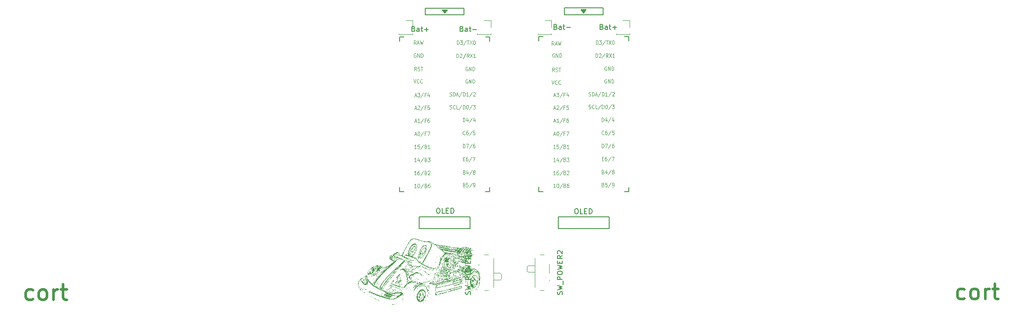
<source format=gto>
G04 #@! TF.GenerationSoftware,KiCad,Pcbnew,8.0.3*
G04 #@! TF.CreationDate,2024-06-14T22:13:16-03:00*
G04 #@! TF.ProjectId,corne-cherry,636f726e-652d-4636-9865-7272792e6b69,3.0.1*
G04 #@! TF.SameCoordinates,Original*
G04 #@! TF.FileFunction,Legend,Top*
G04 #@! TF.FilePolarity,Positive*
%FSLAX46Y46*%
G04 Gerber Fmt 4.6, Leading zero omitted, Abs format (unit mm)*
G04 Created by KiCad (PCBNEW 8.0.3) date 2024-06-14 22:13:16*
%MOMM*%
%LPD*%
G01*
G04 APERTURE LIST*
%ADD10C,0.000000*%
%ADD11C,0.500000*%
%ADD12C,0.150000*%
%ADD13C,0.125000*%
%ADD14C,0.120000*%
G04 APERTURE END LIST*
D10*
G36*
X136350993Y-73750225D02*
G01*
X136356480Y-73750409D01*
X136361654Y-73750713D01*
X136366514Y-73751135D01*
X136371058Y-73751673D01*
X136375286Y-73752326D01*
X136379197Y-73753091D01*
X136382788Y-73753967D01*
X136386059Y-73754951D01*
X136389008Y-73756041D01*
X136391634Y-73757237D01*
X136393936Y-73758535D01*
X136395912Y-73759934D01*
X136397562Y-73761431D01*
X136398883Y-73763026D01*
X136399875Y-73764715D01*
X136400536Y-73766498D01*
X136400866Y-73768372D01*
X136400862Y-73770334D01*
X136400523Y-73772384D01*
X136399848Y-73774519D01*
X136398837Y-73776738D01*
X136397486Y-73779038D01*
X136395796Y-73781417D01*
X136393765Y-73783874D01*
X136391392Y-73786407D01*
X136388675Y-73789013D01*
X136385613Y-73791691D01*
X136382205Y-73794438D01*
X136378449Y-73797253D01*
X136374345Y-73800135D01*
X136369890Y-73803080D01*
X136368217Y-73804020D01*
X136366505Y-73804858D01*
X136364758Y-73805594D01*
X136362979Y-73806229D01*
X136361173Y-73806762D01*
X136359340Y-73807196D01*
X136357486Y-73807530D01*
X136355614Y-73807765D01*
X136353725Y-73807902D01*
X136351825Y-73807942D01*
X136349915Y-73807884D01*
X136348000Y-73807731D01*
X136346082Y-73807481D01*
X136344164Y-73807137D01*
X136342251Y-73806699D01*
X136340345Y-73806167D01*
X136338449Y-73805541D01*
X136336566Y-73804824D01*
X136334700Y-73804015D01*
X136332855Y-73803114D01*
X136331032Y-73802124D01*
X136329236Y-73801043D01*
X136327470Y-73799873D01*
X136325737Y-73798615D01*
X136324040Y-73797269D01*
X136322382Y-73795836D01*
X136320767Y-73794316D01*
X136319197Y-73792710D01*
X136317677Y-73791019D01*
X136316209Y-73789244D01*
X136314797Y-73787384D01*
X136313444Y-73785441D01*
X136312523Y-73783788D01*
X136311746Y-73782138D01*
X136311110Y-73780495D01*
X136310612Y-73778861D01*
X136310251Y-73777240D01*
X136310026Y-73775635D01*
X136309933Y-73774050D01*
X136309972Y-73772487D01*
X136310139Y-73770951D01*
X136310434Y-73769443D01*
X136310855Y-73767967D01*
X136311398Y-73766527D01*
X136312063Y-73765126D01*
X136312848Y-73763767D01*
X136313750Y-73762453D01*
X136314768Y-73761187D01*
X136315899Y-73759974D01*
X136317142Y-73758815D01*
X136318495Y-73757714D01*
X136319956Y-73756674D01*
X136321523Y-73755700D01*
X136323194Y-73754793D01*
X136324967Y-73753957D01*
X136326840Y-73753195D01*
X136328811Y-73752511D01*
X136330878Y-73751907D01*
X136333040Y-73751388D01*
X136335294Y-73750956D01*
X136337639Y-73750614D01*
X136340072Y-73750366D01*
X136342591Y-73750214D01*
X136345196Y-73750163D01*
X136350993Y-73750225D01*
G37*
G36*
X127834310Y-79747427D02*
G01*
X127835930Y-79747549D01*
X127837526Y-79747752D01*
X127839095Y-79748033D01*
X127840636Y-79748392D01*
X127842147Y-79748827D01*
X127843625Y-79749338D01*
X127845069Y-79749921D01*
X127846477Y-79750577D01*
X127847847Y-79751304D01*
X127849176Y-79752101D01*
X127850464Y-79752967D01*
X127851708Y-79753899D01*
X127852906Y-79754898D01*
X127854056Y-79755961D01*
X127855156Y-79757087D01*
X127856205Y-79758275D01*
X127857200Y-79759524D01*
X127858139Y-79760833D01*
X127859021Y-79762199D01*
X127859844Y-79763623D01*
X127860605Y-79765102D01*
X127861303Y-79766635D01*
X127861936Y-79768221D01*
X127862501Y-79769859D01*
X127862998Y-79771548D01*
X127863423Y-79773285D01*
X127863776Y-79775070D01*
X127864053Y-79776902D01*
X127864254Y-79778779D01*
X127864375Y-79780700D01*
X127864416Y-79782663D01*
X127864344Y-79784316D01*
X127864131Y-79785966D01*
X127863780Y-79787610D01*
X127863293Y-79789243D01*
X127862675Y-79790864D01*
X127861928Y-79792469D01*
X127861056Y-79794054D01*
X127860062Y-79795617D01*
X127857720Y-79798662D01*
X127854929Y-79801577D01*
X127851713Y-79804337D01*
X127848100Y-79806917D01*
X127844115Y-79809290D01*
X127839784Y-79811430D01*
X127835132Y-79813312D01*
X127830186Y-79814909D01*
X127824971Y-79816197D01*
X127819513Y-79817148D01*
X127813838Y-79817738D01*
X127807972Y-79817941D01*
X127805368Y-79817890D01*
X127802848Y-79817738D01*
X127800415Y-79817490D01*
X127798071Y-79817148D01*
X127795817Y-79816716D01*
X127793655Y-79816197D01*
X127791588Y-79815593D01*
X127789617Y-79814909D01*
X127787744Y-79814148D01*
X127785971Y-79813312D01*
X127784300Y-79812405D01*
X127782733Y-79811430D01*
X127781273Y-79810390D01*
X127779920Y-79809290D01*
X127778677Y-79808131D01*
X127777545Y-79806917D01*
X127776527Y-79805651D01*
X127775625Y-79804337D01*
X127774841Y-79802978D01*
X127774176Y-79801577D01*
X127773632Y-79800137D01*
X127773212Y-79798662D01*
X127772917Y-79797154D01*
X127772750Y-79795617D01*
X127772711Y-79794054D01*
X127772804Y-79792469D01*
X127773030Y-79790864D01*
X127773390Y-79789243D01*
X127773888Y-79787610D01*
X127774525Y-79785966D01*
X127775302Y-79784316D01*
X127776222Y-79782663D01*
X127778368Y-79778779D01*
X127780818Y-79775070D01*
X127783547Y-79771548D01*
X127786530Y-79768221D01*
X127789740Y-79765102D01*
X127793152Y-79762199D01*
X127796739Y-79759524D01*
X127800476Y-79757087D01*
X127804337Y-79754898D01*
X127808296Y-79752967D01*
X127812328Y-79751304D01*
X127816406Y-79749921D01*
X127820504Y-79748827D01*
X127824598Y-79748033D01*
X127828661Y-79747549D01*
X127832667Y-79747386D01*
X127834310Y-79747427D01*
G37*
G36*
X128215661Y-80029649D02*
G01*
X128217672Y-80029771D01*
X128219698Y-80029974D01*
X128221735Y-80030255D01*
X128223779Y-80030614D01*
X128225829Y-80031049D01*
X128227879Y-80031560D01*
X128229927Y-80032143D01*
X128234006Y-80033526D01*
X128238037Y-80035189D01*
X128241997Y-80037120D01*
X128245858Y-80039309D01*
X128249595Y-80041746D01*
X128251409Y-80043055D01*
X128253182Y-80044421D01*
X128254911Y-80045845D01*
X128256593Y-80047324D01*
X128258225Y-80048857D01*
X128259803Y-80050443D01*
X128261325Y-80052081D01*
X128262786Y-80053770D01*
X128264184Y-80055507D01*
X128265515Y-80057292D01*
X128266777Y-80059124D01*
X128267966Y-80061001D01*
X128269078Y-80062922D01*
X128270111Y-80064885D01*
X128271031Y-80066538D01*
X128271809Y-80068188D01*
X128272445Y-80069832D01*
X128272943Y-80071466D01*
X128273304Y-80073086D01*
X128273530Y-80074691D01*
X128273622Y-80076276D01*
X128273584Y-80077839D01*
X128273416Y-80079376D01*
X128273121Y-80080884D01*
X128272701Y-80082359D01*
X128272158Y-80083799D01*
X128271493Y-80085200D01*
X128270708Y-80086560D01*
X128269806Y-80087874D01*
X128268788Y-80089139D01*
X128267657Y-80090353D01*
X128266414Y-80091512D01*
X128265061Y-80092613D01*
X128263600Y-80093652D01*
X128262033Y-80094627D01*
X128260362Y-80095534D01*
X128258590Y-80096370D01*
X128256717Y-80097132D01*
X128254745Y-80097816D01*
X128252678Y-80098419D01*
X128250516Y-80098939D01*
X128248262Y-80099371D01*
X128245918Y-80099713D01*
X128243485Y-80099961D01*
X128240965Y-80100112D01*
X128238361Y-80100164D01*
X128235406Y-80100112D01*
X128232495Y-80099961D01*
X128229632Y-80099713D01*
X128226820Y-80099371D01*
X128224062Y-80098939D01*
X128221362Y-80098419D01*
X128218723Y-80097816D01*
X128216147Y-80097132D01*
X128213639Y-80096370D01*
X128211201Y-80095534D01*
X128208837Y-80094627D01*
X128206549Y-80093652D01*
X128204342Y-80092613D01*
X128202218Y-80091512D01*
X128200180Y-80090353D01*
X128198233Y-80089139D01*
X128196378Y-80087874D01*
X128194620Y-80086560D01*
X128192961Y-80085200D01*
X128191404Y-80083799D01*
X128189954Y-80082359D01*
X128188613Y-80080884D01*
X128187384Y-80079376D01*
X128186271Y-80077839D01*
X128185277Y-80076276D01*
X128184405Y-80074691D01*
X128183658Y-80073086D01*
X128183040Y-80071466D01*
X128182553Y-80069832D01*
X128182202Y-80068188D01*
X128181988Y-80066538D01*
X128181917Y-80064885D01*
X128181958Y-80062922D01*
X128182079Y-80061001D01*
X128182280Y-80059124D01*
X128182557Y-80057292D01*
X128182910Y-80055507D01*
X128183335Y-80053770D01*
X128183831Y-80052081D01*
X128184397Y-80050443D01*
X128185030Y-80048857D01*
X128185728Y-80047324D01*
X128186489Y-80045845D01*
X128187311Y-80044421D01*
X128188193Y-80043055D01*
X128189133Y-80041746D01*
X128190128Y-80040497D01*
X128191177Y-80039309D01*
X128192277Y-80038183D01*
X128193427Y-80037120D01*
X128194625Y-80036121D01*
X128195869Y-80035189D01*
X128197157Y-80034323D01*
X128198486Y-80033526D01*
X128199856Y-80032799D01*
X128201264Y-80032143D01*
X128202708Y-80031560D01*
X128204186Y-80031049D01*
X128205697Y-80030614D01*
X128207238Y-80030255D01*
X128208807Y-80029974D01*
X128210403Y-80029771D01*
X128212023Y-80029649D01*
X128213666Y-80029608D01*
X128215661Y-80029649D01*
G37*
G36*
X133376052Y-78621693D02*
G01*
X133383800Y-78622272D01*
X133387252Y-78622748D01*
X133390405Y-78623347D01*
X133393242Y-78624071D01*
X133395749Y-78624918D01*
X133397911Y-78625890D01*
X133399714Y-78626985D01*
X133401141Y-78628205D01*
X133402180Y-78629548D01*
X133402813Y-78631016D01*
X133403028Y-78632608D01*
X133402915Y-78633341D01*
X133402580Y-78634214D01*
X133401264Y-78636363D01*
X133399121Y-78639018D01*
X133396193Y-78642144D01*
X133392520Y-78645703D01*
X133388145Y-78649661D01*
X133377451Y-78658625D01*
X133364443Y-78668746D01*
X133349450Y-78679736D01*
X133332803Y-78691305D01*
X133314834Y-78703163D01*
X133303169Y-78710688D01*
X133291965Y-78717391D01*
X133281185Y-78723278D01*
X133270792Y-78728353D01*
X133260750Y-78732623D01*
X133251024Y-78736091D01*
X133241576Y-78738763D01*
X133236946Y-78739803D01*
X133232372Y-78740645D01*
X133227849Y-78741291D01*
X133223374Y-78741742D01*
X133218941Y-78741997D01*
X133214547Y-78742058D01*
X133210186Y-78741925D01*
X133205854Y-78741599D01*
X133201546Y-78741080D01*
X133197259Y-78740370D01*
X133192987Y-78739468D01*
X133188726Y-78738376D01*
X133184472Y-78737094D01*
X133180219Y-78735622D01*
X133171702Y-78732114D01*
X133163138Y-78727857D01*
X133154416Y-78722805D01*
X133146774Y-78718204D01*
X133140218Y-78714005D01*
X133134751Y-78710163D01*
X133132428Y-78708361D01*
X133130380Y-78706631D01*
X133128607Y-78704967D01*
X133127110Y-78703362D01*
X133125889Y-78701812D01*
X133124946Y-78700311D01*
X133124280Y-78698852D01*
X133123892Y-78697430D01*
X133123784Y-78696039D01*
X133123955Y-78694673D01*
X133124407Y-78693327D01*
X133125139Y-78691994D01*
X133126154Y-78690669D01*
X133127450Y-78689345D01*
X133129030Y-78688018D01*
X133130893Y-78686681D01*
X133133040Y-78685329D01*
X133135472Y-78683956D01*
X133138190Y-78682555D01*
X133141193Y-78681121D01*
X133148062Y-78678132D01*
X133156083Y-78674941D01*
X133261916Y-78643191D01*
X133274547Y-78638809D01*
X133287224Y-78634923D01*
X133299828Y-78631533D01*
X133312242Y-78628639D01*
X133324345Y-78626241D01*
X133336020Y-78624339D01*
X133347147Y-78622934D01*
X133357607Y-78622024D01*
X133367282Y-78621611D01*
X133376052Y-78621693D01*
G37*
G36*
X141547858Y-79432739D02*
G01*
X141550879Y-79432824D01*
X141553777Y-79432976D01*
X141556549Y-79433193D01*
X141559192Y-79433471D01*
X141561702Y-79433809D01*
X141564077Y-79434204D01*
X141566312Y-79434653D01*
X141568406Y-79435154D01*
X141570354Y-79435704D01*
X141572154Y-79436300D01*
X141573802Y-79436941D01*
X141575295Y-79437622D01*
X141576630Y-79438343D01*
X141577803Y-79439100D01*
X141578812Y-79439890D01*
X141579652Y-79440711D01*
X141580322Y-79441561D01*
X141580816Y-79442436D01*
X141580998Y-79442883D01*
X141581134Y-79443335D01*
X141581225Y-79443792D01*
X141581270Y-79444254D01*
X141581270Y-79444721D01*
X141581223Y-79445192D01*
X141581129Y-79445667D01*
X141580988Y-79446145D01*
X141580799Y-79446627D01*
X141580562Y-79447111D01*
X141579943Y-79448087D01*
X141579126Y-79449071D01*
X141578110Y-79450061D01*
X141576890Y-79451052D01*
X141574664Y-79452952D01*
X141571984Y-79454676D01*
X141568890Y-79456215D01*
X141565424Y-79457556D01*
X141561628Y-79458692D01*
X141557542Y-79459610D01*
X141553208Y-79460300D01*
X141548667Y-79460753D01*
X141543961Y-79460958D01*
X141539131Y-79460905D01*
X141534218Y-79460583D01*
X141529264Y-79459982D01*
X141524310Y-79459091D01*
X141519397Y-79457901D01*
X141514567Y-79456401D01*
X141509861Y-79454580D01*
X141505021Y-79452598D01*
X141501076Y-79450632D01*
X141499433Y-79449660D01*
X141498009Y-79448697D01*
X141496800Y-79447746D01*
X141495805Y-79446808D01*
X141495021Y-79445886D01*
X141494448Y-79444981D01*
X141494083Y-79444096D01*
X141493924Y-79443232D01*
X141493968Y-79442391D01*
X141494215Y-79441576D01*
X141494663Y-79440787D01*
X141495308Y-79440028D01*
X141496150Y-79439300D01*
X141497187Y-79438604D01*
X141498416Y-79437944D01*
X141499835Y-79437320D01*
X141503238Y-79436191D01*
X141507380Y-79435232D01*
X141512246Y-79434460D01*
X141517819Y-79433889D01*
X141524085Y-79433535D01*
X141531028Y-79433413D01*
X141534613Y-79433123D01*
X141538093Y-79432914D01*
X141541462Y-79432781D01*
X141544718Y-79432724D01*
X141547858Y-79432739D01*
G37*
G36*
X126962501Y-79295024D02*
G01*
X126962976Y-79295118D01*
X126963454Y-79295259D01*
X126963935Y-79295448D01*
X126964420Y-79295685D01*
X126965396Y-79296304D01*
X126966380Y-79297121D01*
X126967369Y-79298137D01*
X126968361Y-79299357D01*
X126970261Y-79301583D01*
X126971985Y-79304263D01*
X126973523Y-79307357D01*
X126974865Y-79310823D01*
X126976000Y-79314620D01*
X126976918Y-79318705D01*
X126977609Y-79323039D01*
X126978062Y-79327580D01*
X126978267Y-79332286D01*
X126978214Y-79337116D01*
X126977892Y-79342029D01*
X126977291Y-79346983D01*
X126976400Y-79351937D01*
X126975210Y-79356850D01*
X126973710Y-79361680D01*
X126971889Y-79366386D01*
X126969907Y-79371225D01*
X126967941Y-79375171D01*
X126966968Y-79376813D01*
X126966006Y-79378238D01*
X126965054Y-79379447D01*
X126964117Y-79380442D01*
X126963195Y-79381225D01*
X126962290Y-79381798D01*
X126961405Y-79382164D01*
X126960541Y-79382323D01*
X126959700Y-79382278D01*
X126958884Y-79382031D01*
X126958096Y-79381584D01*
X126957337Y-79380938D01*
X126956608Y-79380096D01*
X126955913Y-79379060D01*
X126955253Y-79377831D01*
X126954629Y-79376411D01*
X126953500Y-79373008D01*
X126952541Y-79368866D01*
X126951769Y-79364001D01*
X126951198Y-79358428D01*
X126950844Y-79352162D01*
X126950722Y-79345219D01*
X126950432Y-79341633D01*
X126950223Y-79338154D01*
X126950091Y-79334785D01*
X126950033Y-79331528D01*
X126950048Y-79328388D01*
X126950133Y-79325368D01*
X126950285Y-79322470D01*
X126950502Y-79319698D01*
X126950780Y-79317055D01*
X126951118Y-79314545D01*
X126951513Y-79312170D01*
X126951962Y-79309934D01*
X126952463Y-79307841D01*
X126953013Y-79305892D01*
X126953610Y-79304093D01*
X126954250Y-79302445D01*
X126954932Y-79300952D01*
X126955652Y-79299617D01*
X126956409Y-79298444D01*
X126957199Y-79297435D01*
X126958020Y-79296595D01*
X126958870Y-79295925D01*
X126959745Y-79295430D01*
X126960192Y-79295249D01*
X126960644Y-79295113D01*
X126961101Y-79295022D01*
X126961563Y-79294977D01*
X126962030Y-79294977D01*
X126962501Y-79295024D01*
G37*
G36*
X128486740Y-78902136D02*
G01*
X128490370Y-78902772D01*
X128494141Y-78903846D01*
X128498027Y-78905343D01*
X128502000Y-78907246D01*
X128506031Y-78909538D01*
X128510093Y-78912201D01*
X128514159Y-78915220D01*
X128518200Y-78918578D01*
X128522189Y-78922257D01*
X128526097Y-78926241D01*
X128529898Y-78930513D01*
X128533563Y-78935057D01*
X128537065Y-78939855D01*
X128540375Y-78944891D01*
X128543466Y-78950147D01*
X128546311Y-78955608D01*
X128548881Y-78961256D01*
X128551149Y-78967074D01*
X128553087Y-78973047D01*
X128554666Y-78979156D01*
X128555861Y-78985385D01*
X128557013Y-78994110D01*
X128557804Y-79001770D01*
X128558202Y-79008376D01*
X128558244Y-79011287D01*
X128558176Y-79013938D01*
X128557995Y-79016331D01*
X128557696Y-79018467D01*
X128557275Y-79020347D01*
X128556729Y-79021972D01*
X128556054Y-79023344D01*
X128555246Y-79024465D01*
X128554301Y-79025334D01*
X128553215Y-79025955D01*
X128551985Y-79026327D01*
X128550605Y-79026452D01*
X128549074Y-79026332D01*
X128547386Y-79025968D01*
X128545538Y-79025361D01*
X128543526Y-79024513D01*
X128541346Y-79023424D01*
X128538994Y-79022096D01*
X128536466Y-79020531D01*
X128533759Y-79018729D01*
X128527790Y-79014420D01*
X128521057Y-79009182D01*
X128513527Y-79003024D01*
X128508322Y-78998898D01*
X128503303Y-78994487D01*
X128498490Y-78989839D01*
X128493904Y-78984999D01*
X128489567Y-78980015D01*
X128485498Y-78974933D01*
X128481719Y-78969799D01*
X128478250Y-78964659D01*
X128475111Y-78959562D01*
X128472324Y-78954552D01*
X128469909Y-78949676D01*
X128467887Y-78944981D01*
X128466278Y-78940514D01*
X128465103Y-78936320D01*
X128464383Y-78932447D01*
X128464200Y-78930645D01*
X128464139Y-78928941D01*
X128464372Y-78923636D01*
X128465052Y-78918955D01*
X128466153Y-78914881D01*
X128467646Y-78911398D01*
X128469503Y-78908489D01*
X128471696Y-78906136D01*
X128474199Y-78904323D01*
X128476982Y-78903033D01*
X128480018Y-78902250D01*
X128483280Y-78901957D01*
X128486740Y-78902136D01*
G37*
G36*
X140488032Y-77676853D02*
G01*
X140499705Y-77678392D01*
X140512204Y-77680665D01*
X140525612Y-77683635D01*
X140534920Y-77686133D01*
X140544307Y-77688986D01*
X140553748Y-77692174D01*
X140563219Y-77695679D01*
X140582151Y-77703572D01*
X140600908Y-77712519D01*
X140619292Y-77722376D01*
X140637108Y-77732997D01*
X140654160Y-77744238D01*
X140670250Y-77755955D01*
X140685183Y-77768002D01*
X140698762Y-77780236D01*
X140704982Y-77786377D01*
X140710790Y-77792511D01*
X140716162Y-77798619D01*
X140721072Y-77804682D01*
X140725497Y-77810684D01*
X140729411Y-77816606D01*
X140732790Y-77822429D01*
X140735610Y-77828137D01*
X140737846Y-77833709D01*
X140739474Y-77839130D01*
X140740469Y-77844380D01*
X140740806Y-77849441D01*
X140740764Y-77851053D01*
X140740642Y-77852583D01*
X140740439Y-77854030D01*
X140740158Y-77855394D01*
X140739799Y-77856676D01*
X140739364Y-77857875D01*
X140738854Y-77858991D01*
X140738270Y-77860024D01*
X140737614Y-77860975D01*
X140736887Y-77861843D01*
X140736090Y-77862629D01*
X140735225Y-77863332D01*
X140734292Y-77863952D01*
X140733294Y-77864489D01*
X140732231Y-77864944D01*
X140731105Y-77865316D01*
X140729916Y-77865605D01*
X140728667Y-77865812D01*
X140727359Y-77865936D01*
X140725992Y-77865978D01*
X140724569Y-77865936D01*
X140723090Y-77865812D01*
X140721556Y-77865606D01*
X140719970Y-77865316D01*
X140716644Y-77864489D01*
X140713121Y-77863332D01*
X140709412Y-77861844D01*
X140705527Y-77860025D01*
X140703874Y-77859104D01*
X140702224Y-77858327D01*
X140700581Y-77857690D01*
X140698947Y-77857193D01*
X140697326Y-77856832D01*
X140695722Y-77856606D01*
X140694136Y-77856513D01*
X140692574Y-77856552D01*
X140691037Y-77856719D01*
X140689529Y-77857014D01*
X140688054Y-77857434D01*
X140686614Y-77857978D01*
X140685213Y-77858643D01*
X140683854Y-77859427D01*
X140682540Y-77860329D01*
X140681274Y-77861347D01*
X140680060Y-77862479D01*
X140678901Y-77863722D01*
X140677801Y-77865075D01*
X140676761Y-77866535D01*
X140675787Y-77868102D01*
X140674880Y-77869773D01*
X140674044Y-77871546D01*
X140673282Y-77873419D01*
X140672598Y-77875390D01*
X140671994Y-77877457D01*
X140671475Y-77879619D01*
X140671043Y-77881873D01*
X140670701Y-77884218D01*
X140670453Y-77886651D01*
X140670302Y-77889170D01*
X140670250Y-77891774D01*
X140670322Y-77894730D01*
X140670535Y-77897641D01*
X140670884Y-77900504D01*
X140671367Y-77903316D01*
X140671978Y-77906073D01*
X140672715Y-77908773D01*
X140673574Y-77911413D01*
X140674550Y-77913989D01*
X140675640Y-77916497D01*
X140676839Y-77918935D01*
X140678145Y-77921299D01*
X140679552Y-77923587D01*
X140681058Y-77925794D01*
X140682658Y-77927918D01*
X140684349Y-77929955D01*
X140686126Y-77931903D01*
X140687985Y-77933758D01*
X140689924Y-77935516D01*
X140691937Y-77937175D01*
X140694022Y-77938731D01*
X140696173Y-77940181D01*
X140698388Y-77941523D01*
X140700663Y-77942751D01*
X140702993Y-77943864D01*
X140705374Y-77944859D01*
X140707804Y-77945731D01*
X140710277Y-77946477D01*
X140712790Y-77947096D01*
X140715340Y-77947582D01*
X140717921Y-77947934D01*
X140720532Y-77948147D01*
X140723166Y-77948219D01*
X140725801Y-77948260D01*
X140728411Y-77948382D01*
X140730993Y-77948585D01*
X140733543Y-77948867D01*
X140736056Y-77949225D01*
X140738529Y-77949661D01*
X140740959Y-77950171D01*
X140743340Y-77950754D01*
X140745670Y-77951410D01*
X140747945Y-77952138D01*
X140750160Y-77952934D01*
X140752311Y-77953800D01*
X140754396Y-77954732D01*
X140756409Y-77955731D01*
X140758348Y-77956794D01*
X140760207Y-77957920D01*
X140761984Y-77959108D01*
X140763675Y-77960357D01*
X140765275Y-77961666D01*
X140766781Y-77963032D01*
X140768188Y-77964456D01*
X140769494Y-77965935D01*
X140770693Y-77967468D01*
X140771783Y-77969054D01*
X140772759Y-77970692D01*
X140773617Y-77972381D01*
X140774354Y-77974118D01*
X140774966Y-77975903D01*
X140775449Y-77977735D01*
X140775798Y-77979612D01*
X140776011Y-77981533D01*
X140776082Y-77983496D01*
X140776134Y-77985150D01*
X140776286Y-77986799D01*
X140776536Y-77988443D01*
X140776882Y-77990077D01*
X140777320Y-77991697D01*
X140777850Y-77993302D01*
X140778467Y-77994887D01*
X140779169Y-77996450D01*
X140779954Y-77997987D01*
X140780820Y-77999495D01*
X140781762Y-78000970D01*
X140782780Y-78002410D01*
X140783870Y-78003811D01*
X140785030Y-78005171D01*
X140786257Y-78006485D01*
X140787548Y-78007750D01*
X140788902Y-78008964D01*
X140790315Y-78010123D01*
X140791784Y-78011224D01*
X140793309Y-78012263D01*
X140794884Y-78013238D01*
X140796509Y-78014145D01*
X140798181Y-78014981D01*
X140799896Y-78015743D01*
X140801653Y-78016427D01*
X140803448Y-78017031D01*
X140805280Y-78017550D01*
X140807145Y-78017982D01*
X140809041Y-78018324D01*
X140810966Y-78018572D01*
X140812916Y-78018724D01*
X140814890Y-78018775D01*
X140821492Y-78019072D01*
X140828062Y-78019950D01*
X140834588Y-78021394D01*
X140841059Y-78023384D01*
X140847462Y-78025904D01*
X140853787Y-78028937D01*
X140860021Y-78032464D01*
X140866153Y-78036469D01*
X140872171Y-78040933D01*
X140878064Y-78045840D01*
X140889428Y-78056912D01*
X140900150Y-78069544D01*
X140910139Y-78083597D01*
X140919302Y-78098932D01*
X140927544Y-78115409D01*
X140934773Y-78132889D01*
X140940897Y-78151231D01*
X140945822Y-78170297D01*
X140949455Y-78189947D01*
X140951702Y-78210042D01*
X140952472Y-78230441D01*
X140952278Y-78240049D01*
X140951704Y-78249678D01*
X140950763Y-78259307D01*
X140949468Y-78268916D01*
X140947832Y-78278483D01*
X140945868Y-78287988D01*
X140943589Y-78297410D01*
X140941007Y-78306729D01*
X140938136Y-78315924D01*
X140934989Y-78324974D01*
X140931578Y-78333859D01*
X140927916Y-78342558D01*
X140924017Y-78351050D01*
X140919892Y-78359315D01*
X140915556Y-78367332D01*
X140911021Y-78375080D01*
X140906300Y-78382538D01*
X140901406Y-78389687D01*
X140896352Y-78396505D01*
X140891150Y-78402971D01*
X140885814Y-78409066D01*
X140880356Y-78414767D01*
X140874790Y-78420055D01*
X140869129Y-78424909D01*
X140863384Y-78429309D01*
X140857570Y-78433233D01*
X140851699Y-78436661D01*
X140845785Y-78439572D01*
X140839839Y-78441945D01*
X140833875Y-78443761D01*
X140827906Y-78444998D01*
X140821944Y-78445635D01*
X140818317Y-78445617D01*
X140814715Y-78444911D01*
X140811141Y-78443531D01*
X140807599Y-78441494D01*
X140800628Y-78435504D01*
X140793833Y-78427059D01*
X140787244Y-78416279D01*
X140780893Y-78403281D01*
X140774811Y-78388186D01*
X140769028Y-78371111D01*
X140763576Y-78352176D01*
X140758486Y-78331499D01*
X140753789Y-78309200D01*
X140749515Y-78285397D01*
X140745696Y-78260209D01*
X140742363Y-78233755D01*
X140739546Y-78206154D01*
X140737278Y-78177524D01*
X140736575Y-78161154D01*
X140735790Y-78146443D01*
X140734921Y-78133395D01*
X140733971Y-78122017D01*
X140732937Y-78112313D01*
X140731821Y-78104289D01*
X140730622Y-78097949D01*
X140729992Y-78095412D01*
X140729341Y-78093299D01*
X140728669Y-78091609D01*
X140727976Y-78090344D01*
X140727263Y-78089504D01*
X140726530Y-78089089D01*
X140726155Y-78089041D01*
X140725775Y-78089101D01*
X140725000Y-78089539D01*
X140724204Y-78090406D01*
X140723388Y-78091700D01*
X140722550Y-78093424D01*
X140721692Y-78095577D01*
X140720814Y-78098160D01*
X140719915Y-78101174D01*
X140718054Y-78108498D01*
X140716111Y-78117553D01*
X140714001Y-78127722D01*
X140711632Y-78137065D01*
X140710348Y-78141427D01*
X140708995Y-78145582D01*
X140707572Y-78149530D01*
X140706079Y-78153271D01*
X140704513Y-78156806D01*
X140702873Y-78160134D01*
X140701159Y-78163255D01*
X140699368Y-78166169D01*
X140697499Y-78168877D01*
X140695552Y-78171378D01*
X140693525Y-78173673D01*
X140691417Y-78175760D01*
X140689225Y-78177641D01*
X140686950Y-78179316D01*
X140684589Y-78180783D01*
X140682142Y-78182044D01*
X140679607Y-78183098D01*
X140676983Y-78183946D01*
X140674269Y-78184587D01*
X140671462Y-78185021D01*
X140668563Y-78185248D01*
X140665569Y-78185269D01*
X140662480Y-78185083D01*
X140659294Y-78184690D01*
X140656009Y-78184091D01*
X140652626Y-78183284D01*
X140649141Y-78182272D01*
X140645554Y-78181052D01*
X140634861Y-78177104D01*
X140624168Y-78173280D01*
X140613805Y-78169704D01*
X140604104Y-78166500D01*
X140595395Y-78163792D01*
X140588009Y-78161705D01*
X140584916Y-78160932D01*
X140582277Y-78160361D01*
X140580134Y-78160007D01*
X140578528Y-78159886D01*
X140577867Y-78159814D01*
X140577207Y-78159602D01*
X140576550Y-78159252D01*
X140575896Y-78158770D01*
X140574606Y-78157421D01*
X140573347Y-78155586D01*
X140572129Y-78153297D01*
X140570963Y-78150584D01*
X140569859Y-78147478D01*
X140568827Y-78144011D01*
X140567878Y-78140212D01*
X140567022Y-78136114D01*
X140566269Y-78131748D01*
X140565630Y-78127143D01*
X140565115Y-78122332D01*
X140564734Y-78117346D01*
X140564498Y-78112214D01*
X140564417Y-78106969D01*
X140564580Y-78101182D01*
X140565057Y-78095727D01*
X140565833Y-78090607D01*
X140566891Y-78085823D01*
X140568215Y-78081378D01*
X140569789Y-78077273D01*
X140571597Y-78073511D01*
X140573622Y-78070093D01*
X140575850Y-78067021D01*
X140578262Y-78064297D01*
X140580844Y-78061923D01*
X140583579Y-78059902D01*
X140586451Y-78058234D01*
X140589443Y-78056923D01*
X140592540Y-78055969D01*
X140595726Y-78055375D01*
X140598984Y-78055143D01*
X140602298Y-78055274D01*
X140605653Y-78055771D01*
X140609031Y-78056636D01*
X140612417Y-78057870D01*
X140615794Y-78059476D01*
X140619147Y-78061454D01*
X140622460Y-78063809D01*
X140625715Y-78066540D01*
X140628897Y-78069651D01*
X140631991Y-78073142D01*
X140634979Y-78077017D01*
X140637845Y-78081277D01*
X140640574Y-78085924D01*
X140643149Y-78090959D01*
X140645554Y-78096386D01*
X140647536Y-78101265D01*
X140649503Y-78105322D01*
X140650476Y-78107044D01*
X140651439Y-78108563D01*
X140652390Y-78109879D01*
X140653328Y-78110993D01*
X140654250Y-78111905D01*
X140655155Y-78112616D01*
X140656040Y-78113127D01*
X140656904Y-78113439D01*
X140657745Y-78113551D01*
X140658561Y-78113465D01*
X140659349Y-78113182D01*
X140660108Y-78112701D01*
X140660837Y-78112025D01*
X140661532Y-78111152D01*
X140662193Y-78110084D01*
X140662816Y-78108822D01*
X140663401Y-78107366D01*
X140663945Y-78105717D01*
X140664904Y-78101843D01*
X140665676Y-78097203D01*
X140666247Y-78091803D01*
X140666601Y-78085650D01*
X140666723Y-78078746D01*
X140666971Y-78075781D01*
X140667059Y-78072841D01*
X140666991Y-78069930D01*
X140666771Y-78067054D01*
X140666403Y-78064216D01*
X140665893Y-78061422D01*
X140665245Y-78058676D01*
X140664462Y-78055981D01*
X140663551Y-78053344D01*
X140662515Y-78050768D01*
X140661359Y-78048258D01*
X140660087Y-78045818D01*
X140658704Y-78043454D01*
X140657214Y-78041168D01*
X140655623Y-78038967D01*
X140653934Y-78036854D01*
X140652152Y-78034835D01*
X140650281Y-78032912D01*
X140648326Y-78031092D01*
X140646292Y-78029379D01*
X140644183Y-78027776D01*
X140642004Y-78026289D01*
X140639759Y-78024923D01*
X140637452Y-78023681D01*
X140635089Y-78022568D01*
X140632673Y-78021588D01*
X140630209Y-78020748D01*
X140627702Y-78020049D01*
X140625157Y-78019499D01*
X140622577Y-78019099D01*
X140619968Y-78018857D01*
X140617333Y-78018775D01*
X140610344Y-78018315D01*
X140603918Y-78016914D01*
X140600912Y-78015852D01*
X140598040Y-78014542D01*
X140595302Y-78012982D01*
X140592694Y-78011168D01*
X140590216Y-78009095D01*
X140587865Y-78006760D01*
X140583537Y-78001287D01*
X140579695Y-77994719D01*
X140576323Y-77987024D01*
X140573406Y-77978172D01*
X140570928Y-77968131D01*
X140568874Y-77956871D01*
X140567228Y-77944360D01*
X140565975Y-77930568D01*
X140565099Y-77915463D01*
X140564585Y-77899014D01*
X140564417Y-77881191D01*
X140564153Y-77866260D01*
X140563378Y-77851907D01*
X140562121Y-77838152D01*
X140560407Y-77825015D01*
X140558264Y-77812517D01*
X140555720Y-77800677D01*
X140552801Y-77789515D01*
X140549534Y-77779051D01*
X140545947Y-77769305D01*
X140542067Y-77760298D01*
X140537921Y-77752050D01*
X140533535Y-77744579D01*
X140528938Y-77737907D01*
X140524156Y-77732054D01*
X140519216Y-77727038D01*
X140514146Y-77722882D01*
X140508973Y-77719604D01*
X140503723Y-77717224D01*
X140498424Y-77715763D01*
X140493104Y-77715241D01*
X140487788Y-77715677D01*
X140482505Y-77717091D01*
X140477281Y-77719505D01*
X140472143Y-77722937D01*
X140467120Y-77727408D01*
X140462237Y-77732937D01*
X140457522Y-77739545D01*
X140453002Y-77747252D01*
X140448705Y-77756078D01*
X140444657Y-77766043D01*
X140440885Y-77777166D01*
X140437417Y-77789469D01*
X140436363Y-77794067D01*
X140435190Y-77798598D01*
X140433903Y-77803057D01*
X140432504Y-77807438D01*
X140431000Y-77811737D01*
X140429394Y-77815948D01*
X140427692Y-77820065D01*
X140425897Y-77824085D01*
X140424014Y-77828001D01*
X140422048Y-77831809D01*
X140420003Y-77835503D01*
X140417884Y-77839078D01*
X140415695Y-77842529D01*
X140413441Y-77845851D01*
X140411126Y-77849039D01*
X140408754Y-77852087D01*
X140406331Y-77854990D01*
X140403861Y-77857744D01*
X140401349Y-77860342D01*
X140398798Y-77862780D01*
X140396214Y-77865053D01*
X140393600Y-77867155D01*
X140390962Y-77869082D01*
X140388304Y-77870828D01*
X140385631Y-77872388D01*
X140382946Y-77873756D01*
X140380255Y-77874928D01*
X140377562Y-77875899D01*
X140374872Y-77876663D01*
X140372189Y-77877215D01*
X140369517Y-77877550D01*
X140366862Y-77877663D01*
X140355701Y-77877242D01*
X140346040Y-77875947D01*
X140341774Y-77874958D01*
X140337887Y-77873733D01*
X140334379Y-77872266D01*
X140331253Y-77870552D01*
X140328510Y-77868585D01*
X140326149Y-77866359D01*
X140324174Y-77863868D01*
X140322586Y-77861106D01*
X140321384Y-77858068D01*
X140320572Y-77854747D01*
X140320150Y-77851139D01*
X140320119Y-77847236D01*
X140320481Y-77843034D01*
X140321237Y-77838526D01*
X140322388Y-77833707D01*
X140323936Y-77828571D01*
X140328227Y-77817323D01*
X140334120Y-77804737D01*
X140341625Y-77790767D01*
X140350752Y-77775364D01*
X140361513Y-77758484D01*
X140373917Y-77740080D01*
X140382365Y-77728788D01*
X140390564Y-77718700D01*
X140398598Y-77709780D01*
X140406549Y-77701991D01*
X140410520Y-77698510D01*
X140414500Y-77695298D01*
X140418502Y-77692351D01*
X140422534Y-77689665D01*
X140426608Y-77687234D01*
X140430733Y-77685054D01*
X140434921Y-77683121D01*
X140439181Y-77681431D01*
X140443523Y-77679978D01*
X140447959Y-77678758D01*
X140452498Y-77677767D01*
X140457150Y-77677000D01*
X140461927Y-77676453D01*
X140466838Y-77676121D01*
X140477104Y-77676084D01*
X140488032Y-77676853D01*
G37*
G36*
X140128122Y-72872062D02*
G01*
X140130211Y-72874269D01*
X140137005Y-72883984D01*
X140146940Y-72900148D01*
X140159604Y-72922017D01*
X140174583Y-72948848D01*
X140191464Y-72979895D01*
X140229278Y-73051663D01*
X140243050Y-73078276D01*
X140255288Y-73102678D01*
X140266027Y-73125054D01*
X140275304Y-73145590D01*
X140283154Y-73164473D01*
X140289615Y-73181888D01*
X140294721Y-73198021D01*
X140296778Y-73205665D01*
X140298510Y-73213059D01*
X140299922Y-73220225D01*
X140301017Y-73227187D01*
X140301802Y-73233968D01*
X140302279Y-73240592D01*
X140302454Y-73247081D01*
X140302332Y-73253459D01*
X140301916Y-73259750D01*
X140301211Y-73265975D01*
X140300223Y-73272160D01*
X140298954Y-73278326D01*
X140297410Y-73284497D01*
X140295596Y-73290697D01*
X140291174Y-73303275D01*
X140285723Y-73316246D01*
X140280762Y-73327578D01*
X140276462Y-73337778D01*
X140272824Y-73346872D01*
X140271252Y-73351013D01*
X140269847Y-73354886D01*
X140268606Y-73358497D01*
X140267532Y-73361846D01*
X140266622Y-73364939D01*
X140265878Y-73367778D01*
X140265299Y-73370366D01*
X140264886Y-73372707D01*
X140264637Y-73374804D01*
X140264555Y-73376660D01*
X140264637Y-73378278D01*
X140264886Y-73379661D01*
X140265072Y-73380266D01*
X140265299Y-73380813D01*
X140265568Y-73381304D01*
X140265878Y-73381738D01*
X140266229Y-73382115D01*
X140266622Y-73382437D01*
X140267056Y-73382704D01*
X140267532Y-73382915D01*
X140268048Y-73383072D01*
X140268606Y-73383175D01*
X140269847Y-73383219D01*
X140271252Y-73383052D01*
X140272824Y-73382676D01*
X140274560Y-73382094D01*
X140276462Y-73381311D01*
X140278529Y-73380328D01*
X140280762Y-73379150D01*
X140283160Y-73377779D01*
X140285723Y-73376219D01*
X140291348Y-73373327D01*
X140296327Y-73371272D01*
X140298579Y-73370561D01*
X140300675Y-73370064D01*
X140302618Y-73369781D01*
X140304409Y-73369714D01*
X140306050Y-73369864D01*
X140307543Y-73370233D01*
X140308890Y-73370821D01*
X140310093Y-73371630D01*
X140311154Y-73372661D01*
X140312075Y-73373916D01*
X140312858Y-73375395D01*
X140313504Y-73377101D01*
X140314016Y-73379034D01*
X140314395Y-73381195D01*
X140314765Y-73386209D01*
X140314628Y-73392154D01*
X140314000Y-73399039D01*
X140312896Y-73406875D01*
X140311333Y-73415672D01*
X140309325Y-73425441D01*
X140306888Y-73436191D01*
X140304286Y-73445024D01*
X140301776Y-73454271D01*
X140297077Y-73473673D01*
X140292873Y-73493738D01*
X140289249Y-73513802D01*
X140286286Y-73533204D01*
X140284068Y-73551284D01*
X140282676Y-73567380D01*
X140282316Y-73574476D01*
X140282194Y-73580829D01*
X140281930Y-73587588D01*
X140281157Y-73593972D01*
X140279906Y-73599979D01*
X140278204Y-73605606D01*
X140276081Y-73610851D01*
X140273566Y-73615711D01*
X140270688Y-73620183D01*
X140267476Y-73624265D01*
X140263959Y-73627955D01*
X140260167Y-73631249D01*
X140256127Y-73634145D01*
X140251870Y-73636640D01*
X140247425Y-73638733D01*
X140242819Y-73640419D01*
X140238084Y-73641698D01*
X140233246Y-73642566D01*
X140228337Y-73643020D01*
X140223384Y-73643058D01*
X140218417Y-73642678D01*
X140213465Y-73641877D01*
X140208557Y-73640652D01*
X140203721Y-73639000D01*
X140198988Y-73636920D01*
X140194386Y-73634408D01*
X140189944Y-73631462D01*
X140185692Y-73628079D01*
X140181657Y-73624257D01*
X140177870Y-73619993D01*
X140174360Y-73615285D01*
X140171155Y-73610130D01*
X140168285Y-73604525D01*
X140165778Y-73598468D01*
X140163795Y-73594871D01*
X140162807Y-73593349D01*
X140161823Y-73592012D01*
X140160844Y-73590859D01*
X140159872Y-73589888D01*
X140158907Y-73589099D01*
X140157951Y-73588492D01*
X140157006Y-73588065D01*
X140156072Y-73587819D01*
X140155151Y-73587752D01*
X140154244Y-73587865D01*
X140153353Y-73588155D01*
X140152479Y-73588624D01*
X140151622Y-73589269D01*
X140150785Y-73590090D01*
X140149969Y-73591088D01*
X140149175Y-73592260D01*
X140148404Y-73593607D01*
X140147657Y-73595127D01*
X140146243Y-73598687D01*
X140144943Y-73602934D01*
X140143766Y-73607863D01*
X140142724Y-73613469D01*
X140141826Y-73619747D01*
X140141083Y-73626691D01*
X140137555Y-73697246D01*
X140109334Y-73626691D01*
X140104902Y-73616199D01*
X140100832Y-73607247D01*
X140097071Y-73599886D01*
X140093569Y-73594169D01*
X140091899Y-73591943D01*
X140090274Y-73590147D01*
X140088688Y-73588788D01*
X140087134Y-73587871D01*
X140085606Y-73587405D01*
X140084097Y-73587394D01*
X140082601Y-73587846D01*
X140081112Y-73588767D01*
X140079622Y-73590163D01*
X140078126Y-73592042D01*
X140076618Y-73594408D01*
X140075090Y-73597270D01*
X140071949Y-73604503D01*
X140068654Y-73613792D01*
X140065152Y-73625190D01*
X140061392Y-73638748D01*
X140052889Y-73672552D01*
X140049073Y-73691827D01*
X140045510Y-73708684D01*
X140042123Y-73723184D01*
X140040471Y-73729570D01*
X140038833Y-73735390D01*
X140037201Y-73740652D01*
X140035565Y-73745364D01*
X140033914Y-73749533D01*
X140032240Y-73753167D01*
X140030531Y-73756274D01*
X140028780Y-73758862D01*
X140026975Y-73760938D01*
X140025108Y-73762510D01*
X140023169Y-73763586D01*
X140022169Y-73763941D01*
X140021147Y-73764174D01*
X140020102Y-73764287D01*
X140019034Y-73764282D01*
X140016819Y-73763916D01*
X140014493Y-73763085D01*
X140012047Y-73761797D01*
X140009470Y-73760060D01*
X140006752Y-73757880D01*
X140003885Y-73755267D01*
X140000859Y-73752227D01*
X139997663Y-73748768D01*
X139994288Y-73744899D01*
X139986963Y-73735959D01*
X139978806Y-73725468D01*
X139974182Y-73718168D01*
X139969594Y-73709566D01*
X139965078Y-73699765D01*
X139960671Y-73688868D01*
X139956408Y-73676979D01*
X139952327Y-73664201D01*
X139948462Y-73650638D01*
X139944851Y-73636392D01*
X139941529Y-73621568D01*
X139938532Y-73606268D01*
X139935898Y-73590597D01*
X139933661Y-73574656D01*
X139931858Y-73558550D01*
X139930526Y-73542382D01*
X139929700Y-73526256D01*
X139929416Y-73510274D01*
X139929249Y-73490588D01*
X139928734Y-73472509D01*
X139928343Y-73464058D01*
X139927859Y-73455991D01*
X139927280Y-73448302D01*
X139927069Y-73446009D01*
X140153368Y-73446009D01*
X140153527Y-73446873D01*
X140153892Y-73447759D01*
X140154466Y-73448663D01*
X140155249Y-73449585D01*
X140156244Y-73450523D01*
X140157453Y-73451474D01*
X140158877Y-73452437D01*
X140160520Y-73453409D01*
X140162382Y-73454389D01*
X140164465Y-73455375D01*
X140166772Y-73456365D01*
X140169304Y-73457357D01*
X140171639Y-73458308D01*
X140174011Y-73459178D01*
X140178841Y-73460678D01*
X140183754Y-73461869D01*
X140188708Y-73462759D01*
X140193662Y-73463360D01*
X140198575Y-73463683D01*
X140203405Y-73463736D01*
X140208111Y-73463531D01*
X140212652Y-73463078D01*
X140216986Y-73462387D01*
X140221072Y-73461469D01*
X140224868Y-73460334D01*
X140228334Y-73458992D01*
X140229930Y-73458247D01*
X140231428Y-73457454D01*
X140232822Y-73456615D01*
X140234108Y-73455730D01*
X140235280Y-73454802D01*
X140236333Y-73453830D01*
X140237553Y-73452838D01*
X140238570Y-73451849D01*
X140239387Y-73450865D01*
X140240006Y-73449889D01*
X140240432Y-73448923D01*
X140240667Y-73447970D01*
X140240715Y-73447032D01*
X140240578Y-73446113D01*
X140240261Y-73445214D01*
X140239766Y-73444339D01*
X140239097Y-73443489D01*
X140238256Y-73442668D01*
X140237248Y-73441877D01*
X140236075Y-73441121D01*
X140233247Y-73439719D01*
X140229799Y-73438482D01*
X140225757Y-73437431D01*
X140221147Y-73436587D01*
X140215994Y-73435971D01*
X140210324Y-73435602D01*
X140204164Y-73435502D01*
X140197538Y-73435692D01*
X140190473Y-73436191D01*
X140186918Y-73436222D01*
X140183530Y-73436313D01*
X140180311Y-73436461D01*
X140177264Y-73436667D01*
X140174390Y-73436926D01*
X140171690Y-73437238D01*
X140169168Y-73437600D01*
X140166825Y-73438010D01*
X140164662Y-73438467D01*
X140162683Y-73438969D01*
X140160888Y-73439513D01*
X140159280Y-73440098D01*
X140157860Y-73440721D01*
X140156631Y-73441382D01*
X140155595Y-73442077D01*
X140154753Y-73442806D01*
X140154107Y-73443565D01*
X140153660Y-73444353D01*
X140153413Y-73445169D01*
X140153368Y-73446009D01*
X139927069Y-73446009D01*
X139926605Y-73440986D01*
X139925833Y-73434038D01*
X139924960Y-73427450D01*
X139923985Y-73421217D01*
X139922906Y-73415334D01*
X139921721Y-73409795D01*
X139920428Y-73404594D01*
X139919025Y-73399724D01*
X139917511Y-73395181D01*
X139915883Y-73390958D01*
X139914139Y-73387049D01*
X139912278Y-73383450D01*
X139910297Y-73380153D01*
X139908195Y-73377154D01*
X139905969Y-73374446D01*
X139903618Y-73372023D01*
X139901140Y-73369880D01*
X139898533Y-73368011D01*
X139895794Y-73366410D01*
X139892922Y-73365071D01*
X139889916Y-73363989D01*
X139886772Y-73363157D01*
X139883490Y-73362570D01*
X139880067Y-73362222D01*
X139876500Y-73362108D01*
X139866580Y-73362889D01*
X139857987Y-73365381D01*
X139850727Y-73369805D01*
X139844806Y-73376384D01*
X139840228Y-73385341D01*
X139836999Y-73396896D01*
X139835125Y-73411273D01*
X139834609Y-73428694D01*
X139835457Y-73449381D01*
X139837675Y-73473556D01*
X139841267Y-73501442D01*
X139846239Y-73533260D01*
X139860343Y-73609582D01*
X139880028Y-73704301D01*
X139881787Y-73714213D01*
X139883099Y-73723445D01*
X139883973Y-73731998D01*
X139884418Y-73739876D01*
X139884441Y-73747078D01*
X139884052Y-73753609D01*
X139883258Y-73759468D01*
X139882068Y-73764660D01*
X139880491Y-73769184D01*
X139878534Y-73773044D01*
X139876207Y-73776241D01*
X139873518Y-73778778D01*
X139870474Y-73780655D01*
X139867085Y-73781876D01*
X139863358Y-73782441D01*
X139859303Y-73782354D01*
X139854928Y-73781615D01*
X139850240Y-73780227D01*
X139845249Y-73778192D01*
X139839963Y-73775512D01*
X139834389Y-73772188D01*
X139828538Y-73768223D01*
X139822416Y-73763618D01*
X139816033Y-73758376D01*
X139809397Y-73752498D01*
X139802516Y-73745987D01*
X139788052Y-73731070D01*
X139772710Y-73713643D01*
X139756557Y-73693719D01*
X139748527Y-73683106D01*
X139740972Y-73672443D01*
X139733895Y-73661739D01*
X139727294Y-73651006D01*
X139721172Y-73640255D01*
X139715528Y-73629498D01*
X139710364Y-73618744D01*
X139705679Y-73608004D01*
X139701475Y-73597291D01*
X139697753Y-73586615D01*
X139694512Y-73575986D01*
X139691754Y-73565416D01*
X139689479Y-73554916D01*
X139687688Y-73544497D01*
X139686381Y-73534169D01*
X139685560Y-73523944D01*
X139685224Y-73513833D01*
X139685374Y-73503846D01*
X139686012Y-73493995D01*
X139687138Y-73484291D01*
X139688751Y-73474744D01*
X139690854Y-73465366D01*
X139693446Y-73456168D01*
X139696529Y-73447160D01*
X139700103Y-73438353D01*
X139704168Y-73429760D01*
X139708725Y-73421389D01*
X139713775Y-73413253D01*
X139719319Y-73405363D01*
X139725357Y-73397729D01*
X139731890Y-73390363D01*
X139738918Y-73383274D01*
X139744042Y-73377206D01*
X139748819Y-73370941D01*
X139753234Y-73364531D01*
X139757273Y-73358028D01*
X139760918Y-73351484D01*
X139764156Y-73344951D01*
X139766969Y-73338479D01*
X139769344Y-73332121D01*
X139771263Y-73325929D01*
X139772713Y-73319953D01*
X139773677Y-73314247D01*
X139774139Y-73308860D01*
X139774178Y-73306303D01*
X139774085Y-73303846D01*
X139773859Y-73301495D01*
X139773499Y-73299255D01*
X139773001Y-73297135D01*
X139772364Y-73295140D01*
X139771587Y-73293277D01*
X139770667Y-73291552D01*
X139768281Y-73286427D01*
X139767041Y-73280356D01*
X139766894Y-73273406D01*
X139767787Y-73265645D01*
X139769667Y-73257140D01*
X139772481Y-73247958D01*
X139776176Y-73238166D01*
X139780699Y-73227832D01*
X139784116Y-73221182D01*
X139866169Y-73221182D01*
X139866302Y-73224497D01*
X139866746Y-73227842D01*
X139867494Y-73231232D01*
X139868542Y-73234678D01*
X139869885Y-73238194D01*
X139871517Y-73241793D01*
X139873434Y-73245488D01*
X139875629Y-73249291D01*
X139878099Y-73253215D01*
X139883838Y-73261480D01*
X139890612Y-73270385D01*
X139895899Y-73276170D01*
X139901160Y-73281609D01*
X139906370Y-73286687D01*
X139911502Y-73291386D01*
X139916531Y-73295694D01*
X139921431Y-73299593D01*
X139926176Y-73303068D01*
X139930739Y-73306104D01*
X139935096Y-73308685D01*
X139937189Y-73309800D01*
X139939221Y-73310796D01*
X139941188Y-73311670D01*
X139943087Y-73312421D01*
X139944915Y-73313047D01*
X139946669Y-73313545D01*
X139948345Y-73313915D01*
X139949941Y-73314153D01*
X139951453Y-73314258D01*
X139952877Y-73314228D01*
X139954211Y-73314061D01*
X139955451Y-73313755D01*
X139956594Y-73313308D01*
X139957638Y-73312719D01*
X139958401Y-73311799D01*
X139959366Y-73311021D01*
X139960523Y-73310385D01*
X139961869Y-73309887D01*
X139965095Y-73309300D01*
X139968993Y-73309246D01*
X139973512Y-73309708D01*
X139978599Y-73310672D01*
X139984202Y-73312122D01*
X139990271Y-73314041D01*
X139996753Y-73316416D01*
X140003596Y-73319230D01*
X140010750Y-73322467D01*
X140018162Y-73326113D01*
X140025781Y-73330151D01*
X140033555Y-73334567D01*
X140041432Y-73339345D01*
X140049361Y-73344469D01*
X140061740Y-73352946D01*
X140073727Y-73360530D01*
X140085303Y-73367237D01*
X140096449Y-73373083D01*
X140107145Y-73378085D01*
X140117373Y-73382257D01*
X140127112Y-73385617D01*
X140136343Y-73388180D01*
X140145047Y-73389963D01*
X140153205Y-73390982D01*
X140160797Y-73391252D01*
X140167804Y-73390791D01*
X140174206Y-73389614D01*
X140179984Y-73387738D01*
X140185119Y-73385178D01*
X140189591Y-73381951D01*
X140193380Y-73378073D01*
X140196469Y-73373560D01*
X140198836Y-73368428D01*
X140200463Y-73362693D01*
X140201331Y-73356372D01*
X140201419Y-73349480D01*
X140200709Y-73342035D01*
X140199182Y-73334051D01*
X140196817Y-73325545D01*
X140193595Y-73316533D01*
X140189498Y-73307032D01*
X140184506Y-73297057D01*
X140178598Y-73286625D01*
X140171757Y-73275752D01*
X140163962Y-73264454D01*
X140155195Y-73252747D01*
X140146975Y-73241240D01*
X140138382Y-73228162D01*
X140129708Y-73213927D01*
X140121239Y-73198948D01*
X140113268Y-73183638D01*
X140109558Y-73175988D01*
X140106081Y-73168410D01*
X140102873Y-73160957D01*
X140099970Y-73153679D01*
X140097408Y-73146628D01*
X140095223Y-73139857D01*
X140089911Y-73126255D01*
X140084481Y-73114550D01*
X140081684Y-73109406D01*
X140078813Y-73104735D01*
X140075853Y-73100536D01*
X140072788Y-73096808D01*
X140069605Y-73093549D01*
X140066288Y-73090761D01*
X140062823Y-73088441D01*
X140059194Y-73086590D01*
X140055387Y-73085206D01*
X140051387Y-73084289D01*
X140047178Y-73083839D01*
X140042747Y-73083854D01*
X140038078Y-73084335D01*
X140033157Y-73085280D01*
X140027968Y-73086688D01*
X140022497Y-73088560D01*
X140016729Y-73090895D01*
X140010648Y-73093691D01*
X139997492Y-73100666D01*
X139982910Y-73109481D01*
X139966782Y-73120131D01*
X139948991Y-73132610D01*
X139929416Y-73146913D01*
X139916346Y-73157059D01*
X139904887Y-73166399D01*
X139895000Y-73175035D01*
X139890632Y-73179123D01*
X139886642Y-73183073D01*
X139883024Y-73186899D01*
X139879773Y-73190614D01*
X139876883Y-73194231D01*
X139874350Y-73197763D01*
X139872168Y-73201222D01*
X139870333Y-73204622D01*
X139868839Y-73207975D01*
X139867680Y-73211295D01*
X139866852Y-73214594D01*
X139866350Y-73217886D01*
X139866169Y-73221182D01*
X139784116Y-73221182D01*
X139792018Y-73205804D01*
X139806014Y-73182411D01*
X139822263Y-73158192D01*
X139840341Y-73133684D01*
X139859824Y-73109424D01*
X139880290Y-73085949D01*
X139901313Y-73063797D01*
X139922471Y-73043505D01*
X139943340Y-73025611D01*
X139963495Y-73010653D01*
X139973173Y-73004442D01*
X139982514Y-72999167D01*
X139991464Y-72994894D01*
X139999972Y-72991691D01*
X140007077Y-72988965D01*
X140013821Y-72986089D01*
X140020173Y-72983079D01*
X140026100Y-72979950D01*
X140028895Y-72978346D01*
X140031573Y-72976718D01*
X140034129Y-72975068D01*
X140036559Y-72973398D01*
X140038861Y-72971710D01*
X140041029Y-72970005D01*
X140043061Y-72968287D01*
X140044951Y-72966556D01*
X140046697Y-72964815D01*
X140048295Y-72963065D01*
X140049740Y-72961309D01*
X140051028Y-72959548D01*
X140052157Y-72957785D01*
X140053121Y-72956021D01*
X140053918Y-72954259D01*
X140054542Y-72952500D01*
X140054991Y-72950746D01*
X140055261Y-72948999D01*
X140055347Y-72947261D01*
X140055245Y-72945534D01*
X140054953Y-72943820D01*
X140054465Y-72942120D01*
X140053778Y-72940438D01*
X140052889Y-72938774D01*
X140051969Y-72937111D01*
X140051190Y-72935430D01*
X140050549Y-72933735D01*
X140050043Y-72932029D01*
X140049670Y-72930315D01*
X140049424Y-72928597D01*
X140049304Y-72926877D01*
X140049306Y-72925159D01*
X140049427Y-72923447D01*
X140049664Y-72921743D01*
X140050013Y-72920050D01*
X140050471Y-72918372D01*
X140051035Y-72916713D01*
X140051702Y-72915075D01*
X140052468Y-72913461D01*
X140053331Y-72911875D01*
X140054286Y-72910320D01*
X140055331Y-72908799D01*
X140056463Y-72907316D01*
X140057678Y-72905873D01*
X140058974Y-72904475D01*
X140060346Y-72903123D01*
X140061792Y-72901822D01*
X140063308Y-72900575D01*
X140064891Y-72899384D01*
X140066538Y-72898254D01*
X140068246Y-72897186D01*
X140070012Y-72896186D01*
X140071832Y-72895255D01*
X140073702Y-72894397D01*
X140075621Y-72893615D01*
X140077584Y-72892913D01*
X140126974Y-72871747D01*
X140127427Y-72871662D01*
X140128122Y-72872062D01*
G37*
G36*
X137409690Y-79253538D02*
G01*
X137412300Y-79253661D01*
X137414882Y-79253863D01*
X137417431Y-79254145D01*
X137419945Y-79254503D01*
X137422418Y-79254939D01*
X137424848Y-79255449D01*
X137427229Y-79256032D01*
X137429559Y-79256688D01*
X137431834Y-79257416D01*
X137434049Y-79258212D01*
X137436201Y-79259078D01*
X137438285Y-79260010D01*
X137440299Y-79261009D01*
X137442237Y-79262072D01*
X137444097Y-79263198D01*
X137445874Y-79264386D01*
X137447564Y-79265635D01*
X137449165Y-79266944D01*
X137450670Y-79268310D01*
X137452078Y-79269734D01*
X137453383Y-79271213D01*
X137454583Y-79272746D01*
X137455673Y-79274332D01*
X137456649Y-79275970D01*
X137457507Y-79277659D01*
X137458244Y-79279396D01*
X137458856Y-79281181D01*
X137459338Y-79283013D01*
X137459688Y-79284890D01*
X137459900Y-79286811D01*
X137459972Y-79288774D01*
X137459900Y-79290428D01*
X137459688Y-79292077D01*
X137459338Y-79293721D01*
X137458856Y-79295355D01*
X137458244Y-79296975D01*
X137457507Y-79298580D01*
X137456649Y-79300165D01*
X137455673Y-79301728D01*
X137453383Y-79304773D01*
X137450670Y-79307688D01*
X137447564Y-79310448D01*
X137444097Y-79313028D01*
X137440299Y-79315401D01*
X137436201Y-79317541D01*
X137431834Y-79319423D01*
X137427229Y-79321020D01*
X137422418Y-79322308D01*
X137417431Y-79323260D01*
X137412300Y-79323850D01*
X137407055Y-79324052D01*
X137404420Y-79324001D01*
X137401810Y-79323850D01*
X137399228Y-79323601D01*
X137396678Y-79323260D01*
X137394165Y-79322827D01*
X137391692Y-79322308D01*
X137389262Y-79321705D01*
X137386881Y-79321020D01*
X137384551Y-79320259D01*
X137382276Y-79319423D01*
X137380062Y-79318516D01*
X137377910Y-79317541D01*
X137375825Y-79316501D01*
X137373812Y-79315401D01*
X137371873Y-79314242D01*
X137370014Y-79313028D01*
X137368237Y-79311762D01*
X137366546Y-79310448D01*
X137364946Y-79309089D01*
X137363441Y-79307688D01*
X137362033Y-79306248D01*
X137360728Y-79304773D01*
X137359528Y-79303265D01*
X137358438Y-79301728D01*
X137357462Y-79300165D01*
X137356604Y-79298580D01*
X137355867Y-79296975D01*
X137355255Y-79295355D01*
X137354772Y-79293721D01*
X137354423Y-79292077D01*
X137354210Y-79290428D01*
X137354139Y-79288774D01*
X137354210Y-79286811D01*
X137354423Y-79284890D01*
X137354772Y-79283013D01*
X137355255Y-79281181D01*
X137355867Y-79279396D01*
X137356604Y-79277659D01*
X137357462Y-79275970D01*
X137358438Y-79274332D01*
X137359528Y-79272746D01*
X137360728Y-79271213D01*
X137362033Y-79269734D01*
X137363441Y-79268310D01*
X137366546Y-79265635D01*
X137370014Y-79263198D01*
X137373812Y-79261009D01*
X137377910Y-79259078D01*
X137382276Y-79257416D01*
X137386881Y-79256032D01*
X137391692Y-79254939D01*
X137396678Y-79254145D01*
X137401810Y-79253661D01*
X137407055Y-79253497D01*
X137409690Y-79253538D01*
G37*
G36*
X119780104Y-77172504D02*
G01*
X119785461Y-77173665D01*
X119791252Y-77175550D01*
X119797436Y-77178116D01*
X119803971Y-77181324D01*
X119810817Y-77185130D01*
X119825272Y-77194377D01*
X119840472Y-77205525D01*
X119856085Y-77218245D01*
X119871781Y-77232204D01*
X119887229Y-77247073D01*
X119902098Y-77262521D01*
X119916057Y-77278217D01*
X119928777Y-77293830D01*
X119939925Y-77309030D01*
X119949172Y-77323485D01*
X119952978Y-77330331D01*
X119956186Y-77336866D01*
X119958752Y-77343050D01*
X119960637Y-77348841D01*
X119961798Y-77354198D01*
X119962194Y-77359080D01*
X119962112Y-77360320D01*
X119961869Y-77361397D01*
X119961470Y-77362310D01*
X119960919Y-77363062D01*
X119960221Y-77363654D01*
X119959380Y-77364087D01*
X119958401Y-77364363D01*
X119957288Y-77364482D01*
X119956046Y-77364446D01*
X119954679Y-77364256D01*
X119951590Y-77363421D01*
X119948056Y-77361986D01*
X119944114Y-77359962D01*
X119939800Y-77357359D01*
X119935150Y-77354188D01*
X119930201Y-77350459D01*
X119924987Y-77346182D01*
X119919547Y-77341367D01*
X119913915Y-77336026D01*
X119908128Y-77330167D01*
X119902222Y-77323803D01*
X119888249Y-77310139D01*
X119873118Y-77295856D01*
X119857325Y-77281324D01*
X119841368Y-77266917D01*
X119810941Y-77239962D01*
X119785805Y-77217969D01*
X119779563Y-77212842D01*
X119776721Y-77210401D01*
X119774064Y-77208040D01*
X119771594Y-77205760D01*
X119769310Y-77203559D01*
X119767212Y-77201437D01*
X119765300Y-77199393D01*
X119763574Y-77197426D01*
X119762034Y-77195537D01*
X119760680Y-77193724D01*
X119759512Y-77191986D01*
X119758530Y-77190323D01*
X119757735Y-77188734D01*
X119757125Y-77187220D01*
X119756701Y-77185778D01*
X119756463Y-77184408D01*
X119756412Y-77183110D01*
X119756546Y-77181884D01*
X119756866Y-77180727D01*
X119757373Y-77179641D01*
X119758065Y-77178623D01*
X119758944Y-77177674D01*
X119760008Y-77176793D01*
X119761259Y-77175979D01*
X119762696Y-77175232D01*
X119764318Y-77174550D01*
X119766127Y-77173934D01*
X119768122Y-77173382D01*
X119770302Y-77172894D01*
X119772669Y-77172470D01*
X119775222Y-77172108D01*
X119780104Y-77172504D01*
G37*
G36*
X139819248Y-74599684D02*
G01*
X139822269Y-74599768D01*
X139825167Y-74599920D01*
X139827939Y-74600137D01*
X139830581Y-74600416D01*
X139833092Y-74600754D01*
X139835466Y-74601149D01*
X139837702Y-74601598D01*
X139839796Y-74602099D01*
X139841744Y-74602649D01*
X139843544Y-74603245D01*
X139845192Y-74603885D01*
X139846685Y-74604567D01*
X139848019Y-74605288D01*
X139849193Y-74606044D01*
X139850201Y-74606834D01*
X139851041Y-74607656D01*
X139851711Y-74608505D01*
X139852206Y-74609381D01*
X139852387Y-74609827D01*
X139852523Y-74610279D01*
X139852614Y-74610737D01*
X139852659Y-74611199D01*
X139852659Y-74611665D01*
X139852612Y-74612136D01*
X139852518Y-74612611D01*
X139852376Y-74613089D01*
X139852188Y-74613571D01*
X139851951Y-74614055D01*
X139851331Y-74615031D01*
X139850515Y-74616015D01*
X139849498Y-74617004D01*
X139848278Y-74617996D01*
X139846052Y-74619896D01*
X139843372Y-74621620D01*
X139840278Y-74623159D01*
X139836812Y-74624501D01*
X139833016Y-74625636D01*
X139828930Y-74626554D01*
X139824596Y-74627245D01*
X139820055Y-74627698D01*
X139815349Y-74627903D01*
X139810519Y-74627850D01*
X139805606Y-74627527D01*
X139800652Y-74626926D01*
X139795698Y-74626036D01*
X139790785Y-74624845D01*
X139785955Y-74623345D01*
X139781249Y-74621524D01*
X139776410Y-74619543D01*
X139772464Y-74617576D01*
X139770822Y-74616604D01*
X139769397Y-74615641D01*
X139768189Y-74614690D01*
X139767193Y-74613752D01*
X139766410Y-74612830D01*
X139765837Y-74611925D01*
X139765472Y-74611040D01*
X139765313Y-74610176D01*
X139765357Y-74609335D01*
X139765604Y-74608520D01*
X139766052Y-74607731D01*
X139766697Y-74606972D01*
X139767539Y-74606244D01*
X139768576Y-74605548D01*
X139769805Y-74604888D01*
X139771224Y-74604264D01*
X139774627Y-74603135D01*
X139778769Y-74602176D01*
X139783635Y-74601404D01*
X139789208Y-74600833D01*
X139795474Y-74600479D01*
X139802418Y-74600357D01*
X139806003Y-74600068D01*
X139809482Y-74599858D01*
X139812852Y-74599726D01*
X139816108Y-74599668D01*
X139819248Y-74599684D01*
G37*
G36*
X130080374Y-81414364D02*
G01*
X130084735Y-81414674D01*
X130088985Y-81415191D01*
X130093138Y-81415914D01*
X130097206Y-81416844D01*
X130101201Y-81417981D01*
X130105135Y-81419325D01*
X130109020Y-81420875D01*
X130112870Y-81422632D01*
X130116695Y-81424596D01*
X130120509Y-81426766D01*
X130124323Y-81429143D01*
X130128151Y-81431727D01*
X130132003Y-81434518D01*
X130139833Y-81440719D01*
X130146840Y-81446673D01*
X130153311Y-81452630D01*
X130159246Y-81458593D01*
X130164645Y-81464566D01*
X130169509Y-81470552D01*
X130173839Y-81476554D01*
X130177635Y-81482575D01*
X130180899Y-81488619D01*
X130183630Y-81494689D01*
X130185830Y-81500788D01*
X130187498Y-81506920D01*
X130188637Y-81513086D01*
X130189245Y-81519292D01*
X130189325Y-81525540D01*
X130188876Y-81531832D01*
X130187899Y-81538174D01*
X130186396Y-81544567D01*
X130184366Y-81551014D01*
X130181810Y-81557520D01*
X130178729Y-81564088D01*
X130175123Y-81570720D01*
X130170993Y-81577419D01*
X130166341Y-81584190D01*
X130161165Y-81591035D01*
X130155468Y-81597958D01*
X130149250Y-81604961D01*
X130142510Y-81612048D01*
X130135251Y-81619223D01*
X130119175Y-81633846D01*
X130101027Y-81648857D01*
X130092290Y-81655357D01*
X130083301Y-81661620D01*
X130074097Y-81667637D01*
X130064716Y-81673400D01*
X130055196Y-81678900D01*
X130045574Y-81684127D01*
X130026173Y-81693727D01*
X130006813Y-81702127D01*
X129987795Y-81709257D01*
X129969417Y-81715043D01*
X129960562Y-81717410D01*
X129951980Y-81719413D01*
X129943707Y-81721045D01*
X129935783Y-81722295D01*
X129928243Y-81723155D01*
X129921125Y-81723616D01*
X129914468Y-81723669D01*
X129908308Y-81723305D01*
X129902683Y-81722514D01*
X129897630Y-81721287D01*
X129893187Y-81719617D01*
X129889391Y-81717493D01*
X129886280Y-81714906D01*
X129883891Y-81711848D01*
X129882261Y-81708309D01*
X129881429Y-81704281D01*
X129881431Y-81699754D01*
X129882306Y-81694719D01*
X129882641Y-81691628D01*
X129882340Y-81687684D01*
X129881430Y-81682944D01*
X129879935Y-81677466D01*
X129877883Y-81671305D01*
X129875298Y-81664519D01*
X129872207Y-81657164D01*
X129868635Y-81649298D01*
X129860154Y-81632259D01*
X129850059Y-81613855D01*
X129838560Y-81594542D01*
X129825861Y-81574774D01*
X129819457Y-81564780D01*
X129813486Y-81554682D01*
X129807971Y-81544543D01*
X129802931Y-81534425D01*
X129798387Y-81524389D01*
X129794359Y-81514498D01*
X129790869Y-81504814D01*
X129787938Y-81495399D01*
X129785584Y-81486314D01*
X129783831Y-81477622D01*
X129782697Y-81469385D01*
X129782205Y-81461665D01*
X129782205Y-81458018D01*
X129782373Y-81454523D01*
X129782712Y-81451189D01*
X129783224Y-81448022D01*
X129783912Y-81445031D01*
X129784778Y-81442224D01*
X129785825Y-81439608D01*
X129787055Y-81437191D01*
X129789019Y-81434628D01*
X129790944Y-81432231D01*
X129792831Y-81430003D01*
X129794683Y-81427944D01*
X129796501Y-81426056D01*
X129798287Y-81424339D01*
X129800044Y-81422795D01*
X129801773Y-81421426D01*
X129803476Y-81420233D01*
X129805155Y-81419216D01*
X129806812Y-81418378D01*
X129808449Y-81417719D01*
X129810068Y-81417241D01*
X129811671Y-81416946D01*
X129813260Y-81416834D01*
X129814837Y-81416906D01*
X129816403Y-81417165D01*
X129817960Y-81417611D01*
X129819512Y-81418245D01*
X129821058Y-81419070D01*
X129822603Y-81420085D01*
X129824146Y-81421294D01*
X129825691Y-81422696D01*
X129827239Y-81424293D01*
X129828792Y-81426086D01*
X129830352Y-81428077D01*
X129831922Y-81430267D01*
X129833502Y-81432658D01*
X129835095Y-81435249D01*
X129836703Y-81438044D01*
X129838328Y-81441043D01*
X129839972Y-81444247D01*
X129844617Y-81450447D01*
X129849356Y-81455816D01*
X129854281Y-81460347D01*
X129859485Y-81464036D01*
X129862221Y-81465562D01*
X129865061Y-81466877D01*
X129868017Y-81467978D01*
X129871102Y-81468865D01*
X129874326Y-81469538D01*
X129877701Y-81469996D01*
X129884951Y-81470264D01*
X129892945Y-81469664D01*
X129901777Y-81468190D01*
X129911538Y-81465838D01*
X129922323Y-81462602D01*
X129934224Y-81458478D01*
X129947335Y-81453459D01*
X129961747Y-81447541D01*
X129977555Y-81440719D01*
X129993446Y-81434518D01*
X130008113Y-81429143D01*
X130021653Y-81424596D01*
X130034165Y-81420875D01*
X130045746Y-81417981D01*
X130051219Y-81416844D01*
X130056496Y-81415914D01*
X130061590Y-81415191D01*
X130066512Y-81414674D01*
X130071275Y-81414364D01*
X130075892Y-81414260D01*
X130080374Y-81414364D01*
G37*
G36*
X131391749Y-72164490D02*
G01*
X131394852Y-72164980D01*
X131397927Y-72165750D01*
X131400970Y-72166799D01*
X131403981Y-72168126D01*
X131406956Y-72169731D01*
X131409895Y-72171613D01*
X131412795Y-72173772D01*
X131415654Y-72176207D01*
X131418471Y-72178916D01*
X131421243Y-72181901D01*
X131423969Y-72185159D01*
X131426646Y-72188690D01*
X131429272Y-72192494D01*
X131431847Y-72196570D01*
X131434367Y-72200917D01*
X131436831Y-72205535D01*
X131439237Y-72210423D01*
X131441582Y-72215580D01*
X131443029Y-72221871D01*
X131443438Y-72230064D01*
X131441376Y-72251581D01*
X131435862Y-72278979D01*
X131427361Y-72311106D01*
X131416339Y-72346808D01*
X131403259Y-72384934D01*
X131388589Y-72424331D01*
X131372791Y-72463847D01*
X131356332Y-72502330D01*
X131339677Y-72538627D01*
X131323291Y-72571585D01*
X131307638Y-72600052D01*
X131293184Y-72622877D01*
X131280395Y-72638906D01*
X131274769Y-72644012D01*
X131269734Y-72646987D01*
X131265347Y-72647687D01*
X131261667Y-72645968D01*
X131258336Y-72641784D01*
X131255603Y-72636554D01*
X131253448Y-72630348D01*
X131251849Y-72623238D01*
X131250784Y-72615293D01*
X131250234Y-72606583D01*
X131250588Y-72587154D01*
X131252740Y-72565513D01*
X131256520Y-72542223D01*
X131261757Y-72517848D01*
X131268281Y-72492952D01*
X131275922Y-72468096D01*
X131284508Y-72443845D01*
X131293869Y-72420762D01*
X131303835Y-72399410D01*
X131314235Y-72380353D01*
X131324898Y-72364153D01*
X131330276Y-72357301D01*
X131335655Y-72351375D01*
X131341015Y-72346444D01*
X131346334Y-72342580D01*
X131355058Y-72338026D01*
X131362718Y-72333595D01*
X131366153Y-72331414D01*
X131369324Y-72329247D01*
X131372235Y-72327092D01*
X131374886Y-72324941D01*
X131377279Y-72322790D01*
X131379415Y-72320635D01*
X131381295Y-72318468D01*
X131382920Y-72316287D01*
X131384292Y-72314084D01*
X131385413Y-72311856D01*
X131386282Y-72309597D01*
X131386903Y-72307302D01*
X131387275Y-72304965D01*
X131387401Y-72302582D01*
X131387281Y-72300147D01*
X131386917Y-72297656D01*
X131386310Y-72295102D01*
X131385461Y-72292481D01*
X131384372Y-72289788D01*
X131383044Y-72287017D01*
X131381479Y-72284164D01*
X131379677Y-72281222D01*
X131377640Y-72278188D01*
X131375369Y-72275056D01*
X131372866Y-72271820D01*
X131370131Y-72268476D01*
X131363973Y-72261441D01*
X131360132Y-72256074D01*
X131356559Y-72250589D01*
X131353276Y-72245031D01*
X131350303Y-72239447D01*
X131347660Y-72233884D01*
X131345369Y-72228389D01*
X131343450Y-72223006D01*
X131341924Y-72217785D01*
X131340811Y-72212769D01*
X131340416Y-72210354D01*
X131340133Y-72208007D01*
X131339962Y-72205736D01*
X131339909Y-72203545D01*
X131339974Y-72201441D01*
X131340160Y-72199429D01*
X131340471Y-72197515D01*
X131340908Y-72195706D01*
X131341474Y-72194006D01*
X131342172Y-72192422D01*
X131343005Y-72190959D01*
X131343974Y-72189623D01*
X131345083Y-72188421D01*
X131346334Y-72187357D01*
X131349641Y-72183864D01*
X131352946Y-72180659D01*
X131356247Y-72177743D01*
X131359542Y-72175113D01*
X131362830Y-72172771D01*
X131366107Y-72170715D01*
X131369374Y-72168944D01*
X131372626Y-72167459D01*
X131375863Y-72166257D01*
X131379083Y-72165339D01*
X131382284Y-72164704D01*
X131385463Y-72164351D01*
X131388618Y-72164280D01*
X131391749Y-72164490D01*
G37*
G36*
X140647432Y-78810465D02*
G01*
X140651405Y-78811020D01*
X140655051Y-78811897D01*
X140658371Y-78813098D01*
X140659910Y-78813819D01*
X140661367Y-78814622D01*
X140662744Y-78815505D01*
X140664040Y-78816470D01*
X140665256Y-78817516D01*
X140666392Y-78818643D01*
X140667447Y-78819851D01*
X140668423Y-78821142D01*
X140669319Y-78822513D01*
X140670135Y-78823966D01*
X140671529Y-78827118D01*
X140672607Y-78830597D01*
X140673369Y-78834405D01*
X140673818Y-78838541D01*
X140673954Y-78843007D01*
X140673778Y-78847802D01*
X140672860Y-78851509D01*
X140670813Y-78855339D01*
X140667708Y-78859271D01*
X140663615Y-78863284D01*
X140658605Y-78867357D01*
X140652749Y-78871467D01*
X140638776Y-78879717D01*
X140622261Y-78887864D01*
X140603767Y-78895737D01*
X140583857Y-78903165D01*
X140563094Y-78909979D01*
X140542042Y-78916007D01*
X140521264Y-78921079D01*
X140501323Y-78925024D01*
X140482782Y-78927672D01*
X140466205Y-78928853D01*
X140452155Y-78928396D01*
X140446253Y-78927500D01*
X140441195Y-78926130D01*
X140437050Y-78924265D01*
X140433889Y-78921884D01*
X140433351Y-78921152D01*
X140433057Y-78920279D01*
X140433004Y-78919272D01*
X140433186Y-78918136D01*
X140434246Y-78915498D01*
X140436205Y-78912404D01*
X140439031Y-78908897D01*
X140442695Y-78905018D01*
X140447165Y-78900808D01*
X140452410Y-78896309D01*
X140458400Y-78891562D01*
X140465102Y-78886608D01*
X140472486Y-78881488D01*
X140480522Y-78876245D01*
X140489178Y-78870919D01*
X140498422Y-78865551D01*
X140508225Y-78860184D01*
X140518555Y-78854858D01*
X140528632Y-78849721D01*
X140538359Y-78844895D01*
X140547738Y-78840381D01*
X140556768Y-78836178D01*
X140565453Y-78832289D01*
X140573792Y-78828712D01*
X140581788Y-78825449D01*
X140589442Y-78822501D01*
X140596754Y-78819868D01*
X140603727Y-78817551D01*
X140610361Y-78815551D01*
X140616658Y-78813868D01*
X140622619Y-78812502D01*
X140628246Y-78811455D01*
X140633539Y-78810727D01*
X140638500Y-78810319D01*
X140643131Y-78810232D01*
X140647432Y-78810465D01*
G37*
G36*
X132587303Y-81090795D02*
G01*
X132590324Y-81090880D01*
X132593221Y-81091032D01*
X132595993Y-81091249D01*
X132598636Y-81091527D01*
X132601146Y-81091865D01*
X132603521Y-81092260D01*
X132605757Y-81092709D01*
X132607851Y-81093210D01*
X132609799Y-81093760D01*
X132611599Y-81094356D01*
X132613247Y-81094997D01*
X132614740Y-81095678D01*
X132616074Y-81096399D01*
X132617247Y-81097155D01*
X132618256Y-81097946D01*
X132619096Y-81098767D01*
X132619766Y-81099617D01*
X132620261Y-81100492D01*
X132620442Y-81100939D01*
X132620578Y-81101391D01*
X132620669Y-81101848D01*
X132620714Y-81102310D01*
X132620714Y-81102777D01*
X132620667Y-81103248D01*
X132620573Y-81103723D01*
X132620432Y-81104201D01*
X132620243Y-81104682D01*
X132620006Y-81105167D01*
X132619387Y-81106143D01*
X132618570Y-81107127D01*
X132617554Y-81108116D01*
X132616334Y-81109108D01*
X132614108Y-81111008D01*
X132611428Y-81112732D01*
X132608334Y-81114271D01*
X132604868Y-81115612D01*
X132601072Y-81116747D01*
X132596986Y-81117666D01*
X132592652Y-81118356D01*
X132588111Y-81118809D01*
X132583405Y-81119014D01*
X132578575Y-81118961D01*
X132573662Y-81118639D01*
X132568708Y-81118038D01*
X132563755Y-81117147D01*
X132558842Y-81115957D01*
X132554012Y-81114457D01*
X132549306Y-81112636D01*
X132544467Y-81110654D01*
X132540521Y-81108688D01*
X132538879Y-81107715D01*
X132537454Y-81106752D01*
X132536245Y-81105801D01*
X132535250Y-81104864D01*
X132534467Y-81103941D01*
X132533893Y-81103037D01*
X132533528Y-81102151D01*
X132533369Y-81101287D01*
X132533414Y-81100447D01*
X132533661Y-81099631D01*
X132534108Y-81098843D01*
X132534754Y-81098084D01*
X132535596Y-81097355D01*
X132536632Y-81096660D01*
X132537861Y-81095999D01*
X132539281Y-81095376D01*
X132542683Y-81094247D01*
X132546825Y-81093288D01*
X132551690Y-81092516D01*
X132557264Y-81091945D01*
X132563529Y-81091591D01*
X132570472Y-81091469D01*
X132574058Y-81091179D01*
X132577537Y-81090970D01*
X132580906Y-81090837D01*
X132584163Y-81090780D01*
X132587303Y-81090795D01*
G37*
G36*
X126712859Y-76786863D02*
G01*
X126722707Y-76788062D01*
X126733433Y-76790005D01*
X126745028Y-76792693D01*
X126757480Y-76796124D01*
X126770780Y-76800299D01*
X126784916Y-76805219D01*
X126792865Y-76808545D01*
X126800179Y-76811899D01*
X126806864Y-76815269D01*
X126812925Y-76818641D01*
X126818369Y-76822003D01*
X126823201Y-76825342D01*
X126827427Y-76828644D01*
X126831053Y-76831898D01*
X126834085Y-76835089D01*
X126836528Y-76838206D01*
X126838389Y-76841234D01*
X126839673Y-76844162D01*
X126840386Y-76846976D01*
X126840533Y-76849664D01*
X126840121Y-76852212D01*
X126839156Y-76854608D01*
X126837643Y-76856838D01*
X126835588Y-76858890D01*
X126832997Y-76860751D01*
X126829875Y-76862408D01*
X126826229Y-76863847D01*
X126822064Y-76865057D01*
X126817387Y-76866024D01*
X126812202Y-76866735D01*
X126806516Y-76867177D01*
X126800334Y-76867338D01*
X126793663Y-76867204D01*
X126786508Y-76866762D01*
X126778875Y-76866000D01*
X126770770Y-76864905D01*
X126762199Y-76863464D01*
X126753167Y-76861663D01*
X126748568Y-76860961D01*
X126744037Y-76860179D01*
X126739578Y-76859321D01*
X126735197Y-76858390D01*
X126730898Y-76857390D01*
X126726688Y-76856323D01*
X126722570Y-76855192D01*
X126718550Y-76854001D01*
X126714634Y-76852754D01*
X126710826Y-76851453D01*
X126707132Y-76850101D01*
X126703557Y-76848703D01*
X126700106Y-76847260D01*
X126696784Y-76845777D01*
X126693596Y-76844256D01*
X126690548Y-76842701D01*
X126687645Y-76841115D01*
X126684891Y-76839502D01*
X126682293Y-76837863D01*
X126679855Y-76836204D01*
X126677582Y-76834526D01*
X126675479Y-76832834D01*
X126673553Y-76831129D01*
X126671807Y-76829417D01*
X126670247Y-76827699D01*
X126668878Y-76825979D01*
X126667706Y-76824261D01*
X126666736Y-76822547D01*
X126665972Y-76820841D01*
X126665420Y-76819146D01*
X126665085Y-76817465D01*
X126664972Y-76815802D01*
X126665096Y-76812587D01*
X126665466Y-76809559D01*
X126666082Y-76806717D01*
X126666942Y-76804061D01*
X126668045Y-76801591D01*
X126669390Y-76799307D01*
X126670975Y-76797209D01*
X126672799Y-76795297D01*
X126674861Y-76793571D01*
X126677159Y-76792031D01*
X126679692Y-76790677D01*
X126682459Y-76789509D01*
X126685459Y-76788527D01*
X126688690Y-76787731D01*
X126695840Y-76786698D01*
X126703900Y-76786409D01*
X126712859Y-76786863D01*
G37*
G36*
X126187019Y-77314263D02*
G01*
X126191398Y-77315595D01*
X126195636Y-77317742D01*
X126199746Y-77320715D01*
X126203743Y-77324526D01*
X126207640Y-77329184D01*
X126211450Y-77334702D01*
X126215187Y-77341089D01*
X126222497Y-77356519D01*
X126229677Y-77375561D01*
X126236837Y-77398303D01*
X126244084Y-77424833D01*
X126251528Y-77455238D01*
X126259277Y-77489608D01*
X126267297Y-77529226D01*
X126270284Y-77545123D01*
X126272507Y-77558509D01*
X126273311Y-77564283D01*
X126273902Y-77569456D01*
X126274270Y-77574037D01*
X126274408Y-77578036D01*
X126274309Y-77581461D01*
X126273964Y-77584322D01*
X126273366Y-77586627D01*
X126272507Y-77588385D01*
X126271977Y-77589062D01*
X126271379Y-77589606D01*
X126270712Y-77590018D01*
X126269974Y-77590299D01*
X126269166Y-77590450D01*
X126268286Y-77590472D01*
X126266305Y-77590136D01*
X126264025Y-77589297D01*
X126261437Y-77587967D01*
X126258535Y-77586153D01*
X126255309Y-77583866D01*
X126251752Y-77581113D01*
X126247857Y-77577904D01*
X126239020Y-77570154D01*
X126228737Y-77560689D01*
X126216944Y-77549580D01*
X126209553Y-77543674D01*
X126201972Y-77537887D01*
X126194255Y-77532256D01*
X126186462Y-77526815D01*
X126178647Y-77521602D01*
X126170869Y-77516652D01*
X126163184Y-77512002D01*
X126155649Y-77507688D01*
X126148320Y-77503746D01*
X126141255Y-77500212D01*
X126134511Y-77497122D01*
X126128143Y-77494513D01*
X126122210Y-77492421D01*
X126116767Y-77490882D01*
X126111873Y-77489932D01*
X126109649Y-77489689D01*
X126107583Y-77489608D01*
X126102467Y-77489434D01*
X126097700Y-77488919D01*
X126093283Y-77488073D01*
X126089214Y-77486907D01*
X126085490Y-77485430D01*
X126082112Y-77483654D01*
X126079077Y-77481589D01*
X126076384Y-77479245D01*
X126074033Y-77476632D01*
X126072021Y-77473760D01*
X126070348Y-77470641D01*
X126069012Y-77467284D01*
X126068012Y-77463699D01*
X126067346Y-77459897D01*
X126067014Y-77455889D01*
X126067014Y-77451684D01*
X126067344Y-77447293D01*
X126068004Y-77442727D01*
X126068992Y-77437995D01*
X126070307Y-77433108D01*
X126071948Y-77428077D01*
X126073912Y-77422911D01*
X126078810Y-77412217D01*
X126084988Y-77401110D01*
X126092439Y-77389673D01*
X126101150Y-77377987D01*
X126111111Y-77366136D01*
X126125681Y-77350275D01*
X126139037Y-77337148D01*
X126151287Y-77326843D01*
X126157031Y-77322776D01*
X126162539Y-77319447D01*
X126167826Y-77316868D01*
X126172903Y-77315049D01*
X126177785Y-77314001D01*
X126182486Y-77313735D01*
X126187019Y-77314263D01*
G37*
G36*
X126812119Y-82336513D02*
G01*
X126813498Y-82336639D01*
X126814865Y-82336873D01*
X126816216Y-82337212D01*
X126817549Y-82337656D01*
X126818861Y-82338204D01*
X126820150Y-82338853D01*
X126821413Y-82339604D01*
X126822647Y-82340454D01*
X126823851Y-82341402D01*
X126825021Y-82342447D01*
X126826155Y-82343587D01*
X126827250Y-82344822D01*
X126828304Y-82346150D01*
X126829314Y-82347569D01*
X126830277Y-82349079D01*
X126831191Y-82350679D01*
X126832054Y-82352366D01*
X126832862Y-82354139D01*
X126833614Y-82355998D01*
X126834306Y-82357941D01*
X126835226Y-82360286D01*
X126836005Y-82362689D01*
X126836646Y-82365145D01*
X126837152Y-82367649D01*
X126837525Y-82370198D01*
X126837771Y-82372785D01*
X126837891Y-82375408D01*
X126837889Y-82378061D01*
X126837768Y-82380739D01*
X126837531Y-82383439D01*
X126836724Y-82388885D01*
X126835494Y-82394362D01*
X126833865Y-82399834D01*
X126831864Y-82405264D01*
X126829517Y-82410617D01*
X126826850Y-82415856D01*
X126823888Y-82420945D01*
X126820657Y-82425848D01*
X126817184Y-82430529D01*
X126813493Y-82434952D01*
X126809611Y-82439080D01*
X126804525Y-82443998D01*
X126799841Y-82448168D01*
X126797647Y-82449970D01*
X126795550Y-82451583D01*
X126793549Y-82453006D01*
X126791642Y-82454238D01*
X126789828Y-82455279D01*
X126788105Y-82456129D01*
X126786473Y-82456786D01*
X126784931Y-82457249D01*
X126783476Y-82457519D01*
X126782107Y-82457595D01*
X126780824Y-82457475D01*
X126779625Y-82457160D01*
X126778509Y-82456648D01*
X126777473Y-82455939D01*
X126776518Y-82455033D01*
X126775642Y-82453928D01*
X126774844Y-82452625D01*
X126774121Y-82451121D01*
X126773474Y-82449418D01*
X126772900Y-82447513D01*
X126772398Y-82445407D01*
X126771968Y-82443099D01*
X126771607Y-82440588D01*
X126771315Y-82437874D01*
X126770931Y-82431832D01*
X126770805Y-82424968D01*
X126770927Y-82418980D01*
X126771287Y-82412945D01*
X126771875Y-82406900D01*
X126772679Y-82400880D01*
X126773691Y-82394923D01*
X126774898Y-82389064D01*
X126776292Y-82383339D01*
X126777861Y-82377785D01*
X126779596Y-82372437D01*
X126781485Y-82367332D01*
X126783520Y-82362507D01*
X126785689Y-82357996D01*
X126787981Y-82353837D01*
X126790388Y-82350066D01*
X126792897Y-82346718D01*
X126795500Y-82343830D01*
X126796833Y-82342569D01*
X126798184Y-82341431D01*
X126799550Y-82340414D01*
X126800929Y-82339517D01*
X126802319Y-82338739D01*
X126803717Y-82338079D01*
X126805119Y-82337535D01*
X126806524Y-82337105D01*
X126807929Y-82336790D01*
X126809332Y-82336587D01*
X126810729Y-82336495D01*
X126812119Y-82336513D01*
G37*
G36*
X130772501Y-77390024D02*
G01*
X130772976Y-77390118D01*
X130773454Y-77390260D01*
X130773935Y-77390448D01*
X130774420Y-77390685D01*
X130775396Y-77391304D01*
X130776380Y-77392121D01*
X130777369Y-77393138D01*
X130778361Y-77394358D01*
X130780261Y-77396583D01*
X130781985Y-77399263D01*
X130783523Y-77402357D01*
X130784865Y-77405823D01*
X130786000Y-77409619D01*
X130786918Y-77413705D01*
X130787609Y-77418039D01*
X130788062Y-77422580D01*
X130788267Y-77427286D01*
X130788214Y-77432116D01*
X130787892Y-77437028D01*
X130787290Y-77441983D01*
X130786400Y-77446937D01*
X130785209Y-77451850D01*
X130783709Y-77456680D01*
X130781888Y-77461386D01*
X130779907Y-77466225D01*
X130777940Y-77470171D01*
X130776968Y-77471813D01*
X130776005Y-77473237D01*
X130775054Y-77474446D01*
X130774116Y-77475441D01*
X130773194Y-77476225D01*
X130772290Y-77476798D01*
X130771404Y-77477163D01*
X130770541Y-77477322D01*
X130769700Y-77477277D01*
X130768884Y-77477030D01*
X130768096Y-77476583D01*
X130767337Y-77475937D01*
X130766609Y-77475095D01*
X130765913Y-77474059D01*
X130765253Y-77472830D01*
X130764629Y-77471411D01*
X130763500Y-77468008D01*
X130762542Y-77463866D01*
X130761769Y-77459000D01*
X130761198Y-77453427D01*
X130760844Y-77447161D01*
X130760723Y-77440219D01*
X130760433Y-77436633D01*
X130760223Y-77433154D01*
X130760091Y-77429784D01*
X130760033Y-77426528D01*
X130760048Y-77423388D01*
X130760133Y-77420367D01*
X130760285Y-77417469D01*
X130760502Y-77414697D01*
X130760780Y-77412055D01*
X130761118Y-77409544D01*
X130761513Y-77407170D01*
X130761962Y-77404934D01*
X130762463Y-77402840D01*
X130763013Y-77400892D01*
X130763610Y-77399092D01*
X130764250Y-77397444D01*
X130764932Y-77395951D01*
X130765652Y-77394617D01*
X130766409Y-77393444D01*
X130767199Y-77392435D01*
X130768020Y-77391595D01*
X130768870Y-77390925D01*
X130769745Y-77390430D01*
X130770192Y-77390249D01*
X130770644Y-77390113D01*
X130771101Y-77390022D01*
X130771563Y-77389977D01*
X130772030Y-77389977D01*
X130772501Y-77390024D01*
G37*
G36*
X123532305Y-75887996D02*
G01*
X123530992Y-75892653D01*
X123523286Y-75903754D01*
X123489917Y-75943945D01*
X123434637Y-76005881D01*
X123359885Y-76086875D01*
X123161723Y-76295289D01*
X122914944Y-76547691D01*
X122667407Y-76796771D01*
X122452033Y-77016996D01*
X122265929Y-77211588D01*
X122106201Y-77383774D01*
X121969955Y-77536778D01*
X121909733Y-77607094D01*
X121854296Y-77673824D01*
X121803283Y-77737370D01*
X121756331Y-77798137D01*
X121713080Y-77856526D01*
X121673166Y-77912941D01*
X121645661Y-77951988D01*
X121619147Y-77989174D01*
X121594288Y-78023632D01*
X121571743Y-78054493D01*
X121552175Y-78080889D01*
X121536245Y-78101952D01*
X121524614Y-78116815D01*
X121520618Y-78121649D01*
X121517944Y-78124607D01*
X121507363Y-78135618D01*
X121491996Y-78154649D01*
X121449924Y-78212141D01*
X121397765Y-78287823D01*
X121341555Y-78372434D01*
X121287329Y-78456715D01*
X121241124Y-78531404D01*
X121208974Y-78587242D01*
X121200057Y-78605198D01*
X121196916Y-78614968D01*
X121196224Y-78619493D01*
X121194188Y-78626358D01*
X121186333Y-78646553D01*
X121173848Y-78674438D01*
X121157229Y-78708896D01*
X121136972Y-78748811D01*
X121113573Y-78793067D01*
X121087528Y-78840547D01*
X121059333Y-78890136D01*
X120921750Y-79130024D01*
X121154583Y-79299357D01*
X121267768Y-79375776D01*
X121405221Y-79458934D01*
X121565411Y-79547962D01*
X121746809Y-79641993D01*
X121947885Y-79740158D01*
X122167110Y-79841588D01*
X122402955Y-79945417D01*
X122653889Y-80050775D01*
X122753342Y-80092578D01*
X122851555Y-80135166D01*
X122945964Y-80177340D01*
X123034007Y-80217903D01*
X123113120Y-80255654D01*
X123180740Y-80289395D01*
X123234305Y-80317927D01*
X123255015Y-80329865D01*
X123271250Y-80340052D01*
X123286283Y-80349844D01*
X123302221Y-80359358D01*
X123318976Y-80368562D01*
X123336459Y-80377424D01*
X123354582Y-80385915D01*
X123373259Y-80394002D01*
X123392401Y-80401655D01*
X123411920Y-80408844D01*
X123431728Y-80415536D01*
X123451738Y-80421701D01*
X123471862Y-80427308D01*
X123492012Y-80432325D01*
X123512099Y-80436723D01*
X123532037Y-80440470D01*
X123551737Y-80443534D01*
X123571111Y-80445885D01*
X123601910Y-80449361D01*
X123629485Y-80453189D01*
X123642063Y-80455241D01*
X123653835Y-80457388D01*
X123664800Y-80459634D01*
X123674960Y-80461981D01*
X123684313Y-80464431D01*
X123692861Y-80466987D01*
X123700602Y-80469651D01*
X123707537Y-80472426D01*
X123713665Y-80475316D01*
X123718988Y-80478321D01*
X123723505Y-80481445D01*
X123727215Y-80484691D01*
X123730119Y-80488061D01*
X123732217Y-80491557D01*
X123733509Y-80495183D01*
X123733995Y-80498940D01*
X123733675Y-80502832D01*
X123732548Y-80506860D01*
X123730615Y-80511028D01*
X123727876Y-80515339D01*
X123724331Y-80519794D01*
X123719980Y-80524396D01*
X123714823Y-80529148D01*
X123708860Y-80534052D01*
X123702090Y-80539112D01*
X123694514Y-80544329D01*
X123686132Y-80549706D01*
X123676944Y-80555246D01*
X123667151Y-80560919D01*
X123658954Y-80566071D01*
X123652380Y-80570757D01*
X123647454Y-80575035D01*
X123645618Y-80577039D01*
X123644203Y-80578961D01*
X123643213Y-80580811D01*
X123642652Y-80582594D01*
X123642522Y-80584317D01*
X123642826Y-80585988D01*
X123643569Y-80587614D01*
X123644753Y-80589201D01*
X123646381Y-80590758D01*
X123648457Y-80592291D01*
X123650984Y-80593807D01*
X123653965Y-80595313D01*
X123661303Y-80598325D01*
X123670495Y-80601383D01*
X123681568Y-80604545D01*
X123694549Y-80607867D01*
X123726333Y-80615219D01*
X123737566Y-80617445D01*
X123748726Y-80620131D01*
X123759742Y-80623241D01*
X123770541Y-80626739D01*
X123781050Y-80630588D01*
X123791197Y-80634752D01*
X123800911Y-80639196D01*
X123810118Y-80643882D01*
X123818746Y-80648775D01*
X123826723Y-80653838D01*
X123833977Y-80659036D01*
X123837310Y-80661674D01*
X123840435Y-80664332D01*
X123843343Y-80667006D01*
X123846025Y-80669690D01*
X123848471Y-80672381D01*
X123850674Y-80675074D01*
X123852623Y-80677764D01*
X123854310Y-80680448D01*
X123855726Y-80683119D01*
X123856861Y-80685775D01*
X123859577Y-80690562D01*
X123863703Y-80695634D01*
X123869163Y-80700944D01*
X123875878Y-80706445D01*
X123883771Y-80712090D01*
X123892766Y-80717834D01*
X123902783Y-80723630D01*
X123913746Y-80729430D01*
X123925578Y-80735190D01*
X123938200Y-80740861D01*
X123951535Y-80746398D01*
X123965505Y-80751755D01*
X123980034Y-80756884D01*
X123995043Y-80761739D01*
X124010456Y-80766273D01*
X124026194Y-80770441D01*
X124058461Y-80778826D01*
X124091182Y-80787915D01*
X124123491Y-80797416D01*
X124154517Y-80807042D01*
X124183394Y-80816502D01*
X124209253Y-80825508D01*
X124231226Y-80833769D01*
X124248444Y-80840997D01*
X124265497Y-80848231D01*
X124286974Y-80856541D01*
X124312006Y-80865677D01*
X124339725Y-80875392D01*
X124399753Y-80895567D01*
X124460111Y-80915080D01*
X124474852Y-80919287D01*
X124489897Y-80923934D01*
X124505139Y-80928963D01*
X124520469Y-80934317D01*
X124550958Y-80945776D01*
X124580496Y-80957854D01*
X124608216Y-80970098D01*
X124633248Y-80982053D01*
X124654724Y-80993263D01*
X124663858Y-80998447D01*
X124671777Y-81003275D01*
X124679169Y-81008480D01*
X124686757Y-81013500D01*
X124694489Y-81018313D01*
X124702315Y-81022898D01*
X124710182Y-81027235D01*
X124718038Y-81031304D01*
X124725833Y-81035083D01*
X124733514Y-81038552D01*
X124741029Y-81041691D01*
X124748328Y-81044478D01*
X124755357Y-81046893D01*
X124762067Y-81048915D01*
X124768404Y-81050524D01*
X124774317Y-81051698D01*
X124779755Y-81052418D01*
X124784666Y-81052663D01*
X124790228Y-81053111D01*
X124797579Y-81054427D01*
X124817188Y-81059498D01*
X124842585Y-81067546D01*
X124872861Y-81078240D01*
X124907105Y-81091248D01*
X124944409Y-81106242D01*
X124983862Y-81122888D01*
X125024555Y-81140858D01*
X125101946Y-81174041D01*
X125170076Y-81202594D01*
X125198188Y-81214100D01*
X125221009Y-81223209D01*
X125237545Y-81229507D01*
X125246805Y-81232580D01*
X125252385Y-81234696D01*
X125257870Y-81237065D01*
X125263251Y-81239670D01*
X125268516Y-81242495D01*
X125273655Y-81245525D01*
X125278656Y-81248742D01*
X125283509Y-81252131D01*
X125288202Y-81255676D01*
X125292724Y-81259361D01*
X125297065Y-81263168D01*
X125301214Y-81267083D01*
X125305158Y-81271089D01*
X125308889Y-81275170D01*
X125312394Y-81279310D01*
X125315663Y-81283493D01*
X125318684Y-81287702D01*
X125321447Y-81291921D01*
X125323940Y-81296134D01*
X125326153Y-81300326D01*
X125328075Y-81304479D01*
X125329695Y-81308578D01*
X125331001Y-81312607D01*
X125331983Y-81316549D01*
X125332629Y-81320388D01*
X125332930Y-81324109D01*
X125332873Y-81327695D01*
X125332448Y-81331129D01*
X125331644Y-81334396D01*
X125330450Y-81337480D01*
X125328854Y-81340364D01*
X125326847Y-81343032D01*
X125324416Y-81345468D01*
X125320677Y-81348397D01*
X125315460Y-81350584D01*
X125300886Y-81352820D01*
X125281279Y-81352359D01*
X125257223Y-81349382D01*
X125229302Y-81344069D01*
X125198098Y-81336601D01*
X125164198Y-81327159D01*
X125128184Y-81315924D01*
X125090640Y-81303076D01*
X125052150Y-81288797D01*
X125013299Y-81273267D01*
X124974670Y-81256668D01*
X124936847Y-81239180D01*
X124900415Y-81220984D01*
X124865956Y-81202261D01*
X124834055Y-81183191D01*
X124794498Y-81158883D01*
X124778562Y-81149333D01*
X124764988Y-81141520D01*
X124753625Y-81135442D01*
X124748726Y-81133055D01*
X124744324Y-81131102D01*
X124740400Y-81129582D01*
X124736935Y-81128497D01*
X124733911Y-81127846D01*
X124731308Y-81127629D01*
X124729109Y-81127846D01*
X124727294Y-81128497D01*
X124725845Y-81129582D01*
X124724742Y-81131102D01*
X124723968Y-81133055D01*
X124723503Y-81135442D01*
X124723328Y-81138264D01*
X124723426Y-81141520D01*
X124723777Y-81145209D01*
X124724362Y-81149333D01*
X124726161Y-81158883D01*
X124728674Y-81170169D01*
X124731750Y-81183191D01*
X124733688Y-81191435D01*
X124734892Y-81199612D01*
X124735396Y-81207697D01*
X124735229Y-81215665D01*
X124734424Y-81223491D01*
X124733013Y-81231150D01*
X124731027Y-81238616D01*
X124728498Y-81245865D01*
X124725456Y-81252870D01*
X124721936Y-81259608D01*
X124717966Y-81266052D01*
X124713580Y-81272178D01*
X124708809Y-81277960D01*
X124703685Y-81283374D01*
X124698239Y-81288393D01*
X124692503Y-81292993D01*
X124686509Y-81297149D01*
X124680288Y-81300835D01*
X124673872Y-81304027D01*
X124667292Y-81306698D01*
X124660581Y-81308824D01*
X124653769Y-81310380D01*
X124646889Y-81311340D01*
X124639972Y-81311679D01*
X124633050Y-81311373D01*
X124626155Y-81310395D01*
X124619318Y-81308721D01*
X124612570Y-81306326D01*
X124605944Y-81303184D01*
X124599471Y-81299269D01*
X124593183Y-81294558D01*
X124587111Y-81289025D01*
X124582413Y-81284897D01*
X124576321Y-81280474D01*
X124568926Y-81275793D01*
X124560322Y-81270890D01*
X124539858Y-81260561D01*
X124515674Y-81249778D01*
X124488512Y-81238829D01*
X124459119Y-81228005D01*
X124428237Y-81217594D01*
X124396611Y-81207885D01*
X124359900Y-81197433D01*
X124311944Y-81182474D01*
X124239518Y-81158496D01*
X124583583Y-81158496D01*
X124583634Y-81160150D01*
X124583786Y-81161799D01*
X124584036Y-81163443D01*
X124584382Y-81165077D01*
X124584821Y-81166697D01*
X124585350Y-81168302D01*
X124585967Y-81169887D01*
X124586670Y-81171450D01*
X124587455Y-81172987D01*
X124588320Y-81174495D01*
X124589263Y-81175970D01*
X124590280Y-81177410D01*
X124591370Y-81178811D01*
X124592530Y-81180171D01*
X124593757Y-81181485D01*
X124595048Y-81182750D01*
X124596402Y-81183964D01*
X124597815Y-81185123D01*
X124599285Y-81186224D01*
X124600809Y-81187263D01*
X124602384Y-81188238D01*
X124604009Y-81189145D01*
X124605680Y-81189981D01*
X124607396Y-81190743D01*
X124609152Y-81191427D01*
X124610948Y-81192031D01*
X124612779Y-81192550D01*
X124614644Y-81192982D01*
X124616540Y-81193324D01*
X124618465Y-81193572D01*
X124620415Y-81193724D01*
X124622389Y-81193775D01*
X124624011Y-81193724D01*
X124625570Y-81193572D01*
X124627065Y-81193324D01*
X124628494Y-81192982D01*
X124629855Y-81192550D01*
X124631148Y-81192031D01*
X124632371Y-81191427D01*
X124633523Y-81190743D01*
X124634603Y-81189981D01*
X124635609Y-81189145D01*
X124636540Y-81188238D01*
X124637395Y-81187263D01*
X124638173Y-81186224D01*
X124638872Y-81185123D01*
X124639490Y-81183964D01*
X124640027Y-81182750D01*
X124640482Y-81181485D01*
X124640853Y-81180171D01*
X124641138Y-81178811D01*
X124641337Y-81177410D01*
X124641447Y-81175970D01*
X124641469Y-81174495D01*
X124641401Y-81172987D01*
X124641240Y-81171450D01*
X124640987Y-81169887D01*
X124640639Y-81168302D01*
X124640196Y-81166697D01*
X124639655Y-81165077D01*
X124639017Y-81163443D01*
X124638279Y-81161799D01*
X124637440Y-81160150D01*
X124636500Y-81158496D01*
X124634436Y-81154612D01*
X124632228Y-81150903D01*
X124629895Y-81147381D01*
X124627460Y-81144054D01*
X124624941Y-81140935D01*
X124622361Y-81138032D01*
X124619739Y-81135357D01*
X124617097Y-81132920D01*
X124614455Y-81130731D01*
X124611833Y-81128800D01*
X124609252Y-81127138D01*
X124606734Y-81125754D01*
X124605505Y-81125171D01*
X124604298Y-81124661D01*
X124603118Y-81124225D01*
X124601966Y-81123867D01*
X124600845Y-81123585D01*
X124599758Y-81123382D01*
X124598707Y-81123260D01*
X124597694Y-81123219D01*
X124597033Y-81123260D01*
X124596373Y-81123382D01*
X124595716Y-81123585D01*
X124595062Y-81123867D01*
X124593772Y-81124661D01*
X124592513Y-81125754D01*
X124591295Y-81127138D01*
X124590129Y-81128800D01*
X124589024Y-81130731D01*
X124587993Y-81132920D01*
X124587043Y-81135357D01*
X124586187Y-81138032D01*
X124585435Y-81140935D01*
X124584796Y-81144054D01*
X124584280Y-81147381D01*
X124583900Y-81150903D01*
X124583664Y-81154612D01*
X124583583Y-81158496D01*
X124239518Y-81158496D01*
X124190236Y-81142181D01*
X123899194Y-81042080D01*
X123787649Y-81002448D01*
X123741630Y-80986517D01*
X123701363Y-80973068D01*
X123666284Y-80962016D01*
X123650515Y-80957363D01*
X123635831Y-80953279D01*
X123622162Y-80949753D01*
X123609439Y-80946775D01*
X123597590Y-80944334D01*
X123586545Y-80942420D01*
X123576234Y-80941023D01*
X123566587Y-80940133D01*
X123557532Y-80939738D01*
X123549000Y-80939829D01*
X123540921Y-80940396D01*
X123533223Y-80941428D01*
X123525836Y-80942915D01*
X123518690Y-80944845D01*
X123511715Y-80947210D01*
X123504840Y-80949999D01*
X123497995Y-80953201D01*
X123491109Y-80956807D01*
X123484112Y-80960805D01*
X123476933Y-80965185D01*
X123461749Y-80975051D01*
X123370028Y-81035025D01*
X123595805Y-81059719D01*
X123623775Y-81062938D01*
X123653373Y-81067278D01*
X123717018Y-81079177D01*
X123785871Y-81095128D01*
X123859066Y-81114840D01*
X123935733Y-81138026D01*
X124015004Y-81164394D01*
X124096012Y-81193657D01*
X124177888Y-81225524D01*
X124248871Y-81255035D01*
X124317787Y-81282355D01*
X124382899Y-81306946D01*
X124442472Y-81328271D01*
X124494769Y-81345793D01*
X124538053Y-81358974D01*
X124555773Y-81363768D01*
X124570588Y-81367276D01*
X124582282Y-81369430D01*
X124590639Y-81370163D01*
X124593924Y-81370235D01*
X124597165Y-81370448D01*
X124600357Y-81370797D01*
X124603496Y-81371280D01*
X124606577Y-81371891D01*
X124609599Y-81372628D01*
X124612555Y-81373487D01*
X124615443Y-81374463D01*
X124618259Y-81375553D01*
X124620998Y-81376752D01*
X124623658Y-81378058D01*
X124626233Y-81379465D01*
X124628721Y-81380971D01*
X124631117Y-81382571D01*
X124633417Y-81384261D01*
X124635618Y-81386038D01*
X124637715Y-81387898D01*
X124639705Y-81389837D01*
X124641584Y-81391850D01*
X124643349Y-81393935D01*
X124644994Y-81396086D01*
X124646516Y-81398301D01*
X124647912Y-81400576D01*
X124649178Y-81402906D01*
X124650309Y-81405287D01*
X124651302Y-81407717D01*
X124652152Y-81410190D01*
X124652857Y-81412703D01*
X124653412Y-81415253D01*
X124653813Y-81417835D01*
X124654057Y-81420445D01*
X124654139Y-81423080D01*
X124653724Y-81429488D01*
X124653206Y-81432537D01*
X124652478Y-81435482D01*
X124651541Y-81438324D01*
X124650395Y-81441063D01*
X124649038Y-81443699D01*
X124647469Y-81446231D01*
X124645689Y-81448660D01*
X124643696Y-81450985D01*
X124641490Y-81453207D01*
X124639070Y-81455326D01*
X124633586Y-81459253D01*
X124627239Y-81462767D01*
X124620025Y-81465868D01*
X124611936Y-81468555D01*
X124602970Y-81470829D01*
X124593119Y-81472689D01*
X124582380Y-81474136D01*
X124570747Y-81475170D01*
X124558214Y-81475790D01*
X124544777Y-81475997D01*
X124538908Y-81476038D01*
X124533207Y-81476160D01*
X124527680Y-81476363D01*
X124522329Y-81476644D01*
X124517160Y-81477003D01*
X124512175Y-81477438D01*
X124507379Y-81477949D01*
X124502775Y-81478532D01*
X124498368Y-81479188D01*
X124494161Y-81479915D01*
X124490158Y-81480712D01*
X124486363Y-81481578D01*
X124482780Y-81482510D01*
X124479412Y-81483509D01*
X124476264Y-81484572D01*
X124473340Y-81485698D01*
X124470643Y-81486886D01*
X124468178Y-81488135D01*
X124465947Y-81489444D01*
X124463956Y-81490810D01*
X124462207Y-81492234D01*
X124460705Y-81493713D01*
X124459454Y-81495246D01*
X124458457Y-81496832D01*
X124457719Y-81498470D01*
X124457243Y-81500159D01*
X124457033Y-81501896D01*
X124457093Y-81503681D01*
X124457427Y-81505513D01*
X124458039Y-81507390D01*
X124458932Y-81509311D01*
X124460111Y-81511274D01*
X124467572Y-81525952D01*
X124469480Y-81532395D01*
X124470191Y-81538242D01*
X124469722Y-81543496D01*
X124468087Y-81548156D01*
X124465301Y-81552224D01*
X124461379Y-81555702D01*
X124456335Y-81558591D01*
X124450185Y-81560892D01*
X124434624Y-81563736D01*
X124414816Y-81564244D01*
X124390878Y-81562427D01*
X124362931Y-81558295D01*
X124331092Y-81551857D01*
X124295481Y-81543126D01*
X124256216Y-81532110D01*
X124213417Y-81518821D01*
X124167202Y-81503268D01*
X124117690Y-81485462D01*
X124065000Y-81465414D01*
X124001972Y-81440719D01*
X124301361Y-81440719D01*
X124301433Y-81442372D01*
X124301646Y-81444022D01*
X124301997Y-81445665D01*
X124302484Y-81447299D01*
X124303102Y-81448920D01*
X124303849Y-81450525D01*
X124304721Y-81452110D01*
X124305715Y-81453672D01*
X124308057Y-81456717D01*
X124310849Y-81459632D01*
X124314064Y-81462393D01*
X124317677Y-81464972D01*
X124321662Y-81467345D01*
X124325993Y-81469485D01*
X124330645Y-81471367D01*
X124335591Y-81472965D01*
X124340806Y-81474253D01*
X124346264Y-81475204D01*
X124351939Y-81475794D01*
X124357805Y-81475997D01*
X124360410Y-81475946D01*
X124362929Y-81475794D01*
X124365362Y-81475546D01*
X124367707Y-81475204D01*
X124369961Y-81474772D01*
X124372123Y-81474253D01*
X124374190Y-81473649D01*
X124376161Y-81472965D01*
X124378034Y-81472203D01*
X124379807Y-81471367D01*
X124381478Y-81470460D01*
X124383044Y-81469485D01*
X124384505Y-81468446D01*
X124385858Y-81467345D01*
X124387101Y-81466186D01*
X124388233Y-81464972D01*
X124389250Y-81463707D01*
X124390152Y-81462393D01*
X124390937Y-81461034D01*
X124391602Y-81459632D01*
X124392145Y-81458193D01*
X124392566Y-81456717D01*
X124392860Y-81455209D01*
X124393028Y-81453672D01*
X124393066Y-81452110D01*
X124392974Y-81450525D01*
X124392748Y-81448920D01*
X124392387Y-81447299D01*
X124391889Y-81445665D01*
X124391253Y-81444022D01*
X124390475Y-81442372D01*
X124389555Y-81440719D01*
X124387410Y-81436835D01*
X124384959Y-81433126D01*
X124382230Y-81429603D01*
X124379247Y-81426277D01*
X124376037Y-81423158D01*
X124372626Y-81420255D01*
X124369039Y-81417580D01*
X124365302Y-81415142D01*
X124361441Y-81412953D01*
X124357482Y-81411022D01*
X124353450Y-81409360D01*
X124349372Y-81407976D01*
X124345273Y-81406883D01*
X124341180Y-81406089D01*
X124337117Y-81405604D01*
X124333111Y-81405441D01*
X124331468Y-81405482D01*
X124329848Y-81405604D01*
X124328252Y-81405807D01*
X124326683Y-81406089D01*
X124325142Y-81406447D01*
X124323631Y-81406883D01*
X124322153Y-81407393D01*
X124320709Y-81407976D01*
X124319301Y-81408633D01*
X124317931Y-81409360D01*
X124316601Y-81410157D01*
X124315314Y-81411022D01*
X124314070Y-81411955D01*
X124312872Y-81412953D01*
X124311722Y-81414016D01*
X124310621Y-81415142D01*
X124309573Y-81416331D01*
X124308578Y-81417580D01*
X124307638Y-81418888D01*
X124306756Y-81420255D01*
X124305933Y-81421678D01*
X124305172Y-81423158D01*
X124304474Y-81424691D01*
X124303841Y-81426277D01*
X124303276Y-81427915D01*
X124302779Y-81429603D01*
X124302354Y-81431341D01*
X124302002Y-81433126D01*
X124301724Y-81434958D01*
X124301524Y-81436835D01*
X124301402Y-81438756D01*
X124301361Y-81440719D01*
X124001972Y-81440719D01*
X123796007Y-81360021D01*
X123585222Y-81278441D01*
X123567961Y-81272170D01*
X123550654Y-81265315D01*
X123533419Y-81257954D01*
X123516375Y-81250164D01*
X123499641Y-81242022D01*
X123483337Y-81233606D01*
X123467580Y-81224994D01*
X123454905Y-81217661D01*
X123751044Y-81217661D01*
X123751137Y-81219247D01*
X123751363Y-81220851D01*
X123751723Y-81222472D01*
X123752221Y-81224106D01*
X123752858Y-81225749D01*
X123753635Y-81227399D01*
X123754555Y-81229052D01*
X123756671Y-81231895D01*
X123759034Y-81234473D01*
X123761625Y-81236790D01*
X123764422Y-81238850D01*
X123767406Y-81240657D01*
X123770554Y-81242214D01*
X123773848Y-81243526D01*
X123777265Y-81244596D01*
X123780786Y-81245429D01*
X123784390Y-81246028D01*
X123788055Y-81246397D01*
X123791762Y-81246539D01*
X123795490Y-81246460D01*
X123799218Y-81246162D01*
X123802924Y-81245650D01*
X123806590Y-81244927D01*
X123810194Y-81243997D01*
X123813714Y-81242865D01*
X123817132Y-81241534D01*
X123820425Y-81240007D01*
X123823574Y-81238290D01*
X123826558Y-81236385D01*
X123829355Y-81234296D01*
X123831946Y-81232028D01*
X123834309Y-81229585D01*
X123836424Y-81226969D01*
X123838271Y-81224186D01*
X123839828Y-81221238D01*
X123841075Y-81218131D01*
X123841992Y-81214867D01*
X123842557Y-81211450D01*
X123842750Y-81207885D01*
X123842678Y-81207224D01*
X123842464Y-81206564D01*
X123842113Y-81205907D01*
X123841626Y-81205253D01*
X123840261Y-81203963D01*
X123838395Y-81202704D01*
X123836053Y-81201486D01*
X123833262Y-81200320D01*
X123830047Y-81199216D01*
X123826434Y-81198184D01*
X123822449Y-81197235D01*
X123818117Y-81196379D01*
X123813466Y-81195626D01*
X123808519Y-81194987D01*
X123803304Y-81194472D01*
X123797846Y-81194092D01*
X123792172Y-81193856D01*
X123786305Y-81193775D01*
X123783701Y-81193826D01*
X123781182Y-81193977D01*
X123778749Y-81194225D01*
X123776404Y-81194567D01*
X123774150Y-81194999D01*
X123771988Y-81195519D01*
X123769921Y-81196122D01*
X123767950Y-81196806D01*
X123766077Y-81197568D01*
X123764304Y-81198404D01*
X123762633Y-81199311D01*
X123761067Y-81200286D01*
X123759606Y-81201325D01*
X123758253Y-81202426D01*
X123757010Y-81203585D01*
X123755878Y-81204799D01*
X123754860Y-81206064D01*
X123753958Y-81207378D01*
X123753174Y-81208738D01*
X123752509Y-81210139D01*
X123751965Y-81211579D01*
X123751545Y-81213054D01*
X123751250Y-81214562D01*
X123751083Y-81216099D01*
X123751044Y-81217661D01*
X123454905Y-81217661D01*
X123452489Y-81216264D01*
X123438185Y-81207492D01*
X123424784Y-81198756D01*
X123412407Y-81190133D01*
X123401171Y-81181702D01*
X123391197Y-81173540D01*
X123382602Y-81165724D01*
X123375506Y-81158332D01*
X123370028Y-81151441D01*
X123362358Y-81141474D01*
X123355138Y-81132727D01*
X123348238Y-81125179D01*
X123341530Y-81118809D01*
X123338207Y-81116060D01*
X123334884Y-81113597D01*
X123331543Y-81111418D01*
X123328170Y-81109521D01*
X123324748Y-81107903D01*
X123321260Y-81106562D01*
X123317691Y-81105494D01*
X123314024Y-81104698D01*
X123310244Y-81104171D01*
X123306334Y-81103909D01*
X123302278Y-81103911D01*
X123298060Y-81104175D01*
X123293663Y-81104696D01*
X123289072Y-81105473D01*
X123279243Y-81107785D01*
X123268441Y-81111089D01*
X123256540Y-81115364D01*
X123243408Y-81120590D01*
X123228917Y-81126747D01*
X123221406Y-81130474D01*
X123214096Y-81134366D01*
X123207003Y-81138402D01*
X123200143Y-81142560D01*
X123193531Y-81146818D01*
X123187183Y-81151156D01*
X123181113Y-81155552D01*
X123175339Y-81159985D01*
X123169874Y-81164434D01*
X123164735Y-81168876D01*
X123159936Y-81173292D01*
X123155495Y-81177659D01*
X123151425Y-81181956D01*
X123147743Y-81186162D01*
X123144464Y-81190256D01*
X123141604Y-81194216D01*
X123139178Y-81198021D01*
X123137201Y-81201649D01*
X123135690Y-81205080D01*
X123134659Y-81208292D01*
X123134124Y-81211264D01*
X123134101Y-81213974D01*
X123134286Y-81215224D01*
X123134604Y-81216401D01*
X123135059Y-81217502D01*
X123135651Y-81218524D01*
X123136382Y-81219465D01*
X123137255Y-81220321D01*
X123138272Y-81221091D01*
X123139434Y-81221772D01*
X123140743Y-81222360D01*
X123142201Y-81222854D01*
X123145573Y-81223547D01*
X123149565Y-81223828D01*
X123154192Y-81223678D01*
X123159471Y-81223074D01*
X123165416Y-81221996D01*
X123168303Y-81222078D01*
X123171645Y-81222320D01*
X123179527Y-81223264D01*
X123188733Y-81224787D01*
X123198930Y-81226847D01*
X123209789Y-81229403D01*
X123220979Y-81232414D01*
X123232168Y-81235839D01*
X123243027Y-81239635D01*
X123258854Y-81246360D01*
X123284314Y-81255731D01*
X123359003Y-81281087D01*
X123567583Y-81348996D01*
X123625488Y-81368723D01*
X123686866Y-81390393D01*
X123812764Y-81436750D01*
X123930723Y-81482446D01*
X123982179Y-81503288D01*
X124026194Y-81521857D01*
X124103530Y-81556253D01*
X124176566Y-81588003D01*
X124208888Y-81601646D01*
X124237034Y-81613139D01*
X124259972Y-81621986D01*
X124276667Y-81627690D01*
X124282485Y-81630087D01*
X124288029Y-81632639D01*
X124293296Y-81635339D01*
X124298281Y-81638177D01*
X124302979Y-81641145D01*
X124307386Y-81644232D01*
X124311496Y-81647431D01*
X124315307Y-81650731D01*
X124318812Y-81654125D01*
X124322008Y-81657603D01*
X124324890Y-81661155D01*
X124327454Y-81664774D01*
X124329695Y-81668449D01*
X124331608Y-81672172D01*
X124333189Y-81675934D01*
X124334434Y-81679725D01*
X124335337Y-81683538D01*
X124335895Y-81687362D01*
X124336103Y-81691188D01*
X124335957Y-81695008D01*
X124335451Y-81698812D01*
X124334581Y-81702592D01*
X124333343Y-81706339D01*
X124331733Y-81710042D01*
X124329745Y-81713694D01*
X124327376Y-81717286D01*
X124324620Y-81720807D01*
X124321473Y-81724250D01*
X124317932Y-81727605D01*
X124313990Y-81730863D01*
X124309644Y-81734015D01*
X124304889Y-81737052D01*
X124300678Y-81738959D01*
X124294722Y-81740071D01*
X124277962Y-81740042D01*
X124255372Y-81737222D01*
X124227719Y-81731870D01*
X124195765Y-81724245D01*
X124160277Y-81714604D01*
X124081757Y-81690309D01*
X123998275Y-81661053D01*
X123915951Y-81628904D01*
X123877135Y-81612390D01*
X123840903Y-81595927D01*
X123808020Y-81579775D01*
X123779250Y-81564191D01*
X123754204Y-81550728D01*
X123719774Y-81534536D01*
X123677489Y-81516194D01*
X123628878Y-81496282D01*
X123575472Y-81475377D01*
X123518801Y-81454059D01*
X123460392Y-81432906D01*
X123401777Y-81412497D01*
X123310627Y-81380664D01*
X123273483Y-81367197D01*
X123241429Y-81354950D01*
X123227186Y-81349187D01*
X123214067Y-81343612D01*
X123202021Y-81338187D01*
X123191000Y-81332874D01*
X123180952Y-81327632D01*
X123171828Y-81322425D01*
X123163580Y-81317212D01*
X123156156Y-81311955D01*
X123149507Y-81306615D01*
X123143584Y-81301154D01*
X123138336Y-81295533D01*
X123133714Y-81289713D01*
X123129669Y-81283655D01*
X123126150Y-81277321D01*
X123123108Y-81270672D01*
X123120492Y-81263668D01*
X123118254Y-81256272D01*
X123116343Y-81248444D01*
X123114711Y-81240146D01*
X123113306Y-81231339D01*
X123110981Y-81212043D01*
X123108972Y-81190246D01*
X123107311Y-81170108D01*
X123106430Y-81151840D01*
X123106530Y-81135165D01*
X123107814Y-81119801D01*
X123108963Y-81112525D01*
X123110484Y-81105471D01*
X123112400Y-81098607D01*
X123114739Y-81091896D01*
X123117525Y-81085304D01*
X123120783Y-81078796D01*
X123124538Y-81072337D01*
X123128816Y-81065893D01*
X123133641Y-81059427D01*
X123139040Y-81052906D01*
X123151657Y-81039558D01*
X123166868Y-81025570D01*
X123184874Y-81010661D01*
X123205878Y-80994553D01*
X123230081Y-80976968D01*
X123288889Y-80936247D01*
X123308295Y-80923154D01*
X123328052Y-80910381D01*
X123348017Y-80898001D01*
X123368043Y-80886086D01*
X123387987Y-80874709D01*
X123407703Y-80863941D01*
X123427047Y-80853856D01*
X123445875Y-80844525D01*
X123464041Y-80836020D01*
X123481400Y-80828415D01*
X123497809Y-80821782D01*
X123513123Y-80816192D01*
X123527196Y-80811718D01*
X123539884Y-80808433D01*
X123551043Y-80806409D01*
X123560528Y-80805719D01*
X123587179Y-80805615D01*
X123597704Y-80805370D01*
X123606389Y-80804892D01*
X123610048Y-80804541D01*
X123613255Y-80804104D01*
X123616012Y-80803569D01*
X123618323Y-80802928D01*
X123620189Y-80802171D01*
X123621613Y-80801287D01*
X123622598Y-80800268D01*
X123623146Y-80799104D01*
X123623260Y-80797785D01*
X123622942Y-80796301D01*
X123622196Y-80794642D01*
X123621024Y-80792799D01*
X123619427Y-80790763D01*
X123617410Y-80788523D01*
X123612121Y-80783394D01*
X123605180Y-80777335D01*
X123596605Y-80770268D01*
X123574639Y-80752802D01*
X123567748Y-80747557D01*
X123560355Y-80742426D01*
X123552539Y-80737439D01*
X123544377Y-80732628D01*
X123535946Y-80728023D01*
X123527324Y-80723657D01*
X123518588Y-80719559D01*
X123509816Y-80715761D01*
X123501085Y-80712293D01*
X123492473Y-80709187D01*
X123484058Y-80706474D01*
X123475916Y-80704185D01*
X123468126Y-80702350D01*
X123460765Y-80701001D01*
X123453910Y-80700169D01*
X123447639Y-80699885D01*
X123444353Y-80699834D01*
X123441112Y-80699682D01*
X123437920Y-80699432D01*
X123434782Y-80699086D01*
X123431700Y-80698647D01*
X123428679Y-80698118D01*
X123425722Y-80697501D01*
X123422834Y-80696798D01*
X123420018Y-80696013D01*
X123417279Y-80695148D01*
X123414619Y-80694206D01*
X123412044Y-80693188D01*
X123409556Y-80692098D01*
X123407161Y-80690938D01*
X123404860Y-80689712D01*
X123402660Y-80688420D01*
X123400562Y-80687067D01*
X123398572Y-80685654D01*
X123396693Y-80684184D01*
X123394929Y-80682660D01*
X123393283Y-80681084D01*
X123391761Y-80679459D01*
X123390365Y-80677788D01*
X123389100Y-80676073D01*
X123387969Y-80674316D01*
X123386976Y-80672521D01*
X123386125Y-80670689D01*
X123385420Y-80668824D01*
X123384865Y-80666928D01*
X123384464Y-80665004D01*
X123384221Y-80663053D01*
X123384139Y-80661080D01*
X123384067Y-80659127D01*
X123383854Y-80657238D01*
X123383505Y-80655417D01*
X123383022Y-80653666D01*
X123382411Y-80651987D01*
X123381674Y-80650383D01*
X123380815Y-80648856D01*
X123379839Y-80647409D01*
X123378749Y-80646046D01*
X123377550Y-80644767D01*
X123376244Y-80643576D01*
X123374837Y-80642476D01*
X123373331Y-80641469D01*
X123371731Y-80640557D01*
X123370041Y-80639744D01*
X123368264Y-80639031D01*
X123366404Y-80638422D01*
X123364465Y-80637918D01*
X123362452Y-80637523D01*
X123360367Y-80637240D01*
X123358216Y-80637070D01*
X123356001Y-80637016D01*
X123353726Y-80637081D01*
X123351396Y-80637267D01*
X123349015Y-80637578D01*
X123346585Y-80638015D01*
X123344112Y-80638581D01*
X123341599Y-80639279D01*
X123339049Y-80640111D01*
X123336467Y-80641081D01*
X123333857Y-80642190D01*
X123331222Y-80643441D01*
X123325570Y-80645220D01*
X123319247Y-80646597D01*
X123312324Y-80647580D01*
X123304874Y-80648182D01*
X123296969Y-80648411D01*
X123288682Y-80648278D01*
X123280085Y-80647794D01*
X123271250Y-80646969D01*
X123262249Y-80645813D01*
X123253156Y-80644337D01*
X123244042Y-80642551D01*
X123234980Y-80640465D01*
X123226041Y-80638089D01*
X123217299Y-80635435D01*
X123208826Y-80632512D01*
X123200694Y-80629330D01*
X123175421Y-80619863D01*
X123165689Y-80615920D01*
X123157920Y-80612463D01*
X123152136Y-80609461D01*
X123148356Y-80606882D01*
X123147225Y-80605742D01*
X123146603Y-80604696D01*
X123146492Y-80603741D01*
X123146896Y-80602872D01*
X123147816Y-80602086D01*
X123149255Y-80601378D01*
X123153703Y-80600185D01*
X123160259Y-80599260D01*
X123168944Y-80598572D01*
X123179779Y-80598092D01*
X123192784Y-80597787D01*
X123225388Y-80597580D01*
X123258806Y-80596030D01*
X123271634Y-80594828D01*
X123281723Y-80593115D01*
X123285705Y-80592014D01*
X123288959Y-80590720D01*
X123291472Y-80589213D01*
X123293230Y-80587472D01*
X123294217Y-80585475D01*
X123294420Y-80583201D01*
X123293825Y-80580628D01*
X123292417Y-80577736D01*
X123290182Y-80574503D01*
X123287106Y-80570907D01*
X123278374Y-80562543D01*
X123266108Y-80552474D01*
X123250194Y-80540529D01*
X123230517Y-80526538D01*
X123206964Y-80510329D01*
X123147778Y-80470580D01*
X123128493Y-80458147D01*
X123109089Y-80446030D01*
X123089696Y-80434295D01*
X123070442Y-80423010D01*
X123051457Y-80412242D01*
X123032870Y-80402057D01*
X123014810Y-80392524D01*
X122997406Y-80383709D01*
X122980788Y-80375679D01*
X122965084Y-80368502D01*
X122950424Y-80362245D01*
X122936938Y-80356975D01*
X122924753Y-80352759D01*
X122914000Y-80349664D01*
X122904808Y-80347758D01*
X122897305Y-80347108D01*
X122890413Y-80346742D01*
X122883015Y-80345668D01*
X122875182Y-80343922D01*
X122866988Y-80341541D01*
X122858505Y-80338560D01*
X122849804Y-80335016D01*
X122840959Y-80330945D01*
X122832041Y-80326382D01*
X122823124Y-80321365D01*
X122814278Y-80315930D01*
X122805578Y-80310112D01*
X122797094Y-80303948D01*
X122788900Y-80297474D01*
X122781068Y-80290725D01*
X122773669Y-80283740D01*
X122766778Y-80276552D01*
X122760129Y-80269485D01*
X122753438Y-80262848D01*
X122746748Y-80256654D01*
X122740099Y-80250921D01*
X122733532Y-80245663D01*
X122727090Y-80240895D01*
X122720813Y-80236635D01*
X122714743Y-80232896D01*
X122708921Y-80229695D01*
X122703388Y-80227046D01*
X122698186Y-80224966D01*
X122695722Y-80224144D01*
X122693356Y-80223470D01*
X122691093Y-80222946D01*
X122688939Y-80222573D01*
X122686899Y-80222355D01*
X122684977Y-80222292D01*
X122683180Y-80222386D01*
X122681511Y-80222641D01*
X122679977Y-80223056D01*
X122678583Y-80223635D01*
X122674749Y-80225292D01*
X122669901Y-80226302D01*
X122664103Y-80226682D01*
X122657416Y-80226446D01*
X122649903Y-80225612D01*
X122641624Y-80224193D01*
X122632643Y-80222206D01*
X122623020Y-80219666D01*
X122612820Y-80216589D01*
X122602102Y-80212990D01*
X122590929Y-80208884D01*
X122579364Y-80204287D01*
X122567468Y-80199215D01*
X122555304Y-80193683D01*
X122542933Y-80187707D01*
X122530417Y-80181301D01*
X122458187Y-80144901D01*
X122427903Y-80129949D01*
X122401046Y-80116975D01*
X122377269Y-80105842D01*
X122356226Y-80096408D01*
X122337569Y-80088535D01*
X122320955Y-80082083D01*
X122306035Y-80076913D01*
X122292464Y-80072885D01*
X122279895Y-80069859D01*
X122267983Y-80067697D01*
X122256381Y-80066257D01*
X122244742Y-80065402D01*
X122232721Y-80064991D01*
X122219972Y-80064885D01*
X122216355Y-80064834D01*
X122212785Y-80064683D01*
X122209264Y-80064435D01*
X122205799Y-80064093D01*
X122202393Y-80063661D01*
X122199051Y-80063141D01*
X122195777Y-80062538D01*
X122192577Y-80061854D01*
X122189454Y-80061092D01*
X122186413Y-80060256D01*
X122183458Y-80059349D01*
X122180595Y-80058374D01*
X122177827Y-80057335D01*
X122175159Y-80056234D01*
X122172596Y-80055075D01*
X122170142Y-80053861D01*
X122167802Y-80052596D01*
X122165580Y-80051282D01*
X122163481Y-80049923D01*
X122161509Y-80048521D01*
X122159669Y-80047081D01*
X122157965Y-80045606D01*
X122156402Y-80044098D01*
X122154984Y-80042561D01*
X122153716Y-80040999D01*
X122152602Y-80039413D01*
X122151648Y-80037809D01*
X122150857Y-80036188D01*
X122150233Y-80034554D01*
X122149783Y-80032911D01*
X122149509Y-80031261D01*
X122149417Y-80029608D01*
X122149345Y-80027644D01*
X122149131Y-80025723D01*
X122148780Y-80023846D01*
X122148293Y-80022015D01*
X122147675Y-80020229D01*
X122146928Y-80018492D01*
X122146056Y-80016804D01*
X122145062Y-80015166D01*
X122143949Y-80013580D01*
X122142720Y-80012046D01*
X122141379Y-80010567D01*
X122139929Y-80009144D01*
X122136714Y-80006469D01*
X122133101Y-80004031D01*
X122129115Y-80001842D01*
X122124784Y-79999911D01*
X122120132Y-79998249D01*
X122115186Y-79996866D01*
X122109971Y-79995772D01*
X122104513Y-79994978D01*
X122098838Y-79994494D01*
X122092972Y-79994330D01*
X122087077Y-79993843D01*
X122080039Y-79992415D01*
X122071958Y-79990098D01*
X122062931Y-79986944D01*
X122053056Y-79983004D01*
X122042432Y-79978331D01*
X122031158Y-79972975D01*
X122019330Y-79966990D01*
X121994408Y-79953333D01*
X121968453Y-79937775D01*
X121942249Y-79920729D01*
X121929300Y-79911776D01*
X121916583Y-79902607D01*
X121904202Y-79892815D01*
X121890958Y-79883308D01*
X121876981Y-79874121D01*
X121862398Y-79865290D01*
X121847341Y-79856852D01*
X121831937Y-79848843D01*
X121816316Y-79841300D01*
X121800607Y-79834257D01*
X121784940Y-79827752D01*
X121769443Y-79821820D01*
X121754246Y-79816499D01*
X121739478Y-79811823D01*
X121725267Y-79807829D01*
X121711744Y-79804554D01*
X121699038Y-79802033D01*
X121687277Y-79800302D01*
X121673012Y-79799308D01*
X121659310Y-79797643D01*
X121646156Y-79795295D01*
X121639779Y-79793862D01*
X121633534Y-79792254D01*
X121627418Y-79790471D01*
X121621429Y-79788511D01*
X121615565Y-79786373D01*
X121609825Y-79784055D01*
X121604206Y-79781556D01*
X121598707Y-79778875D01*
X121593325Y-79776011D01*
X121588059Y-79772962D01*
X121582906Y-79769727D01*
X121577866Y-79766304D01*
X121572935Y-79762693D01*
X121568112Y-79758892D01*
X121563395Y-79754900D01*
X121558782Y-79750715D01*
X121554271Y-79746337D01*
X121549860Y-79741763D01*
X121545547Y-79736993D01*
X121541330Y-79732026D01*
X121533178Y-79721492D01*
X121525388Y-79710153D01*
X121517944Y-79697997D01*
X121512496Y-79688868D01*
X121506768Y-79680034D01*
X121500813Y-79671541D01*
X121494683Y-79663436D01*
X121488428Y-79655764D01*
X121482101Y-79648574D01*
X121475754Y-79641910D01*
X121469437Y-79635820D01*
X121463203Y-79630350D01*
X121457104Y-79625547D01*
X121451190Y-79621456D01*
X121448319Y-79619693D01*
X121445514Y-79618126D01*
X121442782Y-79616760D01*
X121440128Y-79615602D01*
X121437560Y-79614656D01*
X121435083Y-79613930D01*
X121432704Y-79613428D01*
X121430430Y-79613157D01*
X121428267Y-79613123D01*
X121426222Y-79613330D01*
X121422146Y-79613503D01*
X121416603Y-79612724D01*
X121409696Y-79611036D01*
X121401527Y-79608479D01*
X121392202Y-79605096D01*
X121381821Y-79600928D01*
X121358312Y-79590400D01*
X121331826Y-79577226D01*
X121303191Y-79561737D01*
X121273232Y-79544263D01*
X121242777Y-79525136D01*
X121211303Y-79505850D01*
X121180821Y-79487929D01*
X121151992Y-79471744D01*
X121125479Y-79457667D01*
X121113297Y-79451536D01*
X121101942Y-79446071D01*
X121091497Y-79441319D01*
X121082043Y-79437327D01*
X121073665Y-79434141D01*
X121066444Y-79431808D01*
X121060463Y-79430374D01*
X121057964Y-79430008D01*
X121055805Y-79429885D01*
X121054152Y-79429824D01*
X121052501Y-79429642D01*
X121050856Y-79429342D01*
X121049218Y-79428928D01*
X121047591Y-79428402D01*
X121045976Y-79427769D01*
X121044377Y-79427031D01*
X121042797Y-79426192D01*
X121041236Y-79425255D01*
X121039699Y-79424223D01*
X121036706Y-79421886D01*
X121033836Y-79419208D01*
X121031111Y-79416215D01*
X121028551Y-79412933D01*
X121026177Y-79409387D01*
X121024010Y-79405604D01*
X121022071Y-79401608D01*
X121020379Y-79397427D01*
X121018956Y-79393085D01*
X121017823Y-79388610D01*
X121017000Y-79384025D01*
X121016917Y-79378483D01*
X121016669Y-79373758D01*
X121016255Y-79369839D01*
X121015987Y-79368179D01*
X121015677Y-79366716D01*
X121015325Y-79365450D01*
X121014933Y-79364379D01*
X121014499Y-79363501D01*
X121014023Y-79362816D01*
X121013506Y-79362322D01*
X121012948Y-79362019D01*
X121012349Y-79361903D01*
X121011708Y-79361975D01*
X121011026Y-79362234D01*
X121010302Y-79362676D01*
X121009538Y-79363303D01*
X121008731Y-79364111D01*
X121007884Y-79365101D01*
X121006995Y-79366270D01*
X121005093Y-79369141D01*
X121003026Y-79372715D01*
X121000794Y-79376982D01*
X120998396Y-79381931D01*
X120995833Y-79387551D01*
X120993144Y-79393628D01*
X120991765Y-79396261D01*
X120990362Y-79398624D01*
X120988933Y-79400716D01*
X120987477Y-79402535D01*
X120985992Y-79404082D01*
X120984478Y-79405356D01*
X120982933Y-79406356D01*
X120981355Y-79407081D01*
X120979744Y-79407531D01*
X120978098Y-79407706D01*
X120976415Y-79407603D01*
X120974696Y-79407224D01*
X120972937Y-79406567D01*
X120971139Y-79405632D01*
X120969299Y-79404417D01*
X120967416Y-79402923D01*
X120965490Y-79401148D01*
X120963518Y-79399093D01*
X120961500Y-79396756D01*
X120959434Y-79394136D01*
X120955153Y-79388048D01*
X120950666Y-79380823D01*
X120945962Y-79372455D01*
X120941030Y-79362941D01*
X120935861Y-79352274D01*
X120931571Y-79344224D01*
X120926676Y-79335993D01*
X120921234Y-79327648D01*
X120915300Y-79319257D01*
X120908933Y-79310886D01*
X120902188Y-79302603D01*
X120895123Y-79294475D01*
X120887795Y-79286570D01*
X120880259Y-79278954D01*
X120872574Y-79271694D01*
X120864796Y-79264858D01*
X120856982Y-79258513D01*
X120849188Y-79252726D01*
X120841472Y-79247564D01*
X120833890Y-79243095D01*
X120826500Y-79239386D01*
X120818946Y-79235553D01*
X120810887Y-79230718D01*
X120802393Y-79224952D01*
X120793537Y-79218329D01*
X120784392Y-79210921D01*
X120775030Y-79202799D01*
X120765523Y-79194036D01*
X120755944Y-79184705D01*
X120746365Y-79174878D01*
X120736858Y-79164627D01*
X120727496Y-79154025D01*
X120718351Y-79143143D01*
X120709496Y-79132055D01*
X120701002Y-79120833D01*
X120692942Y-79109549D01*
X120685389Y-79098275D01*
X120677715Y-79086959D01*
X120669307Y-79075551D01*
X120660258Y-79064122D01*
X120650662Y-79052744D01*
X120640611Y-79041491D01*
X120630198Y-79030434D01*
X120619517Y-79019645D01*
X120608659Y-79009198D01*
X120597720Y-78999164D01*
X120586790Y-78989616D01*
X120575964Y-78980626D01*
X120565334Y-78972266D01*
X120554993Y-78964609D01*
X120545035Y-78957728D01*
X120535553Y-78951694D01*
X120526639Y-78946579D01*
X120516979Y-78941383D01*
X120506581Y-78935107D01*
X120495532Y-78927828D01*
X120483919Y-78919625D01*
X120471831Y-78910574D01*
X120459356Y-78900753D01*
X120446581Y-78890239D01*
X120433594Y-78879111D01*
X120420482Y-78867445D01*
X120407335Y-78855319D01*
X120394239Y-78842811D01*
X120381283Y-78829998D01*
X120368554Y-78816957D01*
X120356141Y-78803767D01*
X120344130Y-78790504D01*
X120332611Y-78777246D01*
X120310259Y-78749768D01*
X120286088Y-78720802D01*
X120252930Y-78681996D01*
X120385527Y-78681996D01*
X120385599Y-78683701D01*
X120385812Y-78685504D01*
X120386644Y-78689383D01*
X120387992Y-78693592D01*
X120389827Y-78698092D01*
X120392116Y-78702839D01*
X120394829Y-78707793D01*
X120397935Y-78712913D01*
X120401402Y-78718156D01*
X120405201Y-78723482D01*
X120409299Y-78728850D01*
X120413665Y-78734217D01*
X120418270Y-78739543D01*
X120423081Y-78744787D01*
X120428068Y-78749906D01*
X120433199Y-78754861D01*
X120438444Y-78759608D01*
X120441079Y-78761861D01*
X120443689Y-78763989D01*
X120446271Y-78765992D01*
X120448821Y-78767869D01*
X120451334Y-78769620D01*
X120453808Y-78771243D01*
X120456237Y-78772738D01*
X120458619Y-78774105D01*
X120460949Y-78775343D01*
X120463223Y-78776450D01*
X120465438Y-78777427D01*
X120467590Y-78778273D01*
X120469674Y-78778988D01*
X120471688Y-78779570D01*
X120473626Y-78780018D01*
X120475486Y-78780333D01*
X120477263Y-78780514D01*
X120478953Y-78780560D01*
X120480553Y-78780470D01*
X120482059Y-78780244D01*
X120483467Y-78779881D01*
X120484772Y-78779380D01*
X120485972Y-78778741D01*
X120487061Y-78777963D01*
X120488037Y-78777046D01*
X120488896Y-78775988D01*
X120489633Y-78774790D01*
X120490245Y-78773450D01*
X120490727Y-78771968D01*
X120491077Y-78770344D01*
X120491289Y-78768576D01*
X120491361Y-78766664D01*
X120491289Y-78764959D01*
X120491077Y-78763157D01*
X120490245Y-78759277D01*
X120488896Y-78755067D01*
X120487061Y-78750568D01*
X120484772Y-78745821D01*
X120482059Y-78740867D01*
X120478953Y-78735747D01*
X120475486Y-78730504D01*
X120471688Y-78725178D01*
X120467590Y-78719810D01*
X120463223Y-78714443D01*
X120458619Y-78709117D01*
X120453808Y-78703873D01*
X120448821Y-78698754D01*
X120443689Y-78693800D01*
X120438444Y-78689052D01*
X120435809Y-78686799D01*
X120433199Y-78684671D01*
X120430617Y-78682668D01*
X120428068Y-78680791D01*
X120425554Y-78679040D01*
X120423081Y-78677417D01*
X120420651Y-78675922D01*
X120418270Y-78674555D01*
X120415940Y-78673318D01*
X120413665Y-78672210D01*
X120411450Y-78671233D01*
X120409299Y-78670387D01*
X120407214Y-78669672D01*
X120405201Y-78669090D01*
X120403262Y-78668642D01*
X120401402Y-78668326D01*
X120399625Y-78668146D01*
X120397935Y-78668100D01*
X120396335Y-78668190D01*
X120394829Y-78668416D01*
X120393422Y-78668779D01*
X120392116Y-78669280D01*
X120390917Y-78669919D01*
X120389827Y-78670697D01*
X120388851Y-78671614D01*
X120387992Y-78672671D01*
X120387255Y-78673870D01*
X120386644Y-78675210D01*
X120386161Y-78676692D01*
X120385812Y-78678316D01*
X120385599Y-78680084D01*
X120385527Y-78681996D01*
X120252930Y-78681996D01*
X120235597Y-78661712D01*
X120149166Y-78562052D01*
X120140698Y-78552841D01*
X120132513Y-78543758D01*
X120124649Y-78534852D01*
X120117141Y-78526168D01*
X120110026Y-78517752D01*
X120103340Y-78509652D01*
X120097119Y-78501914D01*
X120091399Y-78494583D01*
X120086217Y-78487708D01*
X120081608Y-78481333D01*
X120077609Y-78475507D01*
X120074256Y-78470274D01*
X120071585Y-78465683D01*
X120069633Y-78461779D01*
X120068937Y-78460099D01*
X120068435Y-78458608D01*
X120068130Y-78457313D01*
X120068027Y-78456218D01*
X120067379Y-78452423D01*
X120065485Y-78447061D01*
X120058271Y-78432075D01*
X120047006Y-78412128D01*
X120032309Y-78388088D01*
X119995102Y-78331203D01*
X119951611Y-78268365D01*
X119906797Y-78206518D01*
X119865621Y-78152609D01*
X119847948Y-78130802D01*
X119833044Y-78113583D01*
X119821531Y-78101822D01*
X119817239Y-78098259D01*
X119814027Y-78096386D01*
X119812395Y-78095642D01*
X119810804Y-78094739D01*
X119809255Y-78093680D01*
X119807750Y-78092472D01*
X119804873Y-78089626D01*
X119802176Y-78086243D01*
X119799666Y-78082364D01*
X119797346Y-78078030D01*
X119795223Y-78073283D01*
X119793302Y-78068163D01*
X119791587Y-78062713D01*
X119790084Y-78056974D01*
X119788798Y-78050986D01*
X119787735Y-78044792D01*
X119786898Y-78038432D01*
X119786294Y-78031949D01*
X119785928Y-78025382D01*
X119785805Y-78018775D01*
X119785521Y-78012625D01*
X119784689Y-78006124D01*
X119783340Y-77999334D01*
X119781506Y-77992316D01*
X119779217Y-77985133D01*
X119776504Y-77977847D01*
X119773398Y-77970519D01*
X119769930Y-77963212D01*
X119766132Y-77955987D01*
X119762034Y-77948908D01*
X119757667Y-77942035D01*
X119753063Y-77935431D01*
X119748252Y-77929157D01*
X119743265Y-77923276D01*
X119738134Y-77917850D01*
X119732889Y-77912941D01*
X119729964Y-77910555D01*
X119727144Y-77908031D01*
X119721823Y-77902599D01*
X119716936Y-77896702D01*
X119712494Y-77890396D01*
X119708506Y-77883740D01*
X119704983Y-77876788D01*
X119701936Y-77869599D01*
X119699375Y-77862229D01*
X119697309Y-77854735D01*
X119695751Y-77847174D01*
X119694708Y-77839603D01*
X119694193Y-77832078D01*
X119694216Y-77824656D01*
X119694786Y-77817395D01*
X119695914Y-77810350D01*
X119697611Y-77803580D01*
X119698551Y-77800584D01*
X119699389Y-77797552D01*
X119700760Y-77791405D01*
X119701727Y-77785186D01*
X119702296Y-77778940D01*
X119702473Y-77772716D01*
X119702262Y-77766559D01*
X119701668Y-77760515D01*
X119700698Y-77754632D01*
X119699355Y-77748955D01*
X119698546Y-77746209D01*
X119697645Y-77743532D01*
X119696654Y-77740930D01*
X119695574Y-77738408D01*
X119694404Y-77735973D01*
X119693146Y-77733631D01*
X119691800Y-77731386D01*
X119690367Y-77729246D01*
X119688847Y-77727216D01*
X119687241Y-77725301D01*
X119685550Y-77723507D01*
X119683774Y-77721841D01*
X119681915Y-77720308D01*
X119679972Y-77718914D01*
X119676669Y-77716282D01*
X119673392Y-77712409D01*
X119670166Y-77707379D01*
X119667018Y-77701275D01*
X119663974Y-77694178D01*
X119661058Y-77686171D01*
X119658298Y-77677338D01*
X119655718Y-77667761D01*
X119653346Y-77657522D01*
X119651205Y-77646704D01*
X119649323Y-77635390D01*
X119647726Y-77623663D01*
X119646438Y-77611605D01*
X119645486Y-77599299D01*
X119644897Y-77586828D01*
X119644694Y-77574274D01*
X119644541Y-77562018D01*
X119644091Y-77550388D01*
X119643357Y-77539393D01*
X119642351Y-77529040D01*
X119641088Y-77519335D01*
X119639578Y-77510286D01*
X119637836Y-77501899D01*
X119635875Y-77494183D01*
X119633706Y-77487143D01*
X119631344Y-77480787D01*
X119628801Y-77475123D01*
X119626091Y-77470157D01*
X119623225Y-77465896D01*
X119620217Y-77462347D01*
X119617079Y-77459519D01*
X119613826Y-77457417D01*
X119610469Y-77456048D01*
X119607022Y-77455421D01*
X119603497Y-77455542D01*
X119599908Y-77456418D01*
X119596267Y-77458056D01*
X119592587Y-77460463D01*
X119588881Y-77463647D01*
X119585163Y-77467614D01*
X119581444Y-77472372D01*
X119577739Y-77477928D01*
X119574059Y-77484288D01*
X119570418Y-77491461D01*
X119566828Y-77499453D01*
X119563304Y-77508270D01*
X119559856Y-77517921D01*
X119556500Y-77528413D01*
X119554846Y-77532940D01*
X119553193Y-77537258D01*
X119551542Y-77541368D01*
X119549892Y-77545266D01*
X119548245Y-77548953D01*
X119546601Y-77552427D01*
X119544961Y-77555686D01*
X119543326Y-77558730D01*
X119541695Y-77561556D01*
X119540071Y-77564164D01*
X119538453Y-77566553D01*
X119536842Y-77568721D01*
X119535239Y-77570666D01*
X119533644Y-77572388D01*
X119532058Y-77573885D01*
X119530482Y-77575156D01*
X119528917Y-77576200D01*
X119527362Y-77577015D01*
X119525819Y-77577600D01*
X119524288Y-77577953D01*
X119522770Y-77578075D01*
X119521266Y-77577962D01*
X119519776Y-77577614D01*
X119518301Y-77577030D01*
X119516841Y-77576208D01*
X119515397Y-77575147D01*
X119513970Y-77573846D01*
X119512561Y-77572303D01*
X119511170Y-77570518D01*
X119509797Y-77568488D01*
X119508444Y-77566213D01*
X119507111Y-77563691D01*
X119504213Y-77559607D01*
X119500836Y-77555948D01*
X119497017Y-77552705D01*
X119492793Y-77549869D01*
X119488203Y-77547431D01*
X119483283Y-77545382D01*
X119478071Y-77543713D01*
X119472605Y-77542414D01*
X119466921Y-77541477D01*
X119461058Y-77540893D01*
X119455053Y-77540653D01*
X119448944Y-77540747D01*
X119442767Y-77541166D01*
X119436560Y-77541903D01*
X119430362Y-77542946D01*
X119424208Y-77544288D01*
X119418137Y-77545920D01*
X119412186Y-77547832D01*
X119406393Y-77550015D01*
X119400795Y-77552460D01*
X119395430Y-77555159D01*
X119390334Y-77558101D01*
X119385546Y-77561279D01*
X119381103Y-77564683D01*
X119377042Y-77568304D01*
X119373401Y-77572133D01*
X119370218Y-77576161D01*
X119367529Y-77580379D01*
X119365373Y-77584778D01*
X119363786Y-77589348D01*
X119362807Y-77594082D01*
X119362472Y-77598969D01*
X119362390Y-77600612D01*
X119362147Y-77602232D01*
X119361748Y-77603828D01*
X119361197Y-77605397D01*
X119360499Y-77606938D01*
X119359658Y-77608449D01*
X119358679Y-77609927D01*
X119357566Y-77611371D01*
X119354957Y-77614149D01*
X119351868Y-77616766D01*
X119348334Y-77619208D01*
X119344392Y-77621458D01*
X119340078Y-77623502D01*
X119335428Y-77625323D01*
X119330478Y-77626907D01*
X119325265Y-77628238D01*
X119319824Y-77629300D01*
X119314192Y-77630078D01*
X119308405Y-77630556D01*
X119302500Y-77630719D01*
X119294483Y-77630548D01*
X119287644Y-77630016D01*
X119284673Y-77629604D01*
X119282005Y-77629091D01*
X119279641Y-77628471D01*
X119277585Y-77627742D01*
X119275839Y-77626899D01*
X119274405Y-77625938D01*
X119273287Y-77624856D01*
X119272486Y-77623649D01*
X119272006Y-77622313D01*
X119271849Y-77620843D01*
X119272017Y-77619237D01*
X119272514Y-77617489D01*
X119273341Y-77615597D01*
X119274501Y-77613557D01*
X119275998Y-77611364D01*
X119277833Y-77609014D01*
X119280009Y-77606505D01*
X119282528Y-77603831D01*
X119288609Y-77597976D01*
X119296095Y-77591418D01*
X119305008Y-77584127D01*
X119315367Y-77576071D01*
X119327194Y-77567218D01*
X119336272Y-77560703D01*
X119346239Y-77553128D01*
X119368425Y-77535193D01*
X119392927Y-77514199D01*
X119418916Y-77490931D01*
X119445568Y-77466174D01*
X119472054Y-77440715D01*
X119497547Y-77415338D01*
X119521222Y-77390830D01*
X119544276Y-77368338D01*
X119565919Y-77348476D01*
X119586311Y-77331229D01*
X119596088Y-77323581D01*
X119605613Y-77316581D01*
X119614905Y-77310227D01*
X119623985Y-77304517D01*
X119632872Y-77299449D01*
X119641587Y-77295022D01*
X119650149Y-77291232D01*
X119658579Y-77288079D01*
X119666896Y-77285560D01*
X119675121Y-77283673D01*
X119683274Y-77282417D01*
X119691374Y-77281790D01*
X119699442Y-77281789D01*
X119707498Y-77282413D01*
X119715562Y-77283659D01*
X119723653Y-77285526D01*
X119731792Y-77288012D01*
X119739999Y-77291115D01*
X119748294Y-77294833D01*
X119756697Y-77299164D01*
X119765227Y-77304105D01*
X119773906Y-77309656D01*
X119782752Y-77315815D01*
X119791787Y-77322578D01*
X119810500Y-77337913D01*
X119822086Y-77350086D01*
X119834236Y-77365184D01*
X119846769Y-77382825D01*
X119859503Y-77402626D01*
X119872257Y-77424204D01*
X119884852Y-77447178D01*
X119897105Y-77471164D01*
X119908836Y-77495781D01*
X119919865Y-77520646D01*
X119930010Y-77545377D01*
X119939090Y-77569591D01*
X119946925Y-77592905D01*
X119953334Y-77614938D01*
X119958136Y-77635307D01*
X119961149Y-77653630D01*
X119962194Y-77669524D01*
X119961980Y-77673359D01*
X119961347Y-77676927D01*
X119960310Y-77680230D01*
X119958887Y-77683270D01*
X119957091Y-77686049D01*
X119954939Y-77688570D01*
X119952445Y-77690833D01*
X119949626Y-77692841D01*
X119946497Y-77694595D01*
X119943074Y-77696099D01*
X119939371Y-77697353D01*
X119935405Y-77698360D01*
X119926744Y-77699639D01*
X119917215Y-77699951D01*
X119906942Y-77699313D01*
X119896048Y-77697740D01*
X119884659Y-77695246D01*
X119872897Y-77691849D01*
X119860888Y-77687562D01*
X119848754Y-77682402D01*
X119836620Y-77676384D01*
X119824611Y-77669524D01*
X119817130Y-77664386D01*
X119810569Y-77659506D01*
X119804938Y-77654812D01*
X119802474Y-77652512D01*
X119800247Y-77650232D01*
X119798258Y-77647961D01*
X119796507Y-77645693D01*
X119794997Y-77643416D01*
X119793729Y-77641123D01*
X119792703Y-77638804D01*
X119791922Y-77636449D01*
X119791386Y-77634051D01*
X119791097Y-77631601D01*
X119791056Y-77629088D01*
X119791264Y-77626503D01*
X119791723Y-77623839D01*
X119792434Y-77621086D01*
X119793398Y-77618235D01*
X119794616Y-77615276D01*
X119796090Y-77612201D01*
X119797822Y-77609001D01*
X119799811Y-77605666D01*
X119802061Y-77602188D01*
X119807344Y-77594765D01*
X119813681Y-77586661D01*
X119821083Y-77577802D01*
X119827859Y-77568894D01*
X119833616Y-77560611D01*
X119838330Y-77552834D01*
X119840287Y-77549099D01*
X119841974Y-77545445D01*
X119843387Y-77541859D01*
X119844523Y-77538325D01*
X119845378Y-77534829D01*
X119845950Y-77531355D01*
X119846235Y-77527889D01*
X119846230Y-77524416D01*
X119845931Y-77520921D01*
X119845336Y-77517389D01*
X119844442Y-77513805D01*
X119843244Y-77510155D01*
X119841741Y-77506423D01*
X119839928Y-77502595D01*
X119837802Y-77498656D01*
X119835360Y-77494592D01*
X119832600Y-77490386D01*
X119829517Y-77486024D01*
X119822371Y-77476775D01*
X119813897Y-77466725D01*
X119804069Y-77455755D01*
X119792861Y-77443747D01*
X119715250Y-77369663D01*
X119715250Y-77514302D01*
X119715495Y-77530164D01*
X119716221Y-77545949D01*
X119717412Y-77561578D01*
X119719053Y-77576975D01*
X119721128Y-77592062D01*
X119723621Y-77606762D01*
X119726518Y-77620996D01*
X119729802Y-77634687D01*
X119733458Y-77647759D01*
X119737471Y-77660133D01*
X119741824Y-77671732D01*
X119746504Y-77682478D01*
X119751493Y-77692294D01*
X119756777Y-77701102D01*
X119762340Y-77708825D01*
X119765221Y-77712255D01*
X119768166Y-77715385D01*
X119773411Y-77720794D01*
X119778543Y-77726409D01*
X119783530Y-77732190D01*
X119788341Y-77738095D01*
X119792945Y-77744083D01*
X119797312Y-77750112D01*
X119801410Y-77756141D01*
X119805208Y-77762128D01*
X119808676Y-77768033D01*
X119811781Y-77773814D01*
X119814494Y-77779430D01*
X119816784Y-77784839D01*
X119818618Y-77789999D01*
X119819967Y-77794871D01*
X119820799Y-77799411D01*
X119821011Y-77801545D01*
X119821083Y-77803580D01*
X119821124Y-77805554D01*
X119821247Y-77807504D01*
X119821449Y-77809428D01*
X119821731Y-77811324D01*
X119822090Y-77813190D01*
X119822525Y-77815021D01*
X119823035Y-77816816D01*
X119823619Y-77818573D01*
X119824275Y-77820288D01*
X119825002Y-77821959D01*
X119825799Y-77823584D01*
X119826664Y-77825160D01*
X119827597Y-77826684D01*
X119828595Y-77828154D01*
X119829658Y-77829567D01*
X119830784Y-77830920D01*
X119831973Y-77832212D01*
X119833222Y-77833438D01*
X119834530Y-77834598D01*
X119835897Y-77835688D01*
X119837320Y-77836706D01*
X119838799Y-77837648D01*
X119840333Y-77838514D01*
X119841919Y-77839299D01*
X119843557Y-77840001D01*
X119845245Y-77840618D01*
X119846983Y-77841147D01*
X119848768Y-77841586D01*
X119850600Y-77841932D01*
X119852476Y-77842182D01*
X119854397Y-77842334D01*
X119856361Y-77842385D01*
X119858004Y-77842416D01*
X119859624Y-77842508D01*
X119861220Y-77842659D01*
X119862789Y-77842868D01*
X119864330Y-77843134D01*
X119865841Y-77843455D01*
X119867319Y-77843831D01*
X119868763Y-77844260D01*
X119870171Y-77844740D01*
X119871541Y-77845271D01*
X119872871Y-77845851D01*
X119874158Y-77846478D01*
X119875402Y-77847152D01*
X119876600Y-77847872D01*
X119877750Y-77848635D01*
X119878850Y-77849441D01*
X119879899Y-77850288D01*
X119880894Y-77851176D01*
X119881834Y-77852102D01*
X119882716Y-77853065D01*
X119883538Y-77854065D01*
X119884300Y-77855099D01*
X119884998Y-77856168D01*
X119885630Y-77857268D01*
X119886196Y-77858400D01*
X119886692Y-77859561D01*
X119887118Y-77860750D01*
X119887470Y-77861967D01*
X119887748Y-77863210D01*
X119887948Y-77864477D01*
X119888070Y-77865767D01*
X119888111Y-77867079D01*
X119885920Y-77882173D01*
X119884638Y-77897038D01*
X119884266Y-77911697D01*
X119884804Y-77926170D01*
X119886251Y-77940478D01*
X119888607Y-77954640D01*
X119891873Y-77968679D01*
X119896048Y-77982615D01*
X119901133Y-77996468D01*
X119907128Y-78010258D01*
X119914032Y-78024008D01*
X119921845Y-78037736D01*
X119930568Y-78051465D01*
X119940201Y-78065214D01*
X119950743Y-78079005D01*
X119962194Y-78092858D01*
X120032750Y-78177524D01*
X120011583Y-78071691D01*
X120010002Y-78064900D01*
X120008563Y-78058419D01*
X120007267Y-78052244D01*
X120006112Y-78046376D01*
X120005097Y-78040813D01*
X120004219Y-78035554D01*
X120003479Y-78030596D01*
X120002874Y-78025940D01*
X120002403Y-78021584D01*
X120002066Y-78017526D01*
X120001860Y-78013765D01*
X120001785Y-78010300D01*
X120001839Y-78007129D01*
X120002021Y-78004252D01*
X120002330Y-78001666D01*
X120002764Y-77999372D01*
X120003321Y-77997367D01*
X120004002Y-77995649D01*
X120004804Y-77994219D01*
X120005250Y-77993611D01*
X120005726Y-77993074D01*
X120006232Y-77992608D01*
X120006767Y-77992214D01*
X120007332Y-77991889D01*
X120007926Y-77991636D01*
X120008549Y-77991453D01*
X120009201Y-77991340D01*
X120009882Y-77991297D01*
X120010591Y-77991324D01*
X120011329Y-77991421D01*
X120012094Y-77991587D01*
X120013710Y-77992129D01*
X120015437Y-77992946D01*
X120017274Y-77994039D01*
X120019220Y-77995405D01*
X120021272Y-77997045D01*
X120023431Y-77998955D01*
X120025694Y-78001136D01*
X120029660Y-78004886D01*
X120033604Y-78009480D01*
X120037507Y-78014848D01*
X120041349Y-78020924D01*
X120045107Y-78027641D01*
X120048763Y-78034932D01*
X120052294Y-78042729D01*
X120055680Y-78050965D01*
X120058901Y-78059574D01*
X120061937Y-78068487D01*
X120064765Y-78077638D01*
X120067366Y-78086960D01*
X120069719Y-78096384D01*
X120071803Y-78105845D01*
X120073598Y-78115276D01*
X120075083Y-78124607D01*
X120076637Y-78134633D01*
X120079906Y-78146105D01*
X120084788Y-78158900D01*
X120091179Y-78172894D01*
X120098975Y-78187963D01*
X120108073Y-78203982D01*
X120118371Y-78220829D01*
X120129764Y-78238378D01*
X120142149Y-78256506D01*
X120155423Y-78275089D01*
X120184224Y-78313123D01*
X120215340Y-78351488D01*
X120247944Y-78389191D01*
X120283649Y-78426832D01*
X120321256Y-78467408D01*
X120397875Y-78551910D01*
X120526639Y-78696108D01*
X120538481Y-78710390D01*
X120551430Y-78725370D01*
X120580107Y-78756907D01*
X120611595Y-78789683D01*
X120644819Y-78822667D01*
X120678705Y-78854823D01*
X120712178Y-78885119D01*
X120744162Y-78912522D01*
X120759260Y-78924815D01*
X120773583Y-78935997D01*
X120911167Y-79045358D01*
X121052278Y-78752552D01*
X121104974Y-78646374D01*
X121161639Y-78542098D01*
X121224918Y-78435672D01*
X121297458Y-78323045D01*
X121381904Y-78200165D01*
X121480903Y-78062982D01*
X121597099Y-77907442D01*
X121733139Y-77729496D01*
X121849983Y-77587855D01*
X122016353Y-77398051D01*
X122217946Y-77175422D01*
X122440458Y-76935306D01*
X122669584Y-76693040D01*
X122891021Y-76463961D01*
X123090465Y-76263409D01*
X123253611Y-76106719D01*
X123279259Y-76083256D01*
X123304509Y-76060568D01*
X123329211Y-76038769D01*
X123353215Y-76017973D01*
X123376372Y-75998293D01*
X123398532Y-75979843D01*
X123419545Y-75962736D01*
X123439260Y-75947087D01*
X123457529Y-75933008D01*
X123474200Y-75920615D01*
X123489125Y-75910019D01*
X123502154Y-75901336D01*
X123513136Y-75894678D01*
X123521922Y-75890160D01*
X123525444Y-75888739D01*
X123528362Y-75887895D01*
X123530655Y-75887642D01*
X123532305Y-75887996D01*
G37*
G36*
X126787872Y-77136871D02*
G01*
X126790783Y-77136993D01*
X126793646Y-77137196D01*
X126796458Y-77137477D01*
X126799215Y-77137836D01*
X126801916Y-77138271D01*
X126804555Y-77138782D01*
X126807131Y-77139365D01*
X126809639Y-77140021D01*
X126812077Y-77140749D01*
X126814441Y-77141545D01*
X126816729Y-77142411D01*
X126818936Y-77143343D01*
X126821060Y-77144342D01*
X126823098Y-77145405D01*
X126825045Y-77146531D01*
X126826900Y-77147720D01*
X126828658Y-77148969D01*
X126830317Y-77150277D01*
X126831873Y-77151644D01*
X126833324Y-77153067D01*
X126834665Y-77154546D01*
X126835893Y-77156080D01*
X126837006Y-77157666D01*
X126838001Y-77159304D01*
X126838873Y-77160992D01*
X126839620Y-77162730D01*
X126840238Y-77164515D01*
X126840724Y-77166347D01*
X126841076Y-77168224D01*
X126841289Y-77170145D01*
X126841361Y-77172108D01*
X126841320Y-77173761D01*
X126841198Y-77175411D01*
X126840998Y-77177054D01*
X126840720Y-77178688D01*
X126840368Y-77180309D01*
X126839942Y-77181913D01*
X126839446Y-77183499D01*
X126838881Y-77185061D01*
X126838248Y-77186598D01*
X126837550Y-77188106D01*
X126836789Y-77189581D01*
X126835966Y-77191021D01*
X126835084Y-77192422D01*
X126834144Y-77193782D01*
X126833149Y-77195096D01*
X126832101Y-77196361D01*
X126831000Y-77197575D01*
X126829850Y-77198734D01*
X126828652Y-77199835D01*
X126827408Y-77200874D01*
X126826121Y-77201849D01*
X126824791Y-77202756D01*
X126823421Y-77203592D01*
X126822013Y-77204354D01*
X126820569Y-77205038D01*
X126819091Y-77205641D01*
X126817581Y-77206161D01*
X126816040Y-77206593D01*
X126814470Y-77206935D01*
X126812875Y-77207183D01*
X126811254Y-77207334D01*
X126809611Y-77207386D01*
X126807617Y-77207334D01*
X126805605Y-77207183D01*
X126803580Y-77206935D01*
X126801543Y-77206593D01*
X126799498Y-77206161D01*
X126797449Y-77205641D01*
X126795399Y-77205038D01*
X126793350Y-77204354D01*
X126791307Y-77203592D01*
X126789272Y-77202756D01*
X126785241Y-77200874D01*
X126781281Y-77198734D01*
X126777420Y-77196361D01*
X126773683Y-77193782D01*
X126770096Y-77191021D01*
X126766684Y-77188106D01*
X126763475Y-77185061D01*
X126760492Y-77181913D01*
X126757763Y-77178688D01*
X126755312Y-77175411D01*
X126753167Y-77172108D01*
X126752247Y-77170145D01*
X126751469Y-77168224D01*
X126750833Y-77166347D01*
X126750335Y-77164515D01*
X126749974Y-77162730D01*
X126749748Y-77160992D01*
X126749656Y-77159304D01*
X126749694Y-77157666D01*
X126749862Y-77156080D01*
X126750157Y-77154546D01*
X126750577Y-77153067D01*
X126751120Y-77151644D01*
X126751785Y-77150277D01*
X126752570Y-77148969D01*
X126753472Y-77147720D01*
X126754490Y-77146531D01*
X126755621Y-77145405D01*
X126756864Y-77144342D01*
X126758217Y-77143343D01*
X126759678Y-77142411D01*
X126761245Y-77141545D01*
X126762915Y-77140749D01*
X126764688Y-77140021D01*
X126766561Y-77139365D01*
X126768532Y-77138782D01*
X126770600Y-77138271D01*
X126772761Y-77137836D01*
X126775015Y-77137477D01*
X126777360Y-77137196D01*
X126779793Y-77136993D01*
X126784916Y-77136830D01*
X126787872Y-77136871D01*
G37*
G36*
X124558448Y-73447215D02*
G01*
X124560013Y-73447344D01*
X124561565Y-73447567D01*
X124563100Y-73447884D01*
X124564615Y-73448297D01*
X124566106Y-73448804D01*
X124567571Y-73449409D01*
X124569007Y-73450110D01*
X124570409Y-73450908D01*
X124571776Y-73451805D01*
X124573103Y-73452800D01*
X124574387Y-73453895D01*
X124575625Y-73455090D01*
X124576815Y-73456386D01*
X124577952Y-73457784D01*
X124579033Y-73459283D01*
X124580056Y-73460885D01*
X124582322Y-73463488D01*
X124585120Y-73465998D01*
X124588404Y-73468404D01*
X124592127Y-73470697D01*
X124596243Y-73472865D01*
X124600705Y-73474900D01*
X124605467Y-73476789D01*
X124610482Y-73478524D01*
X124615704Y-73480093D01*
X124621086Y-73481487D01*
X124626582Y-73482695D01*
X124632145Y-73483706D01*
X124637729Y-73484510D01*
X124643287Y-73485098D01*
X124648772Y-73485458D01*
X124654139Y-73485580D01*
X124656845Y-73485693D01*
X124659670Y-73486029D01*
X124662605Y-73486583D01*
X124665645Y-73487351D01*
X124672013Y-73489510D01*
X124678723Y-73492470D01*
X124685721Y-73496195D01*
X124692958Y-73500649D01*
X124700380Y-73505795D01*
X124707937Y-73511597D01*
X124715576Y-73518020D01*
X124723247Y-73525027D01*
X124730897Y-73532581D01*
X124738474Y-73540647D01*
X124745928Y-73549188D01*
X124753205Y-73558168D01*
X124760256Y-73567552D01*
X124767027Y-73577302D01*
X124773090Y-73586482D01*
X124780634Y-73596129D01*
X124799818Y-73616625D01*
X124823869Y-73638391D01*
X124852080Y-73661032D01*
X124883743Y-73684147D01*
X124918150Y-73707341D01*
X124954593Y-73730213D01*
X124992364Y-73752368D01*
X125030756Y-73773406D01*
X125069059Y-73792931D01*
X125106567Y-73810543D01*
X125142571Y-73825845D01*
X125176363Y-73838440D01*
X125207235Y-73847928D01*
X125234480Y-73853913D01*
X125246521Y-73855468D01*
X125257389Y-73855997D01*
X125265334Y-73856109D01*
X125273283Y-73856441D01*
X125281219Y-73856985D01*
X125289125Y-73857733D01*
X125296985Y-73858677D01*
X125304781Y-73859810D01*
X125312498Y-73861124D01*
X125320117Y-73862611D01*
X125327623Y-73864264D01*
X125334998Y-73866074D01*
X125342226Y-73868033D01*
X125349290Y-73870135D01*
X125356173Y-73872372D01*
X125362858Y-73874735D01*
X125369329Y-73877216D01*
X125375569Y-73879809D01*
X125381561Y-73882505D01*
X125387288Y-73885297D01*
X125392733Y-73888177D01*
X125397880Y-73891137D01*
X125402711Y-73894169D01*
X125407211Y-73897266D01*
X125411361Y-73900419D01*
X125415146Y-73903622D01*
X125418549Y-73906866D01*
X125421552Y-73910143D01*
X125424140Y-73913447D01*
X125426295Y-73916768D01*
X125428000Y-73920100D01*
X125429238Y-73923434D01*
X125429994Y-73926764D01*
X125430250Y-73930080D01*
X125430096Y-73931692D01*
X125429641Y-73933222D01*
X125428892Y-73934669D01*
X125427859Y-73936033D01*
X125426549Y-73937315D01*
X125424971Y-73938514D01*
X125421044Y-73940663D01*
X125416146Y-73942482D01*
X125410344Y-73943970D01*
X125403704Y-73945128D01*
X125396295Y-73945955D01*
X125388182Y-73946451D01*
X125379435Y-73946616D01*
X125370118Y-73946451D01*
X125360301Y-73945955D01*
X125350049Y-73945128D01*
X125339430Y-73943970D01*
X125328512Y-73942482D01*
X125317361Y-73940663D01*
X125284200Y-73934656D01*
X125249844Y-73927331D01*
X125214755Y-73918858D01*
X125179392Y-73909409D01*
X125144215Y-73899154D01*
X125109684Y-73888263D01*
X125076259Y-73876907D01*
X125044399Y-73865257D01*
X125014565Y-73853482D01*
X124987217Y-73841754D01*
X124962815Y-73830244D01*
X124941818Y-73819120D01*
X124924686Y-73808555D01*
X124917714Y-73803535D01*
X124911880Y-73798718D01*
X124907243Y-73794126D01*
X124903859Y-73789781D01*
X124901787Y-73785702D01*
X124901083Y-73781913D01*
X124900991Y-73780270D01*
X124900717Y-73778650D01*
X124900266Y-73777054D01*
X124899643Y-73775484D01*
X124898852Y-73773944D01*
X124897897Y-73772433D01*
X124896784Y-73770955D01*
X124895516Y-73769511D01*
X124892535Y-73766733D01*
X124888991Y-73764116D01*
X124884920Y-73761674D01*
X124880358Y-73759424D01*
X124875341Y-73757380D01*
X124869905Y-73755558D01*
X124864087Y-73753974D01*
X124857923Y-73752644D01*
X124851449Y-73751582D01*
X124844701Y-73750804D01*
X124837715Y-73750326D01*
X124830527Y-73750163D01*
X124826911Y-73750225D01*
X124823340Y-73750408D01*
X124819820Y-73750710D01*
X124816354Y-73751128D01*
X124812948Y-73751660D01*
X124809606Y-73752303D01*
X124806333Y-73753054D01*
X124803132Y-73753912D01*
X124800009Y-73754872D01*
X124796968Y-73755934D01*
X124794013Y-73757094D01*
X124791150Y-73758349D01*
X124788382Y-73759697D01*
X124785715Y-73761136D01*
X124783152Y-73762663D01*
X124780698Y-73764274D01*
X124778358Y-73765969D01*
X124776136Y-73767744D01*
X124774036Y-73769596D01*
X124772064Y-73771523D01*
X124770224Y-73773522D01*
X124768520Y-73775592D01*
X124766957Y-73777728D01*
X124765539Y-73779929D01*
X124764271Y-73782192D01*
X124763158Y-73784514D01*
X124762203Y-73786894D01*
X124761412Y-73789327D01*
X124760789Y-73791812D01*
X124760338Y-73794347D01*
X124760064Y-73796927D01*
X124759972Y-73799552D01*
X124759900Y-73802467D01*
X124759683Y-73805257D01*
X124759321Y-73807924D01*
X124758815Y-73810466D01*
X124758163Y-73812885D01*
X124757368Y-73815179D01*
X124756427Y-73817349D01*
X124755342Y-73819396D01*
X124754112Y-73821318D01*
X124752737Y-73823116D01*
X124751218Y-73824791D01*
X124749554Y-73826341D01*
X124747745Y-73827767D01*
X124745792Y-73829070D01*
X124743694Y-73830248D01*
X124741451Y-73831302D01*
X124739064Y-73832232D01*
X124736532Y-73833038D01*
X124733855Y-73833721D01*
X124731033Y-73834279D01*
X124724956Y-73835023D01*
X124718300Y-73835271D01*
X124711066Y-73835023D01*
X124703252Y-73834279D01*
X124694860Y-73833038D01*
X124685889Y-73831302D01*
X124674637Y-73827931D01*
X124664660Y-73824343D01*
X124655914Y-73820403D01*
X124648351Y-73815978D01*
X124644999Y-73813541D01*
X124641925Y-73810933D01*
X124639124Y-73808135D01*
X124636590Y-73805133D01*
X124634316Y-73801908D01*
X124632298Y-73798444D01*
X124630529Y-73794724D01*
X124629004Y-73790732D01*
X124627716Y-73786451D01*
X124626660Y-73781863D01*
X124625221Y-73771701D01*
X124624640Y-73760114D01*
X124624869Y-73746966D01*
X124625864Y-73732123D01*
X124627577Y-73715450D01*
X124629962Y-73696814D01*
X124632972Y-73676080D01*
X124635986Y-73655350D01*
X124638395Y-73636744D01*
X124640173Y-73620153D01*
X124640818Y-73612579D01*
X124641296Y-73605469D01*
X124641602Y-73598808D01*
X124641736Y-73592584D01*
X124641692Y-73586781D01*
X124641468Y-73581388D01*
X124641060Y-73576390D01*
X124640466Y-73571774D01*
X124639682Y-73567526D01*
X124638705Y-73563632D01*
X124637531Y-73560080D01*
X124636158Y-73556855D01*
X124634582Y-73553944D01*
X124632800Y-73551333D01*
X124630808Y-73549009D01*
X124628604Y-73546959D01*
X124626185Y-73545168D01*
X124623546Y-73543623D01*
X124620685Y-73542311D01*
X124617599Y-73541217D01*
X124614284Y-73540330D01*
X124610737Y-73539634D01*
X124606955Y-73539116D01*
X124602935Y-73538763D01*
X124598673Y-73538561D01*
X124594166Y-73538497D01*
X124585442Y-73538582D01*
X124577781Y-73538848D01*
X124571175Y-73539311D01*
X124568265Y-73539620D01*
X124565613Y-73539985D01*
X124563221Y-73540406D01*
X124561085Y-73540887D01*
X124559205Y-73541428D01*
X124557579Y-73542031D01*
X124556207Y-73542699D01*
X124555087Y-73543434D01*
X124554217Y-73544237D01*
X124553597Y-73545111D01*
X124553225Y-73546057D01*
X124553099Y-73547077D01*
X124553219Y-73548174D01*
X124553583Y-73549348D01*
X124554190Y-73550603D01*
X124555039Y-73551940D01*
X124556128Y-73553361D01*
X124557456Y-73554867D01*
X124559021Y-73556462D01*
X124560823Y-73558146D01*
X124562860Y-73559922D01*
X124565131Y-73561792D01*
X124570370Y-73565820D01*
X124576528Y-73570246D01*
X124582644Y-73574134D01*
X124587752Y-73577867D01*
X124589923Y-73579678D01*
X124591837Y-73581455D01*
X124593491Y-73583198D01*
X124594883Y-73584909D01*
X124596012Y-73586588D01*
X124596875Y-73588238D01*
X124597471Y-73589860D01*
X124597798Y-73591454D01*
X124597853Y-73593023D01*
X124597635Y-73594567D01*
X124597142Y-73596088D01*
X124596371Y-73597587D01*
X124595322Y-73599065D01*
X124593992Y-73600523D01*
X124592378Y-73601964D01*
X124590480Y-73603388D01*
X124588295Y-73604796D01*
X124585822Y-73606191D01*
X124583057Y-73607572D01*
X124580000Y-73608941D01*
X124573001Y-73611651D01*
X124564807Y-73614330D01*
X124555405Y-73616987D01*
X124544777Y-73619635D01*
X124540479Y-73620886D01*
X124536185Y-73621994D01*
X124531902Y-73622961D01*
X124527635Y-73623790D01*
X124523388Y-73624481D01*
X124519167Y-73625038D01*
X124514977Y-73625461D01*
X124510823Y-73625753D01*
X124502644Y-73625952D01*
X124494672Y-73625650D01*
X124486948Y-73624862D01*
X124479514Y-73623604D01*
X124475918Y-73622803D01*
X124472410Y-73621891D01*
X124468995Y-73620868D01*
X124465678Y-73619738D01*
X124462465Y-73618502D01*
X124459360Y-73617162D01*
X124456369Y-73615720D01*
X124453496Y-73614178D01*
X124450748Y-73612538D01*
X124448129Y-73610801D01*
X124445644Y-73608970D01*
X124443299Y-73607046D01*
X124441098Y-73605033D01*
X124439047Y-73602930D01*
X124437152Y-73600741D01*
X124435416Y-73598468D01*
X124428885Y-73589001D01*
X124422525Y-73581766D01*
X124419410Y-73578986D01*
X124416340Y-73576764D01*
X124413315Y-73575100D01*
X124410336Y-73573994D01*
X124407404Y-73573447D01*
X124404518Y-73573457D01*
X124401681Y-73574026D01*
X124398892Y-73575152D01*
X124396152Y-73576837D01*
X124393461Y-73579079D01*
X124390821Y-73581880D01*
X124388232Y-73585239D01*
X124383210Y-73593632D01*
X124378400Y-73604256D01*
X124373807Y-73617113D01*
X124369436Y-73632203D01*
X124365293Y-73649525D01*
X124361381Y-73669079D01*
X124357708Y-73690866D01*
X124354278Y-73714885D01*
X124352713Y-73726819D01*
X124350688Y-73738753D01*
X124348239Y-73750604D01*
X124345403Y-73762290D01*
X124342215Y-73773727D01*
X124338713Y-73784834D01*
X124334931Y-73795528D01*
X124330906Y-73805725D01*
X124326675Y-73815344D01*
X124322273Y-73824301D01*
X124317736Y-73832515D01*
X124313102Y-73839901D01*
X124308405Y-73846378D01*
X124306045Y-73849249D01*
X124303683Y-73851862D01*
X124301323Y-73854207D01*
X124298971Y-73856272D01*
X124296630Y-73858048D01*
X124294305Y-73859524D01*
X124288849Y-73863369D01*
X124284390Y-73866966D01*
X124280934Y-73870314D01*
X124279583Y-73871895D01*
X124278485Y-73873415D01*
X124277641Y-73874872D01*
X124277050Y-73876267D01*
X124276713Y-73877600D01*
X124276632Y-73878872D01*
X124276806Y-73880081D01*
X124277237Y-73881228D01*
X124277925Y-73882313D01*
X124278871Y-73883337D01*
X124280075Y-73884298D01*
X124281538Y-73885197D01*
X124283261Y-73886034D01*
X124285244Y-73886809D01*
X124289994Y-73888174D01*
X124295793Y-73889290D01*
X124302646Y-73890158D01*
X124310559Y-73890778D01*
X124319536Y-73891150D01*
X124329583Y-73891274D01*
X124334812Y-73891202D01*
X124339917Y-73890986D01*
X124344897Y-73890626D01*
X124349751Y-73890124D01*
X124354478Y-73889479D01*
X124359077Y-73888693D01*
X124363549Y-73887766D01*
X124367893Y-73886699D01*
X124372107Y-73885493D01*
X124376191Y-73884147D01*
X124380145Y-73882663D01*
X124383968Y-73881042D01*
X124387658Y-73879284D01*
X124391217Y-73877389D01*
X124394642Y-73875359D01*
X124397934Y-73873194D01*
X124401091Y-73870895D01*
X124404114Y-73868461D01*
X124407000Y-73865895D01*
X124409751Y-73863197D01*
X124412364Y-73860366D01*
X124414840Y-73857404D01*
X124417177Y-73854312D01*
X124419376Y-73851090D01*
X124421435Y-73847739D01*
X124423354Y-73844260D01*
X124425132Y-73840652D01*
X124426769Y-73836917D01*
X124428264Y-73833056D01*
X124429616Y-73829069D01*
X124430824Y-73824956D01*
X124431888Y-73820719D01*
X124432921Y-73817102D01*
X124434033Y-73813531D01*
X124435220Y-73810011D01*
X124436477Y-73806546D01*
X124439190Y-73799797D01*
X124442141Y-73793323D01*
X124445298Y-73787159D01*
X124448632Y-73781341D01*
X124452109Y-73775906D01*
X124455701Y-73770889D01*
X124457530Y-73768549D01*
X124459375Y-73766327D01*
X124461233Y-73764227D01*
X124463101Y-73762255D01*
X124464974Y-73760415D01*
X124466847Y-73758711D01*
X124468719Y-73757148D01*
X124470584Y-73755730D01*
X124472438Y-73754463D01*
X124474278Y-73753349D01*
X124476101Y-73752394D01*
X124477901Y-73751603D01*
X124479675Y-73750980D01*
X124481420Y-73750529D01*
X124483131Y-73750255D01*
X124484805Y-73750163D01*
X124486428Y-73750204D01*
X124487987Y-73750325D01*
X124489481Y-73750524D01*
X124490910Y-73750797D01*
X124492271Y-73751143D01*
X124493564Y-73751558D01*
X124494788Y-73752041D01*
X124495940Y-73752589D01*
X124497020Y-73753198D01*
X124498026Y-73753867D01*
X124498957Y-73754592D01*
X124499812Y-73755372D01*
X124500590Y-73756204D01*
X124501288Y-73757084D01*
X124501907Y-73758011D01*
X124502444Y-73758983D01*
X124502899Y-73759995D01*
X124503269Y-73761046D01*
X124503555Y-73762133D01*
X124503753Y-73763254D01*
X124503864Y-73764406D01*
X124503886Y-73765587D01*
X124503817Y-73766793D01*
X124503657Y-73768022D01*
X124503403Y-73769273D01*
X124503056Y-73770541D01*
X124502612Y-73771824D01*
X124502072Y-73773121D01*
X124501434Y-73774428D01*
X124500696Y-73775743D01*
X124499857Y-73777063D01*
X124498916Y-73778385D01*
X124497719Y-73781272D01*
X124496781Y-73784614D01*
X124496111Y-73788369D01*
X124495720Y-73792496D01*
X124495618Y-73796954D01*
X124495816Y-73801701D01*
X124496324Y-73806697D01*
X124497153Y-73811899D01*
X124498312Y-73817266D01*
X124499812Y-73822758D01*
X124501664Y-73828332D01*
X124503878Y-73833948D01*
X124506463Y-73839563D01*
X124509431Y-73845137D01*
X124512792Y-73850629D01*
X124516556Y-73855997D01*
X124520982Y-73864059D01*
X124525010Y-73871052D01*
X124528655Y-73876980D01*
X124531934Y-73881848D01*
X124533441Y-73883887D01*
X124534862Y-73885663D01*
X124536198Y-73887177D01*
X124537453Y-73888428D01*
X124538628Y-73889419D01*
X124539724Y-73890150D01*
X124540745Y-73890621D01*
X124541691Y-73890833D01*
X124542564Y-73890787D01*
X124543368Y-73890483D01*
X124544102Y-73889921D01*
X124544771Y-73889104D01*
X124545374Y-73888030D01*
X124545915Y-73886702D01*
X124546396Y-73885119D01*
X124546817Y-73883282D01*
X124547182Y-73881191D01*
X124547491Y-73878849D01*
X124547954Y-73873408D01*
X124548220Y-73866965D01*
X124548305Y-73859524D01*
X124548469Y-73856754D01*
X124548956Y-73854390D01*
X124549759Y-73852429D01*
X124550868Y-73850863D01*
X124552278Y-73849688D01*
X124553979Y-73848897D01*
X124555965Y-73848484D01*
X124558227Y-73848445D01*
X124560758Y-73848772D01*
X124563550Y-73849460D01*
X124569885Y-73851896D01*
X124577172Y-73855708D01*
X124585347Y-73860847D01*
X124594349Y-73867268D01*
X124604116Y-73874923D01*
X124614586Y-73883768D01*
X124625696Y-73893754D01*
X124637385Y-73904837D01*
X124649591Y-73916968D01*
X124662252Y-73930101D01*
X124675306Y-73944191D01*
X124693461Y-73964385D01*
X124709591Y-73982714D01*
X124723737Y-73999296D01*
X124730078Y-74006969D01*
X124735939Y-74014250D01*
X124741325Y-74021154D01*
X124746240Y-74027696D01*
X124750690Y-74033889D01*
X124754680Y-74039751D01*
X124758216Y-74045294D01*
X124761302Y-74050535D01*
X124763943Y-74055487D01*
X124766145Y-74060166D01*
X124767914Y-74064587D01*
X124769253Y-74068765D01*
X124770168Y-74072713D01*
X124770665Y-74076448D01*
X124770749Y-74079984D01*
X124770424Y-74083336D01*
X124770110Y-74084947D01*
X124769697Y-74086518D01*
X124768571Y-74089546D01*
X124767052Y-74092435D01*
X124765146Y-74095199D01*
X124762858Y-74097853D01*
X124760192Y-74100412D01*
X124757155Y-74102891D01*
X124753750Y-74105305D01*
X124749984Y-74107668D01*
X124745861Y-74109996D01*
X124734102Y-74117232D01*
X124723932Y-74125013D01*
X124715306Y-74133285D01*
X124708178Y-74141994D01*
X124702506Y-74151085D01*
X124698244Y-74160505D01*
X124695347Y-74170198D01*
X124693771Y-74180111D01*
X124693472Y-74190189D01*
X124694404Y-74200378D01*
X124696524Y-74210624D01*
X124699786Y-74220873D01*
X124704147Y-74231070D01*
X124709561Y-74241161D01*
X124715984Y-74251092D01*
X124723371Y-74260809D01*
X124731679Y-74270256D01*
X124740861Y-74279381D01*
X124750875Y-74288129D01*
X124761674Y-74296445D01*
X124773215Y-74304275D01*
X124785453Y-74311565D01*
X124798343Y-74318261D01*
X124811841Y-74324309D01*
X124825903Y-74329653D01*
X124840483Y-74334241D01*
X124855537Y-74338017D01*
X124871021Y-74340928D01*
X124886890Y-74342919D01*
X124903099Y-74343935D01*
X124919604Y-74343924D01*
X124936361Y-74342829D01*
X124956560Y-74341421D01*
X124976126Y-74340488D01*
X124995022Y-74340011D01*
X125013214Y-74339970D01*
X125030667Y-74340345D01*
X125047346Y-74341116D01*
X125063217Y-74342263D01*
X125078244Y-74343767D01*
X125092392Y-74345605D01*
X125105627Y-74347760D01*
X125117914Y-74350211D01*
X125129217Y-74352937D01*
X125139503Y-74355920D01*
X125148735Y-74359138D01*
X125156880Y-74362571D01*
X125163902Y-74366201D01*
X125169767Y-74370006D01*
X125174439Y-74373967D01*
X125177884Y-74378064D01*
X125180067Y-74382276D01*
X125180952Y-74386584D01*
X125180506Y-74390967D01*
X125178693Y-74395406D01*
X125175478Y-74399880D01*
X125170826Y-74404370D01*
X125164703Y-74408856D01*
X125157074Y-74413316D01*
X125147903Y-74417733D01*
X125137157Y-74422085D01*
X125124799Y-74426352D01*
X125110795Y-74430514D01*
X125095111Y-74434552D01*
X125085981Y-74437317D01*
X125077141Y-74440305D01*
X125068632Y-74443489D01*
X125060495Y-74446844D01*
X125052771Y-74450343D01*
X125045502Y-74453962D01*
X125038729Y-74457673D01*
X125032493Y-74461451D01*
X125029590Y-74463358D01*
X125026836Y-74465271D01*
X125024238Y-74467188D01*
X125021799Y-74469106D01*
X125019526Y-74471022D01*
X125017424Y-74472931D01*
X125015497Y-74474832D01*
X125013752Y-74476720D01*
X125012192Y-74478593D01*
X125010823Y-74480447D01*
X125009651Y-74482279D01*
X125008680Y-74484086D01*
X125007917Y-74485864D01*
X125007364Y-74487611D01*
X125007029Y-74489323D01*
X125006917Y-74490996D01*
X125006414Y-74498201D01*
X125004918Y-74504608D01*
X125002452Y-74510224D01*
X124999034Y-74515057D01*
X124994686Y-74519115D01*
X124989429Y-74522405D01*
X124983283Y-74524936D01*
X124976269Y-74526715D01*
X124959719Y-74528049D01*
X124939944Y-74526467D01*
X124917110Y-74522033D01*
X124891382Y-74514809D01*
X124862925Y-74504856D01*
X124831906Y-74492237D01*
X124798488Y-74477013D01*
X124762838Y-74459246D01*
X124725121Y-74439000D01*
X124685503Y-74416334D01*
X124644148Y-74391313D01*
X124601222Y-74363996D01*
X124551812Y-74331061D01*
X124504924Y-74298953D01*
X124461757Y-74268498D01*
X124423510Y-74240524D01*
X124406606Y-74227726D01*
X124391381Y-74215857D01*
X124377986Y-74205022D01*
X124366569Y-74195325D01*
X124357282Y-74186867D01*
X124350274Y-74179753D01*
X124347672Y-74176732D01*
X124345695Y-74174086D01*
X124344363Y-74171827D01*
X124343694Y-74169969D01*
X124343002Y-74168346D01*
X124342250Y-74166787D01*
X124341439Y-74165293D01*
X124340573Y-74163864D01*
X124339652Y-74162502D01*
X124338679Y-74161209D01*
X124337655Y-74159986D01*
X124336583Y-74158834D01*
X124335465Y-74157754D01*
X124334302Y-74156748D01*
X124333096Y-74155817D01*
X124331850Y-74154962D01*
X124330565Y-74154184D01*
X124329243Y-74153485D01*
X124327886Y-74152867D01*
X124326496Y-74152329D01*
X124325076Y-74151875D01*
X124323626Y-74151504D01*
X124322149Y-74151219D01*
X124320647Y-74151020D01*
X124319121Y-74150909D01*
X124317574Y-74150888D01*
X124316008Y-74150956D01*
X124314425Y-74151117D01*
X124312826Y-74151370D01*
X124311213Y-74151718D01*
X124309589Y-74152162D01*
X124307955Y-74152702D01*
X124306313Y-74153340D01*
X124304666Y-74154078D01*
X124303014Y-74154917D01*
X124301361Y-74155858D01*
X124299595Y-74156727D01*
X124297608Y-74157352D01*
X124295409Y-74157738D01*
X124293003Y-74157890D01*
X124287602Y-74157509D01*
X124281462Y-74156243D01*
X124274640Y-74154131D01*
X124267192Y-74151207D01*
X124259177Y-74147507D01*
X124250649Y-74143069D01*
X124241667Y-74137928D01*
X124232287Y-74132121D01*
X124222566Y-74125683D01*
X124212560Y-74118651D01*
X124202328Y-74111060D01*
X124191924Y-74102948D01*
X124181407Y-74094350D01*
X124170833Y-74085302D01*
X124157105Y-74073305D01*
X124145009Y-74062413D01*
X124134525Y-74052576D01*
X124129882Y-74048036D01*
X124125634Y-74043741D01*
X124121778Y-74039683D01*
X124118313Y-74035857D01*
X124115235Y-74032255D01*
X124112542Y-74028872D01*
X124110232Y-74025700D01*
X124108301Y-74022734D01*
X124106748Y-74019967D01*
X124105569Y-74017393D01*
X124104763Y-74015004D01*
X124104326Y-74012795D01*
X124104255Y-74010759D01*
X124104550Y-74008890D01*
X124105205Y-74007181D01*
X124106220Y-74005626D01*
X124107592Y-74004218D01*
X124109318Y-74002951D01*
X124111394Y-74001818D01*
X124113820Y-74000813D01*
X124116592Y-73999930D01*
X124119708Y-73999161D01*
X124123165Y-73998501D01*
X124126960Y-73997943D01*
X124131091Y-73997481D01*
X124135555Y-73997108D01*
X124143786Y-73996767D01*
X124151299Y-73995709D01*
X124158120Y-73993875D01*
X124161278Y-73992650D01*
X124164274Y-73991210D01*
X124167109Y-73989547D01*
X124169787Y-73987655D01*
X124172311Y-73985527D01*
X124174685Y-73983155D01*
X124176911Y-73980532D01*
X124178994Y-73977652D01*
X124180935Y-73974507D01*
X124182739Y-73971090D01*
X124185771Y-73963834D01*
X124284049Y-73963834D01*
X124284524Y-73968768D01*
X124285581Y-73973982D01*
X124287250Y-73979469D01*
X124289976Y-73984754D01*
X124292851Y-73989997D01*
X124295862Y-73995158D01*
X124298991Y-74000194D01*
X124302223Y-74005066D01*
X124305543Y-74009730D01*
X124308936Y-74014147D01*
X124312385Y-74018274D01*
X124315876Y-74022071D01*
X124319393Y-74025495D01*
X124321156Y-74027055D01*
X124322919Y-74028506D01*
X124324682Y-74029844D01*
X124326441Y-74031063D01*
X124328195Y-74032157D01*
X124329942Y-74033123D01*
X124331680Y-74033954D01*
X124333407Y-74034646D01*
X124335121Y-74035193D01*
X124336820Y-74035590D01*
X124338503Y-74035832D01*
X124340166Y-74035913D01*
X124347394Y-74037236D01*
X124355656Y-74038559D01*
X124374121Y-74041205D01*
X124393248Y-74043850D01*
X124410722Y-74046497D01*
X124412757Y-74046599D01*
X124414891Y-74046902D01*
X124417117Y-74047401D01*
X124419431Y-74048088D01*
X124424303Y-74050008D01*
X124429463Y-74052615D01*
X124434872Y-74055863D01*
X124440488Y-74059705D01*
X124446268Y-74064095D01*
X124452173Y-74068986D01*
X124458161Y-74074332D01*
X124464190Y-74080086D01*
X124470219Y-74086202D01*
X124476206Y-74092633D01*
X124482111Y-74099333D01*
X124487892Y-74106255D01*
X124493508Y-74113353D01*
X124498916Y-74120580D01*
X124507120Y-74131163D01*
X124514605Y-74140423D01*
X124521481Y-74148361D01*
X124524724Y-74151833D01*
X124527855Y-74154975D01*
X124530888Y-74157787D01*
X124533837Y-74160267D01*
X124536714Y-74162417D01*
X124539534Y-74164236D01*
X124542310Y-74165724D01*
X124545056Y-74166881D01*
X124547785Y-74167708D01*
X124550510Y-74168204D01*
X124553246Y-74168370D01*
X124556006Y-74168204D01*
X124558803Y-74167708D01*
X124561652Y-74166881D01*
X124564565Y-74165724D01*
X124567556Y-74164236D01*
X124570639Y-74162417D01*
X124573827Y-74160267D01*
X124577134Y-74157786D01*
X124580573Y-74154975D01*
X124584158Y-74151833D01*
X124587903Y-74148361D01*
X124595926Y-74140423D01*
X124604750Y-74131163D01*
X124613431Y-74122338D01*
X124620956Y-74114310D01*
X124627322Y-74106963D01*
X124630071Y-74103510D01*
X124632531Y-74100185D01*
X124634701Y-74096973D01*
X124636583Y-74093861D01*
X124638174Y-74090835D01*
X124639476Y-74087879D01*
X124640489Y-74084980D01*
X124641213Y-74082124D01*
X124641647Y-74079296D01*
X124641792Y-74076483D01*
X124641647Y-74073669D01*
X124641213Y-74070841D01*
X124640489Y-74067985D01*
X124639476Y-74065086D01*
X124638174Y-74062130D01*
X124636583Y-74059104D01*
X124634701Y-74055992D01*
X124632531Y-74052780D01*
X124630071Y-74049455D01*
X124627322Y-74046002D01*
X124620956Y-74038655D01*
X124613431Y-74030626D01*
X124604750Y-74021801D01*
X124598557Y-74016638D01*
X124591920Y-74011749D01*
X124584890Y-74007159D01*
X124577520Y-74002895D01*
X124569859Y-73998982D01*
X124561961Y-73995447D01*
X124553877Y-73992314D01*
X124545659Y-73989611D01*
X124537358Y-73987362D01*
X124529026Y-73985594D01*
X124520715Y-73984332D01*
X124512476Y-73983602D01*
X124504361Y-73983431D01*
X124496422Y-73983844D01*
X124488711Y-73984866D01*
X124481278Y-73986524D01*
X124477951Y-73987454D01*
X124474590Y-73988263D01*
X124471202Y-73988951D01*
X124467794Y-73989521D01*
X124464373Y-73989975D01*
X124460946Y-73990314D01*
X124457520Y-73990542D01*
X124454103Y-73990658D01*
X124450701Y-73990666D01*
X124447322Y-73990568D01*
X124440660Y-73990059D01*
X124434174Y-73989147D01*
X124431014Y-73988544D01*
X124427920Y-73987847D01*
X124424898Y-73987057D01*
X124421956Y-73986175D01*
X124419100Y-73985205D01*
X124416337Y-73984147D01*
X124413676Y-73983004D01*
X124411122Y-73981778D01*
X124408684Y-73980470D01*
X124406367Y-73979083D01*
X124404180Y-73977618D01*
X124402129Y-73976078D01*
X124400221Y-73974464D01*
X124398464Y-73972778D01*
X124396865Y-73971023D01*
X124395430Y-73969200D01*
X124394167Y-73967311D01*
X124393083Y-73965358D01*
X124389305Y-73959952D01*
X124385267Y-73954974D01*
X124380998Y-73950421D01*
X124376526Y-73946286D01*
X124371881Y-73942564D01*
X124367092Y-73939251D01*
X124362189Y-73936340D01*
X124357199Y-73933828D01*
X124352152Y-73931708D01*
X124347078Y-73929976D01*
X124342005Y-73928627D01*
X124336963Y-73927654D01*
X124331979Y-73927054D01*
X124327085Y-73926821D01*
X124322307Y-73926949D01*
X124317677Y-73927434D01*
X124313222Y-73928270D01*
X124308972Y-73929453D01*
X124304956Y-73930976D01*
X124301202Y-73932836D01*
X124297741Y-73935026D01*
X124294601Y-73937542D01*
X124291811Y-73940378D01*
X124289399Y-73943529D01*
X124287397Y-73946991D01*
X124285831Y-73950757D01*
X124284732Y-73954823D01*
X124284128Y-73959184D01*
X124284049Y-73963834D01*
X124185771Y-73963834D01*
X124185948Y-73963412D01*
X124188644Y-73954561D01*
X124190855Y-73944479D01*
X124192606Y-73933111D01*
X124193923Y-73920400D01*
X124194832Y-73906288D01*
X124195358Y-73890719D01*
X124195527Y-73873635D01*
X124195698Y-73857133D01*
X124196230Y-73841989D01*
X124197155Y-73828157D01*
X124197775Y-73821720D01*
X124198504Y-73815592D01*
X124199347Y-73809770D01*
X124200308Y-73804247D01*
X124201390Y-73799017D01*
X124202597Y-73794074D01*
X124203933Y-73789413D01*
X124205403Y-73785028D01*
X124207009Y-73780913D01*
X124208757Y-73777062D01*
X124210649Y-73773470D01*
X124212689Y-73770130D01*
X124214882Y-73767037D01*
X124217232Y-73764185D01*
X124219741Y-73761568D01*
X124222415Y-73759180D01*
X124225256Y-73757016D01*
X124228270Y-73755069D01*
X124231459Y-73753334D01*
X124234828Y-73751806D01*
X124238380Y-73750477D01*
X124242119Y-73749343D01*
X124246050Y-73748398D01*
X124250175Y-73747635D01*
X124254500Y-73747050D01*
X124259028Y-73746635D01*
X124277549Y-73745292D01*
X124284825Y-73744581D01*
X124290778Y-73743824D01*
X124295408Y-73743005D01*
X124298715Y-73742108D01*
X124299873Y-73741626D01*
X124300700Y-73741119D01*
X124301196Y-73740584D01*
X124301361Y-73740020D01*
X124301196Y-73739426D01*
X124300700Y-73738798D01*
X124299873Y-73738136D01*
X124298715Y-73737437D01*
X124295408Y-73735920D01*
X124290778Y-73734233D01*
X124284825Y-73732359D01*
X124277549Y-73730285D01*
X124259028Y-73725468D01*
X124250418Y-73722861D01*
X124242444Y-73719695D01*
X124235102Y-73716012D01*
X124228387Y-73711854D01*
X124222295Y-73707261D01*
X124216821Y-73702276D01*
X124211961Y-73696940D01*
X124207709Y-73691293D01*
X124204063Y-73685378D01*
X124201016Y-73679236D01*
X124198566Y-73672907D01*
X124196706Y-73666434D01*
X124195432Y-73659857D01*
X124194741Y-73653218D01*
X124194627Y-73646559D01*
X124195087Y-73639920D01*
X124196114Y-73633344D01*
X124197706Y-73626870D01*
X124199857Y-73620542D01*
X124202562Y-73614399D01*
X124205819Y-73608484D01*
X124209621Y-73602837D01*
X124213964Y-73597501D01*
X124218844Y-73592516D01*
X124224256Y-73587923D01*
X124230196Y-73583765D01*
X124236660Y-73580082D01*
X124243642Y-73576916D01*
X124251138Y-73574308D01*
X124259144Y-73572300D01*
X124267655Y-73570932D01*
X124276667Y-73570246D01*
X124280553Y-73570216D01*
X124284272Y-73570125D01*
X124287823Y-73569976D01*
X124291205Y-73569771D01*
X124294417Y-73569512D01*
X124297456Y-73569200D01*
X124300323Y-73568838D01*
X124303015Y-73568427D01*
X124305531Y-73567970D01*
X124307871Y-73567469D01*
X124310032Y-73566925D01*
X124312013Y-73566340D01*
X124313814Y-73565716D01*
X124315433Y-73565056D01*
X124316868Y-73564360D01*
X124318118Y-73563632D01*
X124319182Y-73562873D01*
X124320059Y-73562084D01*
X124320748Y-73561269D01*
X124321021Y-73560851D01*
X124321246Y-73560428D01*
X124321424Y-73559999D01*
X124321554Y-73559564D01*
X124321635Y-73559124D01*
X124321668Y-73558679D01*
X124321653Y-73558229D01*
X124321589Y-73557774D01*
X124321477Y-73557315D01*
X124321315Y-73556852D01*
X124321105Y-73556385D01*
X124320845Y-73555914D01*
X124320177Y-73554963D01*
X124319309Y-73554000D01*
X124318242Y-73553028D01*
X124316973Y-73552047D01*
X124315501Y-73551061D01*
X124313826Y-73550071D01*
X124311944Y-73549079D01*
X124303757Y-73545733D01*
X124296383Y-73542318D01*
X124289810Y-73538847D01*
X124284025Y-73535333D01*
X124279015Y-73531792D01*
X124274768Y-73528236D01*
X124271270Y-73524678D01*
X124268508Y-73521133D01*
X124266470Y-73517613D01*
X124265142Y-73514133D01*
X124264512Y-73510706D01*
X124264567Y-73507346D01*
X124265294Y-73504065D01*
X124266679Y-73500878D01*
X124268710Y-73497799D01*
X124271375Y-73494840D01*
X124274659Y-73492015D01*
X124278551Y-73489339D01*
X124283037Y-73486824D01*
X124288104Y-73484484D01*
X124293740Y-73482333D01*
X124299931Y-73480383D01*
X124306665Y-73478650D01*
X124313929Y-73477146D01*
X124329993Y-73474880D01*
X124348021Y-73473694D01*
X124367910Y-73473696D01*
X124389555Y-73474996D01*
X124402109Y-73475534D01*
X124414580Y-73475830D01*
X124426886Y-73475887D01*
X124438944Y-73475713D01*
X124450671Y-73475311D01*
X124461985Y-73474686D01*
X124472803Y-73473845D01*
X124483042Y-73472791D01*
X124492619Y-73471531D01*
X124501452Y-73470070D01*
X124509459Y-73468412D01*
X124516556Y-73466563D01*
X124522660Y-73464527D01*
X124527690Y-73462311D01*
X124529776Y-73461137D01*
X124531563Y-73459919D01*
X124533039Y-73458659D01*
X124534195Y-73457357D01*
X124535538Y-73456076D01*
X124536919Y-73454877D01*
X124538335Y-73453763D01*
X124539783Y-73452734D01*
X124541259Y-73451789D01*
X124542760Y-73450931D01*
X124544283Y-73450159D01*
X124545825Y-73449475D01*
X124547383Y-73448878D01*
X124548952Y-73448370D01*
X124550531Y-73447951D01*
X124552116Y-73447621D01*
X124553703Y-73447382D01*
X124555290Y-73447235D01*
X124556872Y-73447178D01*
X124558448Y-73447215D01*
G37*
G36*
X133909705Y-77808872D02*
G01*
X133915348Y-77809553D01*
X133921180Y-77810606D01*
X133927170Y-77812028D01*
X133933290Y-77813819D01*
X133939511Y-77815976D01*
X133945803Y-77818499D01*
X133952139Y-77821386D01*
X133958487Y-77824636D01*
X133964821Y-77828248D01*
X133971109Y-77832220D01*
X133977324Y-77836552D01*
X133983437Y-77841241D01*
X133989417Y-77846287D01*
X133995237Y-77851689D01*
X134000867Y-77857444D01*
X134006278Y-77863552D01*
X134013051Y-77872283D01*
X134018791Y-77879985D01*
X134023455Y-77886706D01*
X134027004Y-77892491D01*
X134028347Y-77895047D01*
X134029395Y-77897387D01*
X134030143Y-77899517D01*
X134030587Y-77901441D01*
X134030720Y-77903167D01*
X134030538Y-77904699D01*
X134030036Y-77906045D01*
X134029208Y-77907208D01*
X134028050Y-77908196D01*
X134026556Y-77909014D01*
X134024720Y-77909668D01*
X134022538Y-77910164D01*
X134020005Y-77910508D01*
X134017116Y-77910704D01*
X134010246Y-77910681D01*
X134001888Y-77910141D01*
X133992001Y-77909131D01*
X133980542Y-77907697D01*
X133967472Y-77905886D01*
X133963184Y-77905483D01*
X133958921Y-77904942D01*
X133954690Y-77904266D01*
X133950495Y-77903460D01*
X133946341Y-77902531D01*
X133942233Y-77901483D01*
X133938178Y-77900321D01*
X133934179Y-77899050D01*
X133930242Y-77897677D01*
X133926372Y-77896205D01*
X133922575Y-77894640D01*
X133918855Y-77892987D01*
X133915218Y-77891252D01*
X133911669Y-77889439D01*
X133908212Y-77887553D01*
X133904854Y-77885601D01*
X133901599Y-77883586D01*
X133898453Y-77881515D01*
X133895421Y-77879392D01*
X133892507Y-77877222D01*
X133889717Y-77875011D01*
X133887057Y-77872764D01*
X133884531Y-77870486D01*
X133882144Y-77868182D01*
X133879902Y-77865858D01*
X133877810Y-77863518D01*
X133875873Y-77861167D01*
X133874096Y-77858812D01*
X133872485Y-77856456D01*
X133871044Y-77854106D01*
X133869778Y-77851766D01*
X133868694Y-77849441D01*
X133867377Y-77844015D01*
X133866712Y-77838980D01*
X133866672Y-77834335D01*
X133867227Y-77830080D01*
X133868347Y-77826211D01*
X133870005Y-77822729D01*
X133872169Y-77819633D01*
X133874813Y-77816919D01*
X133877906Y-77814588D01*
X133881420Y-77812639D01*
X133885325Y-77811069D01*
X133889593Y-77809878D01*
X133894193Y-77809063D01*
X133899098Y-77808625D01*
X133904279Y-77808562D01*
X133909705Y-77808872D01*
G37*
G36*
X139417324Y-76729405D02*
G01*
X139417724Y-76729481D01*
X139418130Y-76729612D01*
X139418543Y-76729797D01*
X139418962Y-76730036D01*
X139419387Y-76730331D01*
X139420256Y-76731084D01*
X139421148Y-76732058D01*
X139422064Y-76733255D01*
X139423002Y-76734675D01*
X139423962Y-76736320D01*
X139424944Y-76738191D01*
X139426185Y-76743018D01*
X139427260Y-76748202D01*
X139428169Y-76753686D01*
X139428914Y-76759413D01*
X139429493Y-76765325D01*
X139429906Y-76771367D01*
X139430154Y-76777481D01*
X139430237Y-76783611D01*
X139430154Y-76789699D01*
X139429906Y-76795690D01*
X139429493Y-76801525D01*
X139428914Y-76807148D01*
X139428169Y-76812502D01*
X139427260Y-76817531D01*
X139426185Y-76822178D01*
X139424944Y-76826385D01*
X139423002Y-76830522D01*
X139421148Y-76833682D01*
X139419387Y-76835881D01*
X139418543Y-76836625D01*
X139417724Y-76837134D01*
X139416931Y-76837411D01*
X139416164Y-76837457D01*
X139415425Y-76837274D01*
X139414713Y-76836865D01*
X139414030Y-76836231D01*
X139413376Y-76835374D01*
X139412157Y-76833000D01*
X139411062Y-76829757D01*
X139410097Y-76825662D01*
X139409266Y-76820729D01*
X139408574Y-76814975D01*
X139408027Y-76808415D01*
X139407630Y-76801064D01*
X139407388Y-76792938D01*
X139407306Y-76784052D01*
X139407327Y-76779515D01*
X139407388Y-76775165D01*
X139407490Y-76771004D01*
X139407630Y-76767033D01*
X139407810Y-76763253D01*
X139408027Y-76759666D01*
X139408282Y-76756272D01*
X139408574Y-76753074D01*
X139408902Y-76750071D01*
X139409266Y-76747267D01*
X139409664Y-76744661D01*
X139410097Y-76742256D01*
X139410563Y-76740052D01*
X139411062Y-76738051D01*
X139411594Y-76736254D01*
X139412157Y-76734663D01*
X139412751Y-76733278D01*
X139413376Y-76732101D01*
X139414030Y-76731134D01*
X139414713Y-76730377D01*
X139415065Y-76730078D01*
X139415425Y-76729832D01*
X139415791Y-76729640D01*
X139416164Y-76729500D01*
X139416544Y-76729415D01*
X139416931Y-76729383D01*
X139417324Y-76729405D01*
G37*
G36*
X139145026Y-77041641D02*
G01*
X139147307Y-77041824D01*
X139149560Y-77042126D01*
X139151783Y-77042544D01*
X139153972Y-77043076D01*
X139156124Y-77043719D01*
X139158237Y-77044471D01*
X139160306Y-77045328D01*
X139162328Y-77046289D01*
X139164301Y-77047350D01*
X139166221Y-77048510D01*
X139168085Y-77049765D01*
X139169889Y-77051114D01*
X139171631Y-77052552D01*
X139173306Y-77054079D01*
X139174913Y-77055691D01*
X139176447Y-77057385D01*
X139177906Y-77059160D01*
X139179285Y-77061012D01*
X139180583Y-77062939D01*
X139181796Y-77064939D01*
X139182920Y-77067008D01*
X139183952Y-77069144D01*
X139184889Y-77071345D01*
X139185729Y-77073608D01*
X139186466Y-77075931D01*
X139187099Y-77078310D01*
X139187625Y-77080743D01*
X139188039Y-77083229D01*
X139188339Y-77085763D01*
X139188521Y-77088344D01*
X139188582Y-77090969D01*
X139188521Y-77093273D01*
X139188339Y-77095553D01*
X139188039Y-77097806D01*
X139187625Y-77100029D01*
X139187099Y-77102218D01*
X139186466Y-77104371D01*
X139185729Y-77106483D01*
X139184889Y-77108552D01*
X139183952Y-77110575D01*
X139182920Y-77112548D01*
X139181796Y-77114468D01*
X139180583Y-77116331D01*
X139179285Y-77118136D01*
X139177906Y-77119877D01*
X139176447Y-77121553D01*
X139174913Y-77123159D01*
X139173306Y-77124694D01*
X139171631Y-77126152D01*
X139169889Y-77127532D01*
X139168085Y-77128830D01*
X139166221Y-77130043D01*
X139164301Y-77131167D01*
X139162328Y-77132199D01*
X139160306Y-77133137D01*
X139158237Y-77133976D01*
X139156124Y-77134714D01*
X139153972Y-77135347D01*
X139151783Y-77135872D01*
X139149560Y-77136286D01*
X139147307Y-77136586D01*
X139145026Y-77136768D01*
X139142722Y-77136830D01*
X139140097Y-77136768D01*
X139137517Y-77136586D01*
X139134982Y-77136286D01*
X139132497Y-77135872D01*
X139130064Y-77135347D01*
X139127685Y-77134714D01*
X139125362Y-77133976D01*
X139123099Y-77133137D01*
X139120898Y-77132199D01*
X139118762Y-77131167D01*
X139116693Y-77130043D01*
X139114693Y-77128830D01*
X139112766Y-77127532D01*
X139110914Y-77126152D01*
X139109139Y-77124694D01*
X139107444Y-77123159D01*
X139105832Y-77121553D01*
X139104306Y-77119877D01*
X139102867Y-77118136D01*
X139101519Y-77116331D01*
X139100263Y-77114468D01*
X139099103Y-77112548D01*
X139098042Y-77110575D01*
X139097081Y-77108552D01*
X139096224Y-77106483D01*
X139095472Y-77104371D01*
X139094829Y-77102218D01*
X139094297Y-77100029D01*
X139093879Y-77097806D01*
X139093577Y-77095553D01*
X139093394Y-77093273D01*
X139093332Y-77090969D01*
X139093394Y-77088344D01*
X139093577Y-77085763D01*
X139093879Y-77083229D01*
X139094297Y-77080743D01*
X139094829Y-77078310D01*
X139095472Y-77075931D01*
X139096224Y-77073608D01*
X139097081Y-77071345D01*
X139098042Y-77069144D01*
X139099103Y-77067008D01*
X139100263Y-77064939D01*
X139101519Y-77062939D01*
X139102867Y-77061012D01*
X139104306Y-77059160D01*
X139105832Y-77057385D01*
X139107444Y-77055691D01*
X139109139Y-77054079D01*
X139110914Y-77052552D01*
X139112766Y-77051114D01*
X139114693Y-77049765D01*
X139116693Y-77048510D01*
X139118762Y-77047350D01*
X139120898Y-77046289D01*
X139123099Y-77045328D01*
X139125362Y-77044471D01*
X139127685Y-77043719D01*
X139130064Y-77043076D01*
X139132497Y-77042544D01*
X139134982Y-77042126D01*
X139137517Y-77041824D01*
X139140097Y-77041641D01*
X139142722Y-77041580D01*
X139145026Y-77041641D01*
G37*
G36*
X129418261Y-80276624D02*
G01*
X129419820Y-80276836D01*
X129421315Y-80277186D01*
X129422743Y-80277668D01*
X129424105Y-80278280D01*
X129425398Y-80279017D01*
X129426621Y-80279876D01*
X129427773Y-80280852D01*
X129428853Y-80281941D01*
X129429859Y-80283141D01*
X129430790Y-80284446D01*
X129431645Y-80285854D01*
X129432423Y-80287360D01*
X129433122Y-80288960D01*
X129434278Y-80292427D01*
X129435103Y-80296226D01*
X129435587Y-80300323D01*
X129435719Y-80304690D01*
X129435490Y-80309295D01*
X129434889Y-80314106D01*
X129433905Y-80319092D01*
X129432529Y-80324224D01*
X129430749Y-80329469D01*
X129425472Y-80339845D01*
X129422859Y-80344832D01*
X129420276Y-80349643D01*
X129417736Y-80354248D01*
X129415247Y-80358614D01*
X129412820Y-80362712D01*
X129410465Y-80366510D01*
X129408193Y-80369978D01*
X129406014Y-80373084D01*
X129403938Y-80375797D01*
X129401976Y-80378086D01*
X129401041Y-80379062D01*
X129400138Y-80379921D01*
X129399269Y-80380658D01*
X129398435Y-80381269D01*
X129397636Y-80381752D01*
X129396876Y-80382101D01*
X129396154Y-80382314D01*
X129395472Y-80382386D01*
X129394811Y-80382314D01*
X129394151Y-80382101D01*
X129393493Y-80381752D01*
X129392840Y-80381269D01*
X129391550Y-80379921D01*
X129390291Y-80378086D01*
X129389073Y-80375797D01*
X129387907Y-80373084D01*
X129386803Y-80369978D01*
X129385771Y-80366510D01*
X129384822Y-80362712D01*
X129383966Y-80358614D01*
X129383213Y-80354248D01*
X129382574Y-80349643D01*
X129382059Y-80344832D01*
X129381678Y-80339845D01*
X129381442Y-80334714D01*
X129381361Y-80329469D01*
X129381402Y-80326834D01*
X129381525Y-80324224D01*
X129381727Y-80321642D01*
X129382009Y-80319092D01*
X129382368Y-80316579D01*
X129382803Y-80314106D01*
X129383313Y-80311676D01*
X129383897Y-80309295D01*
X129384553Y-80306965D01*
X129385280Y-80304690D01*
X129386077Y-80302475D01*
X129386942Y-80300323D01*
X129387875Y-80298239D01*
X129388873Y-80296226D01*
X129389936Y-80294287D01*
X129391062Y-80292427D01*
X129392251Y-80290650D01*
X129393500Y-80288960D01*
X129394808Y-80287360D01*
X129396175Y-80285854D01*
X129397598Y-80284446D01*
X129399077Y-80283141D01*
X129400611Y-80281941D01*
X129402197Y-80280852D01*
X129403835Y-80279876D01*
X129405523Y-80279017D01*
X129407260Y-80278280D01*
X129409046Y-80277668D01*
X129410877Y-80277186D01*
X129412754Y-80276836D01*
X129414675Y-80276624D01*
X129416639Y-80276552D01*
X129418261Y-80276624D01*
G37*
G36*
X134834569Y-74174050D02*
G01*
X134839275Y-74174819D01*
X134843660Y-74176199D01*
X134847714Y-74178186D01*
X134851426Y-74180779D01*
X134854784Y-74183976D01*
X134857778Y-74187776D01*
X134860397Y-74192175D01*
X134862630Y-74197172D01*
X134864465Y-74202766D01*
X134865892Y-74208954D01*
X134866900Y-74215734D01*
X134867477Y-74223105D01*
X134867613Y-74231064D01*
X134867298Y-74239609D01*
X134866519Y-74248739D01*
X134865266Y-74258452D01*
X134863527Y-74268746D01*
X134861423Y-74278657D01*
X134859097Y-74288507D01*
X134856574Y-74298232D01*
X134853881Y-74307772D01*
X134851043Y-74317063D01*
X134848086Y-74326045D01*
X134845037Y-74334654D01*
X134841920Y-74342829D01*
X134838761Y-74350508D01*
X134835588Y-74357629D01*
X134832424Y-74364130D01*
X134829297Y-74369949D01*
X134826232Y-74375024D01*
X134823255Y-74379292D01*
X134820391Y-74382693D01*
X134819010Y-74384048D01*
X134817667Y-74385163D01*
X134814321Y-74387512D01*
X134810908Y-74390558D01*
X134807443Y-74394255D01*
X134803942Y-74398558D01*
X134800420Y-74403418D01*
X134796893Y-74408789D01*
X134793376Y-74414626D01*
X134789885Y-74420882D01*
X134786436Y-74427509D01*
X134783043Y-74434462D01*
X134779723Y-74441694D01*
X134776491Y-74449159D01*
X134770351Y-74464600D01*
X134764750Y-74480413D01*
X134763365Y-74484681D01*
X134761862Y-74488882D01*
X134758514Y-74497067D01*
X134754743Y-74504931D01*
X134750583Y-74512439D01*
X134746073Y-74519554D01*
X134741247Y-74526240D01*
X134736143Y-74532461D01*
X134730795Y-74538181D01*
X134725241Y-74543363D01*
X134722397Y-74545741D01*
X134719516Y-74547971D01*
X134716601Y-74550049D01*
X134713657Y-74551970D01*
X134710688Y-74553730D01*
X134707699Y-74555323D01*
X134704695Y-74556746D01*
X134701680Y-74557994D01*
X134698658Y-74559062D01*
X134695635Y-74559947D01*
X134692614Y-74560642D01*
X134689600Y-74561145D01*
X134686597Y-74561449D01*
X134683611Y-74561552D01*
X134676706Y-74561343D01*
X134673529Y-74561078D01*
X134670534Y-74560705D01*
X134667720Y-74560220D01*
X134665085Y-74559622D01*
X134662629Y-74558909D01*
X134660350Y-74558079D01*
X134658247Y-74557131D01*
X134656318Y-74556061D01*
X134654562Y-74554869D01*
X134652977Y-74553553D01*
X134651564Y-74552109D01*
X134650320Y-74550537D01*
X134649243Y-74548835D01*
X134648333Y-74547000D01*
X134647589Y-74545031D01*
X134647009Y-74542925D01*
X134646591Y-74540682D01*
X134646335Y-74538298D01*
X134646239Y-74535772D01*
X134646302Y-74533102D01*
X134646523Y-74530286D01*
X134646900Y-74527322D01*
X134648118Y-74520942D01*
X134649945Y-74513948D01*
X134652372Y-74506323D01*
X134655388Y-74498052D01*
X134657991Y-74491780D01*
X134660501Y-74484919D01*
X134662907Y-74477542D01*
X134665200Y-74469720D01*
X134667369Y-74461526D01*
X134669403Y-74453032D01*
X134673028Y-74435434D01*
X134675990Y-74417506D01*
X134678209Y-74399826D01*
X134679601Y-74382972D01*
X134679961Y-74375036D01*
X134680083Y-74367524D01*
X134679747Y-74360051D01*
X134680042Y-74352221D01*
X134680936Y-74344091D01*
X134682398Y-74335719D01*
X134684398Y-74327161D01*
X134686905Y-74318473D01*
X134689886Y-74309713D01*
X134693313Y-74300937D01*
X134697152Y-74292203D01*
X134701374Y-74283567D01*
X134705948Y-74275086D01*
X134710842Y-74266817D01*
X134716025Y-74258816D01*
X134721466Y-74251142D01*
X134727135Y-74243849D01*
X134733001Y-74236996D01*
X134741195Y-74228386D01*
X134749233Y-74220416D01*
X134757105Y-74213082D01*
X134764799Y-74206383D01*
X134772304Y-74200317D01*
X134779610Y-74194883D01*
X134786705Y-74190077D01*
X134793579Y-74185899D01*
X134800220Y-74182346D01*
X134806618Y-74179416D01*
X134812761Y-74177108D01*
X134818639Y-74175419D01*
X134824240Y-74174348D01*
X134829553Y-74173892D01*
X134834569Y-74174050D01*
G37*
G36*
X137411245Y-76925235D02*
G01*
X137411905Y-76925448D01*
X137412562Y-76925797D01*
X137413216Y-76926280D01*
X137414506Y-76927629D01*
X137415765Y-76929463D01*
X137416982Y-76931752D01*
X137418148Y-76934465D01*
X137419252Y-76937571D01*
X137420284Y-76941038D01*
X137421233Y-76944837D01*
X137422089Y-76948934D01*
X137422842Y-76953301D01*
X137423481Y-76957905D01*
X137423996Y-76962716D01*
X137424377Y-76967703D01*
X137424613Y-76972834D01*
X137424694Y-76978080D01*
X137424653Y-76980714D01*
X137424530Y-76983325D01*
X137424328Y-76985907D01*
X137424046Y-76988456D01*
X137423687Y-76990970D01*
X137423252Y-76993443D01*
X137422742Y-76995873D01*
X137422158Y-76998254D01*
X137421502Y-77000584D01*
X137420775Y-77002859D01*
X137419978Y-77005074D01*
X137419113Y-77007225D01*
X137418181Y-77009310D01*
X137417182Y-77011323D01*
X137416119Y-77013262D01*
X137414993Y-77015121D01*
X137413805Y-77016898D01*
X137412556Y-77018589D01*
X137411247Y-77020189D01*
X137409881Y-77021695D01*
X137408457Y-77023102D01*
X137406978Y-77024408D01*
X137405445Y-77025607D01*
X137403859Y-77026697D01*
X137402221Y-77027673D01*
X137400533Y-77028531D01*
X137398795Y-77029268D01*
X137397010Y-77029880D01*
X137395178Y-77030363D01*
X137393301Y-77030712D01*
X137391381Y-77030925D01*
X137389417Y-77030996D01*
X137387795Y-77030925D01*
X137386235Y-77030712D01*
X137384741Y-77030363D01*
X137383312Y-77029880D01*
X137381951Y-77029268D01*
X137380658Y-77028531D01*
X137379435Y-77027673D01*
X137378282Y-77026697D01*
X137377203Y-77025607D01*
X137376196Y-77024408D01*
X137375265Y-77023102D01*
X137374410Y-77021695D01*
X137373633Y-77020189D01*
X137372934Y-77018589D01*
X137371778Y-77015121D01*
X137370953Y-77011323D01*
X137370469Y-77007225D01*
X137370337Y-77002859D01*
X137370566Y-76998254D01*
X137371167Y-76993443D01*
X137372151Y-76988456D01*
X137373528Y-76983325D01*
X137375307Y-76978080D01*
X137380585Y-76967703D01*
X137383198Y-76962716D01*
X137385780Y-76957905D01*
X137388320Y-76953301D01*
X137390809Y-76948934D01*
X137393236Y-76944837D01*
X137395591Y-76941038D01*
X137397863Y-76937571D01*
X137400042Y-76934465D01*
X137402118Y-76931752D01*
X137404080Y-76929463D01*
X137405015Y-76928487D01*
X137405918Y-76927629D01*
X137406787Y-76926891D01*
X137407621Y-76926280D01*
X137408419Y-76925797D01*
X137409180Y-76925448D01*
X137409902Y-76925235D01*
X137410584Y-76925164D01*
X137411245Y-76925235D01*
G37*
G36*
X133354300Y-73961871D02*
G01*
X133354960Y-73961994D01*
X133355617Y-73962196D01*
X133356271Y-73962478D01*
X133357561Y-73963272D01*
X133358820Y-73964366D01*
X133360038Y-73965749D01*
X133361204Y-73967411D01*
X133362309Y-73969342D01*
X133363340Y-73971531D01*
X133364289Y-73973969D01*
X133365145Y-73976644D01*
X133365898Y-73979546D01*
X133366537Y-73982666D01*
X133367052Y-73985992D01*
X133367433Y-73989515D01*
X133367669Y-73993223D01*
X133367750Y-73997108D01*
X133367698Y-73998761D01*
X133367546Y-74000411D01*
X133367296Y-74002054D01*
X133366950Y-74003688D01*
X133366511Y-74005309D01*
X133365982Y-74006913D01*
X133365365Y-74008499D01*
X133364663Y-74010061D01*
X133363878Y-74011598D01*
X133363012Y-74013106D01*
X133362070Y-74014581D01*
X133361052Y-74016021D01*
X133359962Y-74017422D01*
X133358803Y-74018782D01*
X133357576Y-74020096D01*
X133356284Y-74021361D01*
X133354931Y-74022575D01*
X133353518Y-74023734D01*
X133352048Y-74024835D01*
X133350524Y-74025874D01*
X133348948Y-74026849D01*
X133347323Y-74027756D01*
X133345652Y-74028592D01*
X133343937Y-74029354D01*
X133342180Y-74030038D01*
X133340385Y-74030641D01*
X133338553Y-74031161D01*
X133336688Y-74031593D01*
X133334792Y-74031935D01*
X133332867Y-74032183D01*
X133330917Y-74032334D01*
X133328943Y-74032386D01*
X133327321Y-74032334D01*
X133325762Y-74032183D01*
X133324268Y-74031935D01*
X133322839Y-74031593D01*
X133321478Y-74031161D01*
X133320185Y-74030641D01*
X133318962Y-74030038D01*
X133317810Y-74029354D01*
X133316730Y-74028592D01*
X133315724Y-74027756D01*
X133314792Y-74026849D01*
X133313937Y-74025874D01*
X133313160Y-74024835D01*
X133312461Y-74023734D01*
X133311843Y-74022575D01*
X133311306Y-74021361D01*
X133310851Y-74020096D01*
X133310481Y-74018782D01*
X133310195Y-74017422D01*
X133309997Y-74016021D01*
X133309886Y-74014581D01*
X133309864Y-74013106D01*
X133309933Y-74011598D01*
X133310093Y-74010061D01*
X133310347Y-74008499D01*
X133310694Y-74006913D01*
X133311138Y-74005309D01*
X133311678Y-74003688D01*
X133312316Y-74002054D01*
X133313054Y-74000411D01*
X133313893Y-73998761D01*
X133314834Y-73997108D01*
X133316897Y-73993223D01*
X133319106Y-73989515D01*
X133321438Y-73985992D01*
X133323874Y-73982666D01*
X133326392Y-73979546D01*
X133328972Y-73976644D01*
X133331594Y-73973969D01*
X133334236Y-73971531D01*
X133336879Y-73969342D01*
X133339501Y-73967411D01*
X133342081Y-73965749D01*
X133344599Y-73964366D01*
X133345828Y-73963782D01*
X133347035Y-73963272D01*
X133348215Y-73962837D01*
X133349367Y-73962478D01*
X133350488Y-73962196D01*
X133351575Y-73961994D01*
X133352626Y-73961871D01*
X133353638Y-73961830D01*
X133354300Y-73961871D01*
G37*
G36*
X137923434Y-73328153D02*
G01*
X137926610Y-73328974D01*
X137929679Y-73330277D01*
X137932628Y-73332060D01*
X137935443Y-73334319D01*
X137938112Y-73337051D01*
X137940619Y-73340253D01*
X137942952Y-73343921D01*
X137945097Y-73348052D01*
X137947040Y-73352643D01*
X137948768Y-73357690D01*
X137950268Y-73363191D01*
X137951525Y-73369143D01*
X137952527Y-73375541D01*
X137953259Y-73382383D01*
X137953708Y-73389665D01*
X137953861Y-73397385D01*
X137953789Y-73401002D01*
X137953577Y-73404573D01*
X137953227Y-73408093D01*
X137952745Y-73411559D01*
X137952133Y-73414965D01*
X137951396Y-73418307D01*
X137950538Y-73421580D01*
X137949561Y-73424781D01*
X137948472Y-73427904D01*
X137947272Y-73430945D01*
X137945967Y-73433899D01*
X137944559Y-73436763D01*
X137943053Y-73439531D01*
X137941453Y-73442198D01*
X137939763Y-73444761D01*
X137937986Y-73447215D01*
X137936126Y-73449555D01*
X137934187Y-73451777D01*
X137932174Y-73453877D01*
X137930089Y-73455849D01*
X137927938Y-73457689D01*
X137925723Y-73459393D01*
X137923448Y-73460956D01*
X137921118Y-73462374D01*
X137918737Y-73463642D01*
X137916307Y-73464755D01*
X137913834Y-73465710D01*
X137911320Y-73466501D01*
X137908771Y-73467124D01*
X137906189Y-73467575D01*
X137903578Y-73467849D01*
X137900944Y-73467941D01*
X137890355Y-73467843D01*
X137881059Y-73467486D01*
X137873023Y-73466778D01*
X137869468Y-73466263D01*
X137866217Y-73465626D01*
X137863266Y-73464854D01*
X137860611Y-73463936D01*
X137858247Y-73462860D01*
X137856172Y-73461616D01*
X137854380Y-73460190D01*
X137852870Y-73458572D01*
X137851635Y-73456750D01*
X137850673Y-73454712D01*
X137849980Y-73452446D01*
X137849552Y-73449942D01*
X137849385Y-73447187D01*
X137849475Y-73444170D01*
X137849818Y-73440879D01*
X137850410Y-73437302D01*
X137852328Y-73429246D01*
X137855196Y-73419908D01*
X137858984Y-73409195D01*
X137863661Y-73397015D01*
X137869196Y-73383274D01*
X137872232Y-73375936D01*
X137875379Y-73369131D01*
X137878622Y-73362858D01*
X137881949Y-73357112D01*
X137885346Y-73351891D01*
X137888798Y-73347191D01*
X137892294Y-73343009D01*
X137895818Y-73339342D01*
X137899358Y-73336187D01*
X137902901Y-73333540D01*
X137906431Y-73331398D01*
X137909936Y-73329758D01*
X137913403Y-73328617D01*
X137916817Y-73327971D01*
X137920165Y-73327817D01*
X137923434Y-73328153D01*
G37*
G36*
X139533791Y-79072750D02*
G01*
X139538267Y-79073284D01*
X139542926Y-79074223D01*
X139547737Y-79075551D01*
X139552664Y-79077253D01*
X139557676Y-79079312D01*
X139562740Y-79081713D01*
X139567823Y-79084438D01*
X139572892Y-79087472D01*
X139577913Y-79090798D01*
X139582854Y-79094401D01*
X139587682Y-79098265D01*
X139592365Y-79102372D01*
X139596868Y-79106708D01*
X139601159Y-79111255D01*
X139605206Y-79115998D01*
X139608975Y-79120921D01*
X139612433Y-79126007D01*
X139615547Y-79131241D01*
X139618285Y-79136605D01*
X139620614Y-79142085D01*
X139622500Y-79147663D01*
X139624360Y-79154851D01*
X139625973Y-79161836D01*
X139627337Y-79168585D01*
X139628454Y-79175059D01*
X139629322Y-79181223D01*
X139629942Y-79187041D01*
X139630314Y-79192476D01*
X139630438Y-79197493D01*
X139630407Y-79199833D01*
X139630314Y-79202055D01*
X139630159Y-79204154D01*
X139629942Y-79206126D01*
X139629663Y-79207967D01*
X139629322Y-79209670D01*
X139628919Y-79211234D01*
X139628454Y-79212651D01*
X139627927Y-79213919D01*
X139627337Y-79215033D01*
X139626686Y-79215987D01*
X139625973Y-79216779D01*
X139625198Y-79217402D01*
X139624360Y-79217853D01*
X139623461Y-79218126D01*
X139622500Y-79218219D01*
X139620303Y-79217945D01*
X139617704Y-79217143D01*
X139614733Y-79215844D01*
X139611421Y-79214078D01*
X139603897Y-79209266D01*
X139595380Y-79202950D01*
X139586120Y-79195373D01*
X139576363Y-79186779D01*
X139566359Y-79177409D01*
X139556354Y-79167507D01*
X139546598Y-79157315D01*
X139537337Y-79147077D01*
X139528821Y-79137036D01*
X139521296Y-79127434D01*
X139515013Y-79118513D01*
X139510217Y-79110518D01*
X139508455Y-79106944D01*
X139507158Y-79103691D01*
X139506357Y-79100791D01*
X139506083Y-79098275D01*
X139506367Y-79093280D01*
X139507196Y-79088869D01*
X139508539Y-79085024D01*
X139510362Y-79081731D01*
X139512631Y-79078973D01*
X139515315Y-79076733D01*
X139518379Y-79074996D01*
X139521792Y-79073745D01*
X139525520Y-79072965D01*
X139529531Y-79072639D01*
X139533791Y-79072750D01*
G37*
G36*
X122723363Y-80809858D02*
G01*
X122724086Y-80810205D01*
X122724851Y-80810729D01*
X122725657Y-80811430D01*
X122726504Y-80812310D01*
X122727393Y-80813369D01*
X122728323Y-80814608D01*
X122729295Y-80816026D01*
X122731362Y-80819407D01*
X122733594Y-80823516D01*
X122735992Y-80828359D01*
X122738555Y-80833940D01*
X122739883Y-80838080D01*
X122740576Y-80842542D01*
X122740662Y-80847297D01*
X122740168Y-80852317D01*
X122739120Y-80857571D01*
X122737548Y-80863032D01*
X122735476Y-80868670D01*
X122732933Y-80874455D01*
X122729945Y-80880360D01*
X122726540Y-80886354D01*
X122718587Y-80898495D01*
X122709291Y-80910647D01*
X122698868Y-80922576D01*
X122687535Y-80934051D01*
X122675510Y-80944839D01*
X122663010Y-80954706D01*
X122650251Y-80963422D01*
X122643842Y-80967274D01*
X122637450Y-80970752D01*
X122631103Y-80973825D01*
X122624826Y-80976465D01*
X122618647Y-80978642D01*
X122612594Y-80980328D01*
X122606693Y-80981493D01*
X122600972Y-80982108D01*
X122595627Y-80981915D01*
X122590828Y-80981350D01*
X122586564Y-80980434D01*
X122582823Y-80979186D01*
X122579594Y-80977629D01*
X122576865Y-80975783D01*
X122574624Y-80973667D01*
X122572860Y-80971304D01*
X122571561Y-80968713D01*
X122570716Y-80965916D01*
X122570312Y-80962932D01*
X122570338Y-80959784D01*
X122570783Y-80956490D01*
X122571635Y-80953073D01*
X122572883Y-80949552D01*
X122574514Y-80945948D01*
X122576517Y-80942282D01*
X122578880Y-80938576D01*
X122581593Y-80934848D01*
X122584642Y-80931120D01*
X122588017Y-80927413D01*
X122591706Y-80923748D01*
X122595698Y-80920144D01*
X122599980Y-80916623D01*
X122604541Y-80913206D01*
X122609369Y-80909912D01*
X122614454Y-80906764D01*
X122619782Y-80903780D01*
X122625343Y-80900983D01*
X122631125Y-80898392D01*
X122637116Y-80896029D01*
X122643305Y-80893914D01*
X122646922Y-80892860D01*
X122650494Y-80891689D01*
X122654016Y-80890405D01*
X122657485Y-80889015D01*
X122660898Y-80887523D01*
X122664250Y-80885937D01*
X122670756Y-80882503D01*
X122676973Y-80878759D01*
X122682869Y-80874752D01*
X122688414Y-80870527D01*
X122693576Y-80866132D01*
X122698325Y-80861613D01*
X122702630Y-80857016D01*
X122706459Y-80852389D01*
X122709782Y-80847776D01*
X122711244Y-80845491D01*
X122712567Y-80843226D01*
X122713749Y-80840989D01*
X122714784Y-80838785D01*
X122715670Y-80836619D01*
X122716402Y-80834498D01*
X122716976Y-80832428D01*
X122717389Y-80830413D01*
X122717471Y-80825453D01*
X122717719Y-80821160D01*
X122718133Y-80817538D01*
X122718402Y-80815981D01*
X122718712Y-80814593D01*
X122719063Y-80813376D01*
X122719456Y-80812331D01*
X122719890Y-80811457D01*
X122720365Y-80810755D01*
X122720882Y-80810227D01*
X122721440Y-80809872D01*
X122722040Y-80809692D01*
X122722680Y-80809687D01*
X122723363Y-80809858D01*
G37*
G36*
X127337213Y-76960482D02*
G01*
X127339134Y-76960605D01*
X127341011Y-76960807D01*
X127342843Y-76961089D01*
X127344628Y-76961448D01*
X127346366Y-76961883D01*
X127348054Y-76962393D01*
X127349692Y-76962977D01*
X127351278Y-76963633D01*
X127352811Y-76964360D01*
X127354290Y-76965157D01*
X127355714Y-76966022D01*
X127357080Y-76966955D01*
X127358389Y-76967953D01*
X127359638Y-76969016D01*
X127360826Y-76970142D01*
X127361953Y-76971331D01*
X127363016Y-76972580D01*
X127364014Y-76973888D01*
X127364947Y-76975255D01*
X127365812Y-76976678D01*
X127366609Y-76978157D01*
X127367336Y-76979691D01*
X127367992Y-76981277D01*
X127368576Y-76982915D01*
X127369086Y-76984603D01*
X127369521Y-76986340D01*
X127369880Y-76988126D01*
X127370161Y-76989957D01*
X127370364Y-76991834D01*
X127370486Y-76993755D01*
X127370527Y-76995719D01*
X127370486Y-76997372D01*
X127370364Y-76999022D01*
X127370161Y-77000665D01*
X127369880Y-77002299D01*
X127369521Y-77003920D01*
X127369086Y-77005524D01*
X127368576Y-77007110D01*
X127367992Y-77008672D01*
X127367336Y-77010209D01*
X127366609Y-77011717D01*
X127365812Y-77013192D01*
X127364947Y-77014632D01*
X127364014Y-77016034D01*
X127363016Y-77017393D01*
X127361953Y-77018707D01*
X127360826Y-77019972D01*
X127359638Y-77021186D01*
X127358389Y-77022345D01*
X127357080Y-77023446D01*
X127355714Y-77024485D01*
X127354290Y-77025460D01*
X127352811Y-77026367D01*
X127351278Y-77027203D01*
X127349692Y-77027965D01*
X127348054Y-77028649D01*
X127346366Y-77029252D01*
X127344628Y-77029772D01*
X127342843Y-77030204D01*
X127341011Y-77030546D01*
X127339134Y-77030794D01*
X127337213Y-77030945D01*
X127335250Y-77030996D01*
X127333597Y-77030945D01*
X127331947Y-77030794D01*
X127330303Y-77030546D01*
X127328670Y-77030204D01*
X127327049Y-77029772D01*
X127325444Y-77029252D01*
X127323859Y-77028649D01*
X127322296Y-77027965D01*
X127320759Y-77027203D01*
X127319251Y-77026367D01*
X127317776Y-77025460D01*
X127316336Y-77024485D01*
X127314935Y-77023446D01*
X127313576Y-77022345D01*
X127312262Y-77021186D01*
X127310996Y-77019972D01*
X127309782Y-77018707D01*
X127308623Y-77017393D01*
X127307522Y-77016034D01*
X127306483Y-77014632D01*
X127305508Y-77013192D01*
X127304601Y-77011717D01*
X127303765Y-77010209D01*
X127303003Y-77008672D01*
X127302319Y-77007110D01*
X127301716Y-77005524D01*
X127301196Y-77003920D01*
X127300764Y-77002299D01*
X127300422Y-77000665D01*
X127300174Y-76999022D01*
X127300023Y-76997372D01*
X127299972Y-76995719D01*
X127300023Y-76993755D01*
X127300174Y-76991834D01*
X127300422Y-76989957D01*
X127300764Y-76988126D01*
X127301196Y-76986340D01*
X127301716Y-76984603D01*
X127302319Y-76982915D01*
X127303003Y-76981277D01*
X127303765Y-76979691D01*
X127304601Y-76978157D01*
X127305508Y-76976678D01*
X127306483Y-76975255D01*
X127307522Y-76973888D01*
X127308623Y-76972580D01*
X127309782Y-76971331D01*
X127310996Y-76970142D01*
X127312262Y-76969016D01*
X127313576Y-76967953D01*
X127314935Y-76966955D01*
X127316336Y-76966022D01*
X127317776Y-76965157D01*
X127319251Y-76964360D01*
X127320759Y-76963633D01*
X127322296Y-76962977D01*
X127323859Y-76962393D01*
X127325444Y-76961883D01*
X127327049Y-76961448D01*
X127328670Y-76961089D01*
X127330303Y-76960807D01*
X127331947Y-76960605D01*
X127333597Y-76960482D01*
X127335250Y-76960441D01*
X127337213Y-76960482D01*
G37*
G36*
X124546772Y-79077149D02*
G01*
X124548783Y-79077271D01*
X124550809Y-79077474D01*
X124552846Y-79077755D01*
X124554891Y-79078114D01*
X124556940Y-79078549D01*
X124558990Y-79079059D01*
X124561038Y-79079643D01*
X124565117Y-79081026D01*
X124569148Y-79082689D01*
X124573107Y-79084620D01*
X124576969Y-79086809D01*
X124580706Y-79089246D01*
X124582520Y-79090555D01*
X124584293Y-79091922D01*
X124586022Y-79093345D01*
X124587704Y-79094824D01*
X124589336Y-79096357D01*
X124590914Y-79097944D01*
X124592436Y-79099581D01*
X124593897Y-79101270D01*
X124595295Y-79103007D01*
X124596626Y-79104792D01*
X124597888Y-79106624D01*
X124599077Y-79108501D01*
X124600189Y-79110422D01*
X124601222Y-79112385D01*
X124602142Y-79114038D01*
X124602920Y-79115688D01*
X124603556Y-79117332D01*
X124604054Y-79118965D01*
X124604415Y-79120586D01*
X124604640Y-79122191D01*
X124604733Y-79123776D01*
X124604695Y-79125339D01*
X124604527Y-79126876D01*
X124604232Y-79128384D01*
X124603812Y-79129859D01*
X124603268Y-79131299D01*
X124602603Y-79132700D01*
X124601819Y-79134059D01*
X124600917Y-79135373D01*
X124599899Y-79136639D01*
X124598768Y-79137853D01*
X124597525Y-79139012D01*
X124596172Y-79140113D01*
X124594711Y-79141152D01*
X124593144Y-79142127D01*
X124591473Y-79143034D01*
X124589701Y-79143870D01*
X124587828Y-79144632D01*
X124585856Y-79145316D01*
X124583789Y-79145919D01*
X124581627Y-79146439D01*
X124579373Y-79146871D01*
X124577029Y-79147213D01*
X124574596Y-79147461D01*
X124572076Y-79147612D01*
X124569472Y-79147663D01*
X124566517Y-79147612D01*
X124563606Y-79147461D01*
X124560743Y-79147213D01*
X124557931Y-79146871D01*
X124555173Y-79146439D01*
X124552473Y-79145919D01*
X124549834Y-79145316D01*
X124547258Y-79144632D01*
X124544750Y-79143870D01*
X124542312Y-79143034D01*
X124539947Y-79142127D01*
X124537660Y-79141152D01*
X124535453Y-79140113D01*
X124533329Y-79139012D01*
X124531291Y-79137853D01*
X124529344Y-79136639D01*
X124527489Y-79135373D01*
X124525731Y-79134059D01*
X124524072Y-79132700D01*
X124522515Y-79131299D01*
X124521065Y-79129859D01*
X124519724Y-79128384D01*
X124518495Y-79126876D01*
X124517382Y-79125339D01*
X124516388Y-79123776D01*
X124515516Y-79122191D01*
X124514769Y-79120586D01*
X124514151Y-79118965D01*
X124513664Y-79117332D01*
X124513313Y-79115688D01*
X124513100Y-79114038D01*
X124513028Y-79112385D01*
X124513069Y-79110422D01*
X124513191Y-79108501D01*
X124513391Y-79106624D01*
X124513669Y-79104792D01*
X124514021Y-79103007D01*
X124514446Y-79101270D01*
X124514943Y-79099581D01*
X124515508Y-79097944D01*
X124516141Y-79096357D01*
X124516839Y-79094824D01*
X124517600Y-79093345D01*
X124518423Y-79091922D01*
X124519305Y-79090555D01*
X124520244Y-79089246D01*
X124521239Y-79087997D01*
X124522288Y-79086809D01*
X124523389Y-79085683D01*
X124524539Y-79084620D01*
X124525737Y-79083621D01*
X124526980Y-79082689D01*
X124528268Y-79081823D01*
X124529598Y-79081026D01*
X124530968Y-79080299D01*
X124532375Y-79079643D01*
X124533819Y-79079059D01*
X124535298Y-79078549D01*
X124536808Y-79078114D01*
X124538349Y-79077755D01*
X124539918Y-79077474D01*
X124541514Y-79077271D01*
X124543135Y-79077149D01*
X124544777Y-79077108D01*
X124546772Y-79077149D01*
G37*
G36*
X140658785Y-76838291D02*
G01*
X140661400Y-76838865D01*
X140663620Y-76839760D01*
X140665446Y-76840976D01*
X140666210Y-76841705D01*
X140666874Y-76842515D01*
X140667905Y-76844377D01*
X140668537Y-76846562D01*
X140668768Y-76849072D01*
X140668597Y-76851906D01*
X140668023Y-76855067D01*
X140667045Y-76858553D01*
X140665661Y-76862366D01*
X140663870Y-76866507D01*
X140661671Y-76870976D01*
X140659062Y-76875773D01*
X140656043Y-76880900D01*
X140652611Y-76886357D01*
X140651517Y-76888331D01*
X140650223Y-76890281D01*
X140647065Y-76894102D01*
X140643193Y-76897799D01*
X140638666Y-76901351D01*
X140633538Y-76904737D01*
X140627869Y-76907938D01*
X140621713Y-76910932D01*
X140615129Y-76913698D01*
X140608172Y-76916217D01*
X140600901Y-76918466D01*
X140593371Y-76920427D01*
X140585639Y-76922077D01*
X140577763Y-76923396D01*
X140569798Y-76924364D01*
X140561803Y-76924960D01*
X140553834Y-76925164D01*
X140529546Y-76923902D01*
X140520045Y-76923202D01*
X140512327Y-76922352D01*
X140506408Y-76921274D01*
X140504127Y-76920626D01*
X140502302Y-76919892D01*
X140500934Y-76919062D01*
X140500026Y-76918127D01*
X140499578Y-76917077D01*
X140499594Y-76915903D01*
X140500075Y-76914594D01*
X140501023Y-76913140D01*
X140502440Y-76911534D01*
X140504328Y-76909763D01*
X140509524Y-76905694D01*
X140516627Y-76900855D01*
X140525652Y-76895168D01*
X140536615Y-76888556D01*
X140564417Y-76872247D01*
X140581531Y-76863607D01*
X140597145Y-76856213D01*
X140604388Y-76852985D01*
X140611251Y-76850070D01*
X140617735Y-76847468D01*
X140623838Y-76845182D01*
X140629558Y-76843210D01*
X140634895Y-76841555D01*
X140639847Y-76840216D01*
X140644412Y-76839194D01*
X140648590Y-76838490D01*
X140652379Y-76838105D01*
X140655778Y-76838038D01*
X140658785Y-76838291D01*
G37*
G36*
X134548592Y-77897149D02*
G01*
X134553283Y-77897397D01*
X134557861Y-77897810D01*
X134562289Y-77898389D01*
X134566531Y-77899133D01*
X134570550Y-77900043D01*
X134574311Y-77901118D01*
X134577778Y-77902358D01*
X134581170Y-77904763D01*
X134584079Y-77907338D01*
X134586517Y-77910068D01*
X134588499Y-77912934D01*
X134590035Y-77915922D01*
X134591141Y-77919016D01*
X134591828Y-77922198D01*
X134592109Y-77925454D01*
X134591997Y-77928766D01*
X134591506Y-77932119D01*
X134590648Y-77935496D01*
X134589435Y-77938882D01*
X134587882Y-77942261D01*
X134586001Y-77945615D01*
X134583804Y-77948929D01*
X134581305Y-77952187D01*
X134578517Y-77955373D01*
X134575452Y-77958470D01*
X134572123Y-77961463D01*
X134568544Y-77964335D01*
X134564727Y-77967070D01*
X134560686Y-77969651D01*
X134556433Y-77972064D01*
X134551980Y-77974291D01*
X134547342Y-77976317D01*
X134542530Y-77978125D01*
X134537558Y-77979699D01*
X134532439Y-77981023D01*
X134527186Y-77982081D01*
X134521811Y-77982856D01*
X134516328Y-77983334D01*
X134510749Y-77983496D01*
X134505282Y-77983324D01*
X134500129Y-77982818D01*
X134495292Y-77981997D01*
X134490774Y-77980878D01*
X134486580Y-77979481D01*
X134482712Y-77977822D01*
X134479173Y-77975921D01*
X134475967Y-77973795D01*
X134473097Y-77971462D01*
X134470567Y-77968941D01*
X134468378Y-77966249D01*
X134466535Y-77963405D01*
X134465041Y-77960426D01*
X134463899Y-77957331D01*
X134463112Y-77954138D01*
X134462683Y-77950865D01*
X134462617Y-77947529D01*
X134462915Y-77944150D01*
X134463582Y-77940745D01*
X134464620Y-77937332D01*
X134466032Y-77933930D01*
X134467823Y-77930556D01*
X134469995Y-77927228D01*
X134472551Y-77923966D01*
X134475494Y-77920785D01*
X134478828Y-77917706D01*
X134482557Y-77914745D01*
X134486683Y-77911921D01*
X134491209Y-77909253D01*
X134496139Y-77906757D01*
X134501475Y-77904453D01*
X134507223Y-77902358D01*
X134511309Y-77901118D01*
X134515608Y-77900043D01*
X134520082Y-77899133D01*
X134524696Y-77898389D01*
X134529413Y-77897810D01*
X134534197Y-77897397D01*
X134539013Y-77897149D01*
X134543823Y-77897066D01*
X134548592Y-77897149D01*
G37*
G36*
X134516913Y-75443538D02*
G01*
X134519523Y-75443659D01*
X134522105Y-75443860D01*
X134524655Y-75444137D01*
X134527168Y-75444490D01*
X134529642Y-75444915D01*
X134532071Y-75445412D01*
X134534453Y-75445977D01*
X134536783Y-75446610D01*
X134539057Y-75447308D01*
X134541272Y-75448069D01*
X134543424Y-75448892D01*
X134545508Y-75449774D01*
X134547522Y-75450713D01*
X134549460Y-75451708D01*
X134551320Y-75452757D01*
X134553097Y-75453857D01*
X134554787Y-75455007D01*
X134556387Y-75456205D01*
X134557893Y-75457449D01*
X134559300Y-75458737D01*
X134560606Y-75460067D01*
X134561805Y-75461436D01*
X134562895Y-75462844D01*
X134563871Y-75464288D01*
X134564729Y-75465766D01*
X134565466Y-75467277D01*
X134566078Y-75468818D01*
X134566560Y-75470387D01*
X134566910Y-75471983D01*
X134567122Y-75473603D01*
X134567194Y-75475246D01*
X134567316Y-75478875D01*
X134567670Y-75483108D01*
X134569013Y-75493161D01*
X134571101Y-75504950D01*
X134573809Y-75518021D01*
X134577013Y-75531918D01*
X134580589Y-75546188D01*
X134584413Y-75560375D01*
X134588361Y-75574024D01*
X134591420Y-75582748D01*
X134593977Y-75590402D01*
X134596027Y-75596992D01*
X134597567Y-75602522D01*
X134598589Y-75606998D01*
X134598905Y-75608842D01*
X134599089Y-75610425D01*
X134599142Y-75611747D01*
X134599063Y-75612808D01*
X134598850Y-75613610D01*
X134598504Y-75614153D01*
X134598023Y-75614437D01*
X134597407Y-75614464D01*
X134596656Y-75614233D01*
X134595768Y-75613746D01*
X134594744Y-75613003D01*
X134593581Y-75612005D01*
X134592281Y-75610753D01*
X134590842Y-75609247D01*
X134587544Y-75605475D01*
X134583683Y-75600696D01*
X134579253Y-75594914D01*
X134574250Y-75588135D01*
X134569322Y-75581850D01*
X134563770Y-75576222D01*
X134557545Y-75571245D01*
X134550603Y-75566913D01*
X134542895Y-75563223D01*
X134534376Y-75560168D01*
X134525000Y-75557743D01*
X134514719Y-75555944D01*
X134503487Y-75554765D01*
X134491258Y-75554201D01*
X134477985Y-75554247D01*
X134463621Y-75554897D01*
X134448121Y-75556147D01*
X134431437Y-75557991D01*
X134413523Y-75560424D01*
X134394333Y-75563441D01*
X134378175Y-75565840D01*
X134362797Y-75567754D01*
X134348235Y-75569192D01*
X134334527Y-75570166D01*
X134321706Y-75570684D01*
X134309811Y-75570758D01*
X134304222Y-75570632D01*
X134298877Y-75570398D01*
X134293782Y-75570059D0
... [3480239 chars truncated]
</source>
